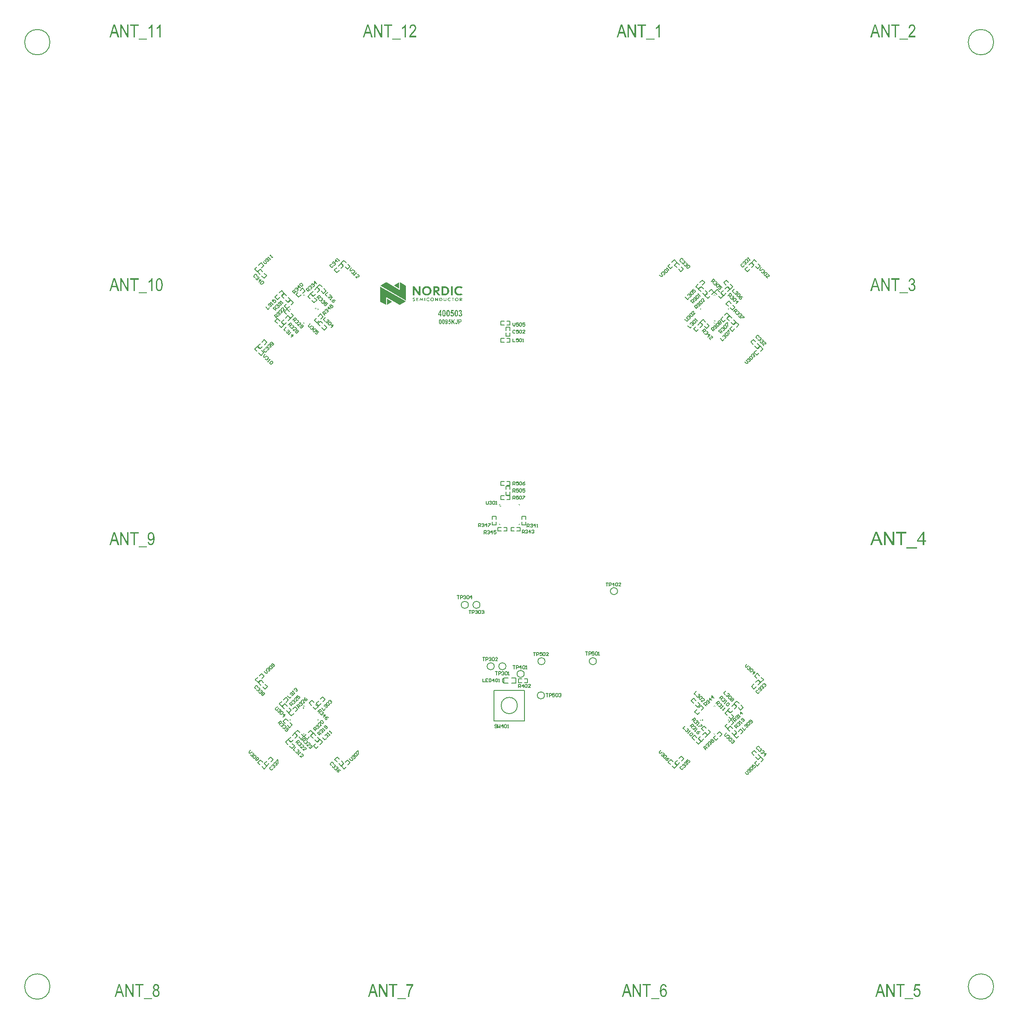
<source format=gto>
G04*
G04 #@! TF.GenerationSoftware,Altium Limited,Altium Designer,20.0.13 (296)*
G04*
G04 Layer_Color=65535*
%FSLAX24Y24*%
%MOIN*%
G70*
G01*
G75*
%ADD10C,0.0059*%
%ADD11C,0.0060*%
%ADD12C,0.0039*%
%ADD13C,0.0050*%
G36*
X30831Y56887D02*
X30418Y57127D01*
X30831Y57363D01*
Y56887D01*
D02*
G37*
G36*
X35506Y57067D02*
X35525Y57067D01*
X35541Y57066D01*
X35558Y57064D01*
X35573Y57062D01*
X35589Y57059D01*
X35609Y57055D01*
X35629Y57049D01*
X35652Y57042D01*
X35670Y57035D01*
X35687Y57027D01*
X35694Y57023D01*
X35706Y57017D01*
X35718Y57010D01*
X35729Y57004D01*
X35740Y56996D01*
X35749Y56990D01*
X35675Y56878D01*
X35673Y56880D01*
X35658Y56889D01*
X35647Y56896D01*
X35634Y56903D01*
X35619Y56910D01*
X35605Y56916D01*
X35593Y56920D01*
X35577Y56925D01*
X35565Y56928D01*
X35554Y56931D01*
X35543Y56933D01*
X35530Y56934D01*
X35517Y56936D01*
X35508Y56936D01*
X35501Y56936D01*
X35493Y56936D01*
X35482Y56936D01*
X35474Y56935D01*
X35466Y56934D01*
X35454Y56933D01*
X35447Y56932D01*
X35438Y56930D01*
X35426Y56927D01*
X35414Y56923D01*
X35405Y56921D01*
X35396Y56917D01*
X35383Y56911D01*
X35373Y56906D01*
X35362Y56900D01*
X35350Y56891D01*
X35342Y56885D01*
X35332Y56877D01*
X35324Y56869D01*
X35315Y56859D01*
X35304Y56846D01*
X35297Y56835D01*
X35288Y56821D01*
X35283Y56810D01*
X35278Y56800D01*
X35273Y56787D01*
X35271Y56779D01*
X35268Y56767D01*
X35265Y56757D01*
X35263Y56743D01*
X35261Y56730D01*
X35260Y56717D01*
X35260Y56698D01*
X35261Y56680D01*
X35262Y56664D01*
X35265Y56647D01*
X35268Y56633D01*
X35273Y56618D01*
X35278Y56605D01*
X35285Y56590D01*
X35291Y56577D01*
X35302Y56561D01*
X35315Y56544D01*
X35324Y56534D01*
X35334Y56525D01*
X35344Y56516D01*
X35352Y56510D01*
X35358Y56506D01*
X35364Y56502D01*
X35375Y56496D01*
X35385Y56491D01*
X35399Y56485D01*
X35412Y56480D01*
X35425Y56476D01*
X35437Y56473D01*
X35453Y56470D01*
X35473Y56468D01*
X35493Y56467D01*
X35505Y56467D01*
X35524Y56468D01*
X35540Y56470D01*
X35553Y56472D01*
X35567Y56475D01*
X35582Y56479D01*
X35590Y56482D01*
X35603Y56486D01*
X35613Y56490D01*
X35633Y56500D01*
X35652Y56510D01*
X35665Y56519D01*
X35675Y56525D01*
X35749Y56413D01*
X35728Y56399D01*
X35709Y56388D01*
X35692Y56379D01*
X35674Y56370D01*
X35655Y56363D01*
X35636Y56356D01*
X35620Y56351D01*
X35611Y56349D01*
X35596Y56346D01*
X35582Y56343D01*
X35568Y56340D01*
X35554Y56339D01*
X35545Y56338D01*
X35533Y56337D01*
X35521Y56336D01*
X35502Y56336D01*
X35487Y56336D01*
X35472Y56336D01*
X35460Y56337D01*
X35449Y56338D01*
X35437Y56339D01*
X35426Y56341D01*
X35412Y56343D01*
X35401Y56346D01*
X35387Y56349D01*
X35375Y56352D01*
X35364Y56355D01*
X35352Y56359D01*
X35340Y56364D01*
X35327Y56369D01*
X35321Y56372D01*
X35308Y56378D01*
X35301Y56381D01*
X35279Y56394D01*
X35271Y56399D01*
X35263Y56405D01*
X35242Y56421D01*
X35228Y56433D01*
X35212Y56450D01*
X35200Y56462D01*
X35189Y56477D01*
X35180Y56489D01*
X35172Y56503D01*
X35165Y56515D01*
X35160Y56525D01*
X35151Y56542D01*
X35145Y56558D01*
X35140Y56572D01*
X35136Y56585D01*
X35132Y56597D01*
X35128Y56614D01*
X35125Y56630D01*
X35123Y56646D01*
X35121Y56661D01*
X35121Y56671D01*
X35120Y56686D01*
X35120Y56702D01*
X35120Y56716D01*
X35120Y56728D01*
X35121Y56741D01*
X35123Y56756D01*
X35124Y56766D01*
X35127Y56782D01*
X35129Y56793D01*
X35134Y56810D01*
X35139Y56829D01*
X35141Y56835D01*
X35146Y56849D01*
X35149Y56856D01*
X35153Y56864D01*
X35157Y56873D01*
X35161Y56882D01*
X35167Y56892D01*
X35175Y56905D01*
X35186Y56922D01*
X35201Y56942D01*
X35216Y56958D01*
X35231Y56971D01*
X35238Y56979D01*
X35250Y56988D01*
X35260Y56996D01*
X35268Y57002D01*
X35277Y57007D01*
X35285Y57012D01*
X35299Y57020D01*
X35306Y57024D01*
X35320Y57031D01*
X35332Y57036D01*
X35345Y57041D01*
X35357Y57045D01*
X35369Y57049D01*
X35380Y57053D01*
X35398Y57057D01*
X35415Y57060D01*
X35432Y57063D01*
X35449Y57065D01*
X35466Y57066D01*
X35478Y57067D01*
X35494Y57068D01*
X35506Y57067D01*
D02*
G37*
G36*
X32485Y56351D02*
X32365D01*
X32023Y56832D01*
Y56351D01*
X31895D01*
Y57052D01*
X32014D01*
X32356Y56570D01*
Y57052D01*
X32485D01*
Y56351D01*
D02*
G37*
G36*
X34981Y56351D02*
X34852D01*
Y57052D01*
X34981D01*
Y56351D01*
D02*
G37*
G36*
X33756Y57052D02*
X33768Y57052D01*
X33779Y57051D01*
X33796Y57049D01*
X33806Y57047D01*
X33819Y57044D01*
X33827Y57041D01*
X33840Y57037D01*
X33855Y57031D01*
X33867Y57025D01*
X33877Y57020D01*
X33884Y57015D01*
X33892Y57010D01*
X33901Y57002D01*
X33907Y56997D01*
X33916Y56989D01*
X33924Y56980D01*
X33930Y56973D01*
X33940Y56959D01*
X33947Y56947D01*
X33952Y56937D01*
X33956Y56929D01*
X33959Y56921D01*
X33961Y56914D01*
X33963Y56907D01*
X33966Y56898D01*
X33968Y56888D01*
X33969Y56880D01*
X33970Y56874D01*
X33972Y56863D01*
X33972Y56854D01*
X33972Y56846D01*
X33972Y56837D01*
X33972Y56828D01*
X33971Y56815D01*
X33970Y56803D01*
X33968Y56791D01*
X33966Y56782D01*
X33964Y56775D01*
X33962Y56768D01*
X33959Y56761D01*
X33955Y56749D01*
X33950Y56741D01*
X33945Y56730D01*
X33941Y56724D01*
X33936Y56716D01*
X33928Y56706D01*
X33920Y56697D01*
X33915Y56691D01*
X33905Y56682D01*
X33895Y56674D01*
X33886Y56668D01*
X33875Y56661D01*
X33869Y56658D01*
X33859Y56653D01*
X33850Y56649D01*
X33839Y56645D01*
X33831Y56642D01*
X33823Y56640D01*
X33815Y56638D01*
X33808Y56636D01*
X34016Y56351D01*
X33854D01*
X33664Y56630D01*
X33616D01*
Y56351D01*
X33487D01*
Y57052D01*
X33746D01*
X33756Y57052D01*
D02*
G37*
G36*
X34361Y57052D02*
X34376Y57052D01*
X34391Y57051D01*
X34406Y57049D01*
X34420Y57047D01*
X34440Y57044D01*
X34455Y57041D01*
X34465Y57038D01*
X34470Y57037D01*
X34480Y57034D01*
X34490Y57031D01*
X34501Y57027D01*
X34511Y57023D01*
X34521Y57019D01*
X34538Y57011D01*
X34549Y57005D01*
X34555Y57001D01*
X34561Y56998D01*
X34575Y56989D01*
X34582Y56984D01*
X34589Y56979D01*
X34598Y56972D01*
X34608Y56963D01*
X34623Y56949D01*
X34634Y56937D01*
X34643Y56926D01*
X34653Y56913D01*
X34661Y56901D01*
X34668Y56890D01*
X34678Y56872D01*
X34684Y56858D01*
X34690Y56845D01*
X34694Y56833D01*
X34700Y56817D01*
X34702Y56807D01*
X34706Y56793D01*
X34709Y56779D01*
X34711Y56765D01*
X34713Y56752D01*
X34714Y56744D01*
X34715Y56731D01*
X34715Y56722D01*
X34716Y56710D01*
X34716Y56697D01*
X34715Y56685D01*
X34715Y56673D01*
X34714Y56664D01*
X34713Y56651D01*
X34711Y56639D01*
X34709Y56625D01*
X34706Y56611D01*
X34705Y56607D01*
X34703Y56597D01*
X34700Y56587D01*
X34695Y56571D01*
X34691Y56560D01*
X34686Y56548D01*
X34679Y56534D01*
X34675Y56526D01*
X34665Y56508D01*
X34657Y56495D01*
X34647Y56482D01*
X34637Y56470D01*
X34626Y56456D01*
X34611Y56442D01*
X34603Y56435D01*
X34585Y56421D01*
X34571Y56411D01*
X34557Y56403D01*
X34545Y56396D01*
X34534Y56390D01*
X34523Y56385D01*
X34512Y56381D01*
X34502Y56376D01*
X34491Y56373D01*
X34476Y56368D01*
X34461Y56364D01*
X34446Y56360D01*
X34435Y56358D01*
X34425Y56356D01*
X34391Y56352D01*
X34366Y56351D01*
X34351Y56351D01*
X34126D01*
Y57052D01*
X34361Y57052D01*
D02*
G37*
G36*
X33000Y57067D02*
X33019Y57066D01*
X33035Y57064D01*
X33043Y57063D01*
X33060Y57060D01*
X33077Y57056D01*
X33094Y57052D01*
X33123Y57042D01*
X33133Y57038D01*
X33143Y57034D01*
X33154Y57029D01*
X33165Y57023D01*
X33178Y57016D01*
X33191Y57008D01*
X33206Y56997D01*
X33225Y56982D01*
X33242Y56967D01*
X33256Y56952D01*
X33268Y56938D01*
X33284Y56917D01*
X33298Y56896D01*
X33306Y56881D01*
X33312Y56868D01*
X33317Y56857D01*
X33322Y56847D01*
X33325Y56838D01*
X33328Y56829D01*
X33333Y56812D01*
X33336Y56804D01*
X33339Y56789D01*
X33341Y56782D01*
X33343Y56768D01*
X33345Y56755D01*
X33346Y56742D01*
X33347Y56736D01*
X33348Y56724D01*
X33348Y56713D01*
X33348Y56702D01*
X33348Y56689D01*
X33348Y56678D01*
X33347Y56666D01*
X33346Y56653D01*
X33344Y56640D01*
X33342Y56627D01*
X33340Y56620D01*
X33337Y56606D01*
X33335Y56598D01*
X33333Y56590D01*
X33331Y56582D01*
X33328Y56574D01*
X33325Y56565D01*
X33322Y56556D01*
X33317Y56546D01*
X33312Y56535D01*
X33306Y56523D01*
X33298Y56508D01*
X33293Y56498D01*
X33287Y56490D01*
X33277Y56475D01*
X33267Y56463D01*
X33255Y56449D01*
X33242Y56436D01*
X33231Y56426D01*
X33218Y56415D01*
X33205Y56405D01*
X33189Y56395D01*
X33176Y56386D01*
X33164Y56380D01*
X33152Y56374D01*
X33142Y56369D01*
X33131Y56364D01*
X33111Y56357D01*
X33102Y56354D01*
X33093Y56351D01*
X33084Y56349D01*
X33075Y56346D01*
X33066Y56344D01*
X33049Y56341D01*
X33041Y56340D01*
X33025Y56338D01*
X33017Y56337D01*
X33001Y56336D01*
X32986Y56336D01*
X32980Y56336D01*
X32965Y56336D01*
X32957Y56336D01*
X32943Y56337D01*
X32927Y56339D01*
X32919Y56340D01*
X32912Y56341D01*
X32904Y56343D01*
X32895Y56344D01*
X32887Y56346D01*
X32879Y56348D01*
X32871Y56350D01*
X32852Y56356D01*
X32843Y56359D01*
X32833Y56363D01*
X32824Y56367D01*
X32813Y56372D01*
X32802Y56377D01*
X32790Y56383D01*
X32778Y56391D01*
X32763Y56400D01*
X32746Y56413D01*
X32734Y56422D01*
X32718Y56438D01*
X32706Y56449D01*
X32697Y56460D01*
X32689Y56470D01*
X32680Y56482D01*
X32674Y56491D01*
X32663Y56508D01*
X32650Y56534D01*
X32645Y56545D01*
X32641Y56555D01*
X32634Y56573D01*
X32629Y56589D01*
X32625Y56604D01*
X32622Y56618D01*
X32618Y56638D01*
X32616Y56658D01*
X32615Y56670D01*
X32614Y56687D01*
X32613Y56702D01*
X32614Y56714D01*
X32614Y56731D01*
X32615Y56744D01*
X32618Y56762D01*
X32620Y56776D01*
X32623Y56789D01*
X32624Y56796D01*
X32628Y56811D01*
X32633Y56827D01*
X32636Y56835D01*
X32643Y56854D01*
X32647Y56864D01*
X32652Y56875D01*
X32659Y56887D01*
X32667Y56902D01*
X32680Y56921D01*
X32693Y56938D01*
X32709Y56957D01*
X32724Y56971D01*
X32737Y56983D01*
X32757Y56998D01*
X32773Y57009D01*
X32786Y57017D01*
X32798Y57024D01*
X32810Y57030D01*
X32831Y57039D01*
X32850Y57046D01*
X32868Y57052D01*
X32886Y57057D01*
X32902Y57060D01*
X32919Y57063D01*
X32934Y57065D01*
X32950Y57066D01*
X32965Y57067D01*
X32980Y57068D01*
X33000Y57067D01*
D02*
G37*
G36*
X31978Y56171D02*
X31985Y56170D01*
X31993Y56170D01*
X32003Y56168D01*
X32010Y56167D01*
X32017Y56165D01*
X32024Y56163D01*
X32031Y56161D01*
X32040Y56157D01*
X32051Y56153D01*
X32030Y56109D01*
X32025Y56112D01*
X32022Y56113D01*
X32020Y56114D01*
X32017Y56115D01*
X32014Y56117D01*
X32010Y56118D01*
X32007Y56119D01*
X32002Y56121D01*
X31998Y56122D01*
X31995Y56123D01*
X31991Y56124D01*
X31988Y56124D01*
X31984Y56125D01*
X31982Y56125D01*
X31979Y56125D01*
X31974Y56125D01*
X31971Y56125D01*
X31966Y56125D01*
X31964Y56124D01*
X31959Y56123D01*
X31957Y56122D01*
X31955Y56120D01*
X31953Y56119D01*
X31951Y56117D01*
X31950Y56115D01*
X31949Y56113D01*
X31948Y56111D01*
X31948Y56109D01*
X31948Y56107D01*
X31948Y56104D01*
X31948Y56102D01*
X31950Y56098D01*
X31952Y56093D01*
X31955Y56090D01*
X31959Y56086D01*
X31964Y56082D01*
X31990Y56064D01*
X32017Y56045D01*
X32022Y56042D01*
X32026Y56038D01*
X32029Y56035D01*
X32032Y56032D01*
X32034Y56030D01*
X32037Y56028D01*
X32040Y56025D01*
X32043Y56021D01*
X32046Y56016D01*
X32050Y56009D01*
X32054Y56000D01*
X32054Y55997D01*
X32055Y55994D01*
X32056Y55992D01*
X32056Y55988D01*
X32057Y55985D01*
X32057Y55981D01*
X32057Y55978D01*
X32057Y55974D01*
X32057Y55971D01*
X32057Y55968D01*
X32057Y55963D01*
X32056Y55961D01*
X32056Y55956D01*
X32054Y55951D01*
X32053Y55947D01*
X32051Y55943D01*
X32049Y55938D01*
X32045Y55932D01*
X32039Y55924D01*
X32035Y55921D01*
X32033Y55919D01*
X32030Y55916D01*
X32027Y55914D01*
X32021Y55911D01*
X32017Y55909D01*
X32015Y55908D01*
X32010Y55906D01*
X32006Y55905D01*
X32000Y55903D01*
X31993Y55902D01*
X31989Y55901D01*
X31983Y55901D01*
X31976Y55900D01*
X31969Y55900D01*
X31956Y55900D01*
X31948Y55901D01*
X31940Y55902D01*
X31930Y55904D01*
X31923Y55906D01*
X31912Y55910D01*
X31906Y55912D01*
X31901Y55914D01*
X31898Y55915D01*
X31892Y55918D01*
X31887Y55920D01*
X31883Y55922D01*
X31879Y55925D01*
X31900Y55969D01*
X31907Y55965D01*
X31911Y55962D01*
X31917Y55959D01*
X31923Y55957D01*
X31928Y55955D01*
X31934Y55952D01*
X31944Y55950D01*
X31950Y55948D01*
X31955Y55947D01*
X31960Y55946D01*
X31964Y55946D01*
X31969Y55946D01*
X31974Y55946D01*
X31978Y55946D01*
X31981Y55947D01*
X31987Y55948D01*
X31991Y55949D01*
X31994Y55951D01*
X31997Y55952D01*
X31999Y55954D01*
X32001Y55956D01*
X32003Y55959D01*
X32005Y55962D01*
X32006Y55964D01*
X32007Y55968D01*
X32007Y55971D01*
X32007Y55974D01*
X32006Y55977D01*
X32006Y55980D01*
X32005Y55982D01*
X32004Y55984D01*
X32003Y55986D01*
X32001Y55989D01*
X31998Y55992D01*
X31996Y55994D01*
X31992Y55998D01*
X31986Y56002D01*
X31981Y56006D01*
X31939Y56036D01*
X31937Y56038D01*
X31933Y56041D01*
X31930Y56043D01*
X31926Y56046D01*
X31923Y56049D01*
X31918Y56054D01*
X31915Y56058D01*
X31910Y56064D01*
X31907Y56068D01*
X31905Y56071D01*
X31903Y56076D01*
X31900Y56086D01*
X31899Y56088D01*
X31899Y56091D01*
X31898Y56096D01*
X31898Y56101D01*
X31897Y56107D01*
X31898Y56110D01*
X31898Y56114D01*
X31898Y56118D01*
X31900Y56124D01*
X31901Y56128D01*
X31902Y56132D01*
X31904Y56136D01*
X31907Y56141D01*
X31915Y56150D01*
X31916Y56152D01*
X31918Y56154D01*
X31922Y56156D01*
X31926Y56159D01*
X31932Y56163D01*
X31936Y56164D01*
X31941Y56166D01*
X31948Y56168D01*
X31954Y56169D01*
X31961Y56170D01*
X31968Y56171D01*
X31973Y56171D01*
X31978Y56171D01*
D02*
G37*
G36*
X34749Y56171D02*
X34756Y56171D01*
X34766Y56170D01*
X34776Y56168D01*
X34789Y56165D01*
X34799Y56161D01*
X34810Y56156D01*
X34813Y56155D01*
X34820Y56151D01*
X34826Y56148D01*
X34833Y56143D01*
X34806Y56101D01*
X34804Y56103D01*
X34799Y56106D01*
X34795Y56108D01*
X34791Y56110D01*
X34787Y56112D01*
X34782Y56115D01*
X34774Y56118D01*
X34767Y56120D01*
X34756Y56122D01*
X34745Y56123D01*
X34742Y56123D01*
X34736Y56123D01*
X34728Y56122D01*
X34723Y56122D01*
X34717Y56120D01*
X34711Y56119D01*
X34704Y56117D01*
X34698Y56114D01*
X34690Y56110D01*
X34685Y56107D01*
X34679Y56101D01*
X34672Y56094D01*
X34665Y56085D01*
X34661Y56078D01*
X34659Y56074D01*
X34657Y56069D01*
X34655Y56062D01*
X34654Y56056D01*
X34653Y56050D01*
X34652Y56045D01*
X34652Y56040D01*
X34652Y56034D01*
X34652Y56028D01*
X34653Y56021D01*
X34654Y56015D01*
X34656Y56007D01*
X34659Y55999D01*
X34662Y55993D01*
X34667Y55984D01*
X34674Y55975D01*
X34683Y55967D01*
X34691Y55962D01*
X34693Y55961D01*
X34698Y55958D01*
X34704Y55956D01*
X34708Y55954D01*
X34716Y55952D01*
X34721Y55951D01*
X34728Y55950D01*
X34734Y55950D01*
X34743Y55949D01*
X34749Y55950D01*
X34756Y55951D01*
X34768Y55953D01*
X34772Y55954D01*
X34775Y55955D01*
X34781Y55957D01*
X34786Y55960D01*
X34791Y55962D01*
X34797Y55965D01*
X34801Y55968D01*
X34806Y55971D01*
X34833Y55929D01*
X34829Y55927D01*
X34824Y55923D01*
X34815Y55918D01*
X34806Y55914D01*
X34796Y55910D01*
X34785Y55906D01*
X34782Y55906D01*
X34776Y55904D01*
X34770Y55903D01*
X34762Y55902D01*
X34753Y55901D01*
X34746Y55901D01*
X34738Y55901D01*
X34732Y55901D01*
X34726Y55901D01*
X34717Y55902D01*
X34709Y55903D01*
X34703Y55905D01*
X34694Y55907D01*
X34690Y55908D01*
X34684Y55910D01*
X34677Y55913D01*
X34670Y55917D01*
X34662Y55921D01*
X34653Y55927D01*
X34645Y55932D01*
X34640Y55937D01*
X34631Y55946D01*
X34625Y55954D01*
X34619Y55963D01*
X34617Y55967D01*
X34615Y55971D01*
X34613Y55974D01*
X34611Y55980D01*
X34608Y55988D01*
X34605Y55997D01*
X34603Y56006D01*
X34602Y56014D01*
X34601Y56019D01*
X34600Y56027D01*
X34600Y56032D01*
X34600Y56038D01*
X34600Y56043D01*
X34600Y56047D01*
X34601Y56054D01*
X34602Y56060D01*
X34603Y56066D01*
X34604Y56072D01*
X34607Y56083D01*
X34609Y56088D01*
X34611Y56094D01*
X34614Y56100D01*
X34618Y56107D01*
X34620Y56111D01*
X34625Y56118D01*
X34636Y56131D01*
X34644Y56139D01*
X34648Y56142D01*
X34652Y56145D01*
X34658Y56149D01*
X34664Y56153D01*
X34669Y56156D01*
X34674Y56158D01*
X34679Y56160D01*
X34685Y56162D01*
X34690Y56164D01*
X34694Y56165D01*
X34700Y56167D01*
X34705Y56168D01*
X34711Y56169D01*
X34720Y56170D01*
X34728Y56171D01*
X34740Y56172D01*
X34749Y56171D01*
D02*
G37*
G36*
X33098Y56171D02*
X33106Y56170D01*
X33116Y56169D01*
X33126Y56167D01*
X33138Y56164D01*
X33149Y56161D01*
X33160Y56156D01*
X33163Y56154D01*
X33170Y56150D01*
X33175Y56147D01*
X33183Y56142D01*
X33156Y56101D01*
X33154Y56102D01*
X33149Y56105D01*
X33145Y56107D01*
X33141Y56110D01*
X33137Y56112D01*
X33132Y56114D01*
X33124Y56117D01*
X33117Y56119D01*
X33105Y56121D01*
X33095Y56122D01*
X33092Y56122D01*
X33085Y56122D01*
X33078Y56122D01*
X33072Y56121D01*
X33067Y56120D01*
X33061Y56118D01*
X33054Y56116D01*
X33048Y56113D01*
X33040Y56109D01*
X33035Y56106D01*
X33029Y56101D01*
X33021Y56093D01*
X33015Y56085D01*
X33011Y56077D01*
X33009Y56073D01*
X33007Y56068D01*
X33005Y56061D01*
X33004Y56056D01*
X33003Y56049D01*
X33002Y56045D01*
X33002Y56039D01*
X33002Y56033D01*
X33002Y56027D01*
X33003Y56020D01*
X33004Y56014D01*
X33006Y56006D01*
X33009Y55998D01*
X33012Y55992D01*
X33017Y55983D01*
X33024Y55975D01*
X33033Y55966D01*
X33041Y55961D01*
X33043Y55960D01*
X33048Y55957D01*
X33053Y55955D01*
X33058Y55953D01*
X33066Y55951D01*
X33070Y55950D01*
X33078Y55949D01*
X33084Y55949D01*
X33093Y55949D01*
X33099Y55949D01*
X33106Y55950D01*
X33118Y55952D01*
X33122Y55953D01*
X33125Y55954D01*
X33131Y55957D01*
X33136Y55959D01*
X33140Y55961D01*
X33147Y55964D01*
X33151Y55967D01*
X33156Y55970D01*
X33183Y55928D01*
X33179Y55926D01*
X33174Y55923D01*
X33165Y55917D01*
X33156Y55913D01*
X33146Y55909D01*
X33135Y55906D01*
X33131Y55905D01*
X33126Y55903D01*
X33119Y55902D01*
X33112Y55901D01*
X33103Y55900D01*
X33095Y55900D01*
X33088Y55900D01*
X33082Y55900D01*
X33076Y55900D01*
X33067Y55901D01*
X33059Y55903D01*
X33053Y55904D01*
X33044Y55906D01*
X33040Y55907D01*
X33033Y55910D01*
X33027Y55912D01*
X33020Y55916D01*
X33012Y55920D01*
X33003Y55926D01*
X32995Y55932D01*
X32990Y55936D01*
X32981Y55945D01*
X32975Y55953D01*
X32969Y55962D01*
X32967Y55966D01*
X32965Y55970D01*
X32963Y55973D01*
X32961Y55979D01*
X32958Y55987D01*
X32955Y55996D01*
X32953Y56005D01*
X32951Y56013D01*
X32951Y56019D01*
X32950Y56026D01*
X32950Y56031D01*
X32950Y56037D01*
X32950Y56042D01*
X32950Y56046D01*
X32951Y56054D01*
X32952Y56059D01*
X32953Y56065D01*
X32954Y56071D01*
X32957Y56082D01*
X32959Y56087D01*
X32961Y56093D01*
X32964Y56099D01*
X32968Y56106D01*
X32970Y56111D01*
X32975Y56117D01*
X32986Y56130D01*
X32994Y56138D01*
X32998Y56141D01*
X33002Y56144D01*
X33008Y56149D01*
X33014Y56152D01*
X33019Y56155D01*
X33024Y56157D01*
X33029Y56159D01*
X33034Y56161D01*
X33040Y56163D01*
X33044Y56165D01*
X33050Y56166D01*
X33055Y56167D01*
X33061Y56168D01*
X33070Y56170D01*
X33078Y56170D01*
X33090Y56171D01*
X33098Y56171D01*
D02*
G37*
G36*
X32700Y55906D02*
X32652D01*
X32627Y56073D01*
X32577Y55944D01*
X32542D01*
X32492Y56073D01*
X32467Y55906D01*
X32419D01*
X32465Y56165D01*
X32500D01*
X32559Y56018D01*
X32619Y56165D01*
X32654D01*
X32700Y55906D01*
D02*
G37*
G36*
X33853Y55905D02*
X33808D01*
X33682Y56084D01*
Y55905D01*
X33634D01*
Y56165D01*
X33679D01*
X33805Y55987D01*
Y56165D01*
X33853D01*
Y55905D01*
D02*
G37*
G36*
X34501Y56009D02*
X34501Y56003D01*
X34501Y55996D01*
X34500Y55989D01*
X34499Y55981D01*
X34497Y55972D01*
X34495Y55966D01*
X34492Y55960D01*
X34489Y55952D01*
X34485Y55944D01*
X34481Y55939D01*
X34475Y55932D01*
X34464Y55922D01*
X34460Y55919D01*
X34454Y55915D01*
X34448Y55912D01*
X34445Y55911D01*
X34437Y55908D01*
X34429Y55905D01*
X34423Y55904D01*
X34416Y55903D01*
X34409Y55902D01*
X34402Y55901D01*
X34395Y55901D01*
X34385Y55901D01*
X34379Y55902D01*
X34371Y55903D01*
X34365Y55904D01*
X34359Y55906D01*
X34352Y55908D01*
X34345Y55910D01*
X34337Y55914D01*
X34331Y55918D01*
X34320Y55925D01*
X34310Y55936D01*
X34304Y55945D01*
X34301Y55950D01*
X34298Y55955D01*
X34295Y55961D01*
X34293Y55969D01*
X34291Y55976D01*
X34289Y55987D01*
X34288Y55994D01*
X34287Y56001D01*
X34287Y56009D01*
Y56166D01*
X34337D01*
Y56012D01*
X34337Y56010D01*
X34338Y56001D01*
X34339Y55993D01*
X34341Y55986D01*
X34344Y55980D01*
X34347Y55974D01*
X34350Y55970D01*
X34355Y55965D01*
X34363Y55958D01*
X34368Y55955D01*
X34375Y55953D01*
X34383Y55951D01*
X34387Y55950D01*
X34393Y55950D01*
X34400Y55950D01*
X34405Y55951D01*
X34412Y55952D01*
X34418Y55954D01*
X34424Y55957D01*
X34428Y55960D01*
X34437Y55968D01*
X34441Y55973D01*
X34444Y55979D01*
X34447Y55986D01*
X34449Y55992D01*
X34450Y55999D01*
X34451Y56007D01*
X34451Y56012D01*
Y56166D01*
X34501D01*
Y56009D01*
D02*
G37*
G36*
X29837Y57368D02*
X29844Y57368D01*
X29850Y57367D01*
X29859Y57364D01*
X29864Y57362D01*
X29873Y57358D01*
X29882Y57354D01*
X30903Y56763D01*
Y57365D01*
X30911Y57362D01*
X30919Y57359D01*
X30924Y57356D01*
X31311Y57132D01*
X31318Y57128D01*
X31327Y57121D01*
X31335Y57114D01*
X31347Y57100D01*
X31355Y57089D01*
X31361Y57075D01*
X31365Y57063D01*
X31367Y57053D01*
X31368Y57044D01*
X31369Y57035D01*
Y55948D01*
X29368Y57103D01*
X29371Y57106D01*
X29376Y57112D01*
X29382Y57117D01*
X29387Y57122D01*
X29394Y57128D01*
X29403Y57133D01*
X29782Y57353D01*
X29789Y57357D01*
X29795Y57360D01*
X29800Y57362D01*
X29808Y57365D01*
X29814Y57366D01*
X29821Y57368D01*
X29825Y57368D01*
X29831Y57368D01*
X29837Y57368D01*
D02*
G37*
G36*
X35647Y56166D02*
X35652Y56165D01*
X35659Y56164D01*
X35670Y56161D01*
X35678Y56158D01*
X35685Y56155D01*
X35693Y56149D01*
X35698Y56146D01*
X35706Y56137D01*
X35710Y56132D01*
X35713Y56125D01*
X35715Y56120D01*
X35717Y56115D01*
X35720Y56104D01*
X35721Y56099D01*
X35722Y56091D01*
X35722Y56085D01*
X35721Y56080D01*
X35721Y56075D01*
X35720Y56069D01*
X35718Y56063D01*
X35716Y56055D01*
X35713Y56051D01*
X35710Y56044D01*
X35704Y56036D01*
X35697Y56029D01*
X35691Y56025D01*
X35684Y56020D01*
X35674Y56016D01*
X35666Y56013D01*
X35661Y56012D01*
X35738Y55906D01*
X35678D01*
X35607Y56010D01*
X35590D01*
Y55906D01*
X35542D01*
Y56166D01*
X35638D01*
X35647Y56166D01*
D02*
G37*
G36*
X34061Y56166D02*
X34068Y56165D01*
X34077Y56164D01*
X34082Y56164D01*
X34088Y56163D01*
X34095Y56161D01*
X34101Y56159D01*
X34107Y56157D01*
X34111Y56156D01*
X34121Y56152D01*
X34127Y56148D01*
X34131Y56146D01*
X34139Y56141D01*
X34145Y56136D01*
X34149Y56133D01*
X34154Y56128D01*
X34163Y56119D01*
X34168Y56110D01*
X34174Y56099D01*
X34177Y56094D01*
X34180Y56087D01*
X34182Y56081D01*
X34183Y56075D01*
X34185Y56068D01*
X34186Y56063D01*
X34187Y56053D01*
X34188Y56047D01*
X34188Y56038D01*
X34188Y56032D01*
X34188Y56024D01*
X34187Y56018D01*
X34186Y56010D01*
X34185Y56005D01*
X34183Y55994D01*
X34179Y55984D01*
X34176Y55977D01*
X34173Y55971D01*
X34170Y55965D01*
X34167Y55960D01*
X34157Y55947D01*
X34147Y55938D01*
X34135Y55929D01*
X34121Y55921D01*
X34111Y55917D01*
X34100Y55913D01*
X34090Y55910D01*
X34082Y55909D01*
X34077Y55908D01*
X34066Y55907D01*
X34053Y55906D01*
X33970D01*
Y56166D01*
X34053D01*
X34061Y56166D01*
D02*
G37*
G36*
X35100Y56122D02*
X35029D01*
Y55906D01*
X34981D01*
Y56122D01*
X34911D01*
Y56166D01*
X35100D01*
Y56122D01*
D02*
G37*
G36*
X32854Y55905D02*
X32805D01*
Y56165D01*
X32854D01*
Y55905D01*
D02*
G37*
G36*
X32315Y56121D02*
X32209D01*
Y56069D01*
X32306D01*
Y56025D01*
X32209D01*
Y55950D01*
X32317D01*
Y55905D01*
X32161D01*
Y56165D01*
X32315D01*
Y56121D01*
D02*
G37*
G36*
X35317Y56172D02*
X35326Y56171D01*
X35332Y56170D01*
X35338Y56169D01*
X35344Y56168D01*
X35351Y56166D01*
X35358Y56164D01*
X35369Y56159D01*
X35377Y56155D01*
X35382Y56153D01*
X35387Y56150D01*
X35392Y56146D01*
X35399Y56140D01*
X35403Y56137D01*
X35408Y56132D01*
X35415Y56124D01*
X35419Y56119D01*
X35423Y56114D01*
X35426Y56108D01*
X35429Y56103D01*
X35433Y56094D01*
X35436Y56087D01*
X35438Y56080D01*
X35440Y56075D01*
X35441Y56069D01*
X35442Y56064D01*
X35444Y56054D01*
X35445Y56045D01*
X35445Y56034D01*
X35444Y56019D01*
X35442Y56006D01*
X35441Y56001D01*
X35438Y55992D01*
X35436Y55986D01*
X35433Y55979D01*
X35429Y55970D01*
X35426Y55965D01*
X35422Y55958D01*
X35418Y55952D01*
X35413Y55946D01*
X35408Y55940D01*
X35401Y55934D01*
X35392Y55927D01*
X35386Y55923D01*
X35381Y55920D01*
X35372Y55915D01*
X35364Y55911D01*
X35357Y55909D01*
X35350Y55907D01*
X35343Y55905D01*
X35334Y55903D01*
X35328Y55902D01*
X35319Y55901D01*
X35313Y55901D01*
X35300Y55901D01*
X35295Y55901D01*
X35289Y55902D01*
X35280Y55903D01*
X35271Y55906D01*
X35264Y55907D01*
X35254Y55911D01*
X35247Y55914D01*
X35238Y55919D01*
X35233Y55921D01*
X35228Y55925D01*
X35222Y55930D01*
X35216Y55934D01*
X35210Y55940D01*
X35206Y55945D01*
X35200Y55952D01*
X35195Y55958D01*
X35191Y55964D01*
X35186Y55974D01*
X35183Y55982D01*
X35180Y55988D01*
X35179Y55994D01*
X35176Y56003D01*
X35175Y56010D01*
X35174Y56018D01*
X35173Y56035D01*
X35173Y56041D01*
X35173Y56050D01*
X35175Y56061D01*
X35177Y56071D01*
X35179Y56080D01*
X35181Y56086D01*
X35185Y56096D01*
X35190Y56105D01*
X35193Y56110D01*
X35197Y56117D01*
X35203Y56124D01*
X35211Y56134D01*
X35217Y56139D01*
X35221Y56143D01*
X35226Y56146D01*
X35232Y56150D01*
X35237Y56153D01*
X35241Y56156D01*
X35253Y56161D01*
X35260Y56164D01*
X35270Y56167D01*
X35277Y56168D01*
X35283Y56170D01*
X35292Y56171D01*
X35297Y56171D01*
X35306Y56172D01*
X35312D01*
X35317Y56172D01*
D02*
G37*
G36*
X33407Y56171D02*
X33416Y56170D01*
X33422Y56169D01*
X33428Y56168D01*
X33434Y56167D01*
X33441Y56165D01*
X33448Y56163D01*
X33459Y56158D01*
X33467Y56154D01*
X33472Y56152D01*
X33477Y56149D01*
X33482Y56145D01*
X33489Y56139D01*
X33493Y56136D01*
X33498Y56131D01*
X33506Y56123D01*
X33509Y56118D01*
X33513Y56113D01*
X33516Y56107D01*
X33519Y56102D01*
X33523Y56093D01*
X33526Y56086D01*
X33528Y56080D01*
X33530Y56074D01*
X33531Y56068D01*
X33532Y56063D01*
X33534Y56053D01*
X33535Y56044D01*
X33535Y56033D01*
X33534Y56018D01*
X33532Y56005D01*
X33531Y56000D01*
X33528Y55991D01*
X33526Y55985D01*
X33523Y55978D01*
X33519Y55969D01*
X33516Y55964D01*
X33512Y55957D01*
X33508Y55951D01*
X33503Y55945D01*
X33498Y55939D01*
X33491Y55933D01*
X33482Y55926D01*
X33476Y55922D01*
X33471Y55919D01*
X33462Y55914D01*
X33454Y55911D01*
X33447Y55908D01*
X33440Y55906D01*
X33434Y55904D01*
X33424Y55902D01*
X33418Y55901D01*
X33409Y55900D01*
X33403Y55900D01*
X33390Y55900D01*
X33385Y55900D01*
X33379Y55901D01*
X33370Y55902D01*
X33361Y55905D01*
X33354Y55906D01*
X33344Y55910D01*
X33337Y55913D01*
X33328Y55918D01*
X33323Y55921D01*
X33318Y55924D01*
X33312Y55929D01*
X33306Y55934D01*
X33300Y55939D01*
X33296Y55944D01*
X33290Y55951D01*
X33285Y55957D01*
X33281Y55963D01*
X33276Y55973D01*
X33273Y55981D01*
X33270Y55987D01*
X33269Y55993D01*
X33266Y56002D01*
X33265Y56010D01*
X33264Y56017D01*
X33263Y56034D01*
X33263Y56040D01*
X33263Y56049D01*
X33265Y56060D01*
X33267Y56070D01*
X33269Y56079D01*
X33271Y56085D01*
X33275Y56095D01*
X33280Y56104D01*
X33283Y56109D01*
X33287Y56116D01*
X33293Y56123D01*
X33301Y56133D01*
X33307Y56138D01*
X33311Y56142D01*
X33316Y56145D01*
X33322Y56149D01*
X33327Y56152D01*
X33331Y56155D01*
X33343Y56160D01*
X33350Y56163D01*
X33360Y56166D01*
X33367Y56168D01*
X33373Y56169D01*
X33382Y56170D01*
X33387Y56170D01*
X33396Y56171D01*
X33402D01*
X33407Y56171D01*
D02*
G37*
G36*
X30296Y55854D02*
X29882Y55616D01*
X29882Y56093D01*
X30296Y55854D01*
D02*
G37*
G36*
X31350Y55877D02*
X30906Y55615D01*
X30902Y55613D01*
X30899Y55611D01*
X30895Y55610D01*
X30892Y55608D01*
X30887Y55607D01*
X30884Y55606D01*
X30882Y55606D01*
X30880Y55606D01*
X30876Y55606D01*
X30873Y55607D01*
X30870Y55608D01*
X30866Y55610D01*
X30863Y55611D01*
X30860Y55612D01*
X29811Y56216D01*
X29811Y55613D01*
X29376Y55867D01*
X29367Y55873D01*
X29362Y55878D01*
X29357Y55884D01*
X29352Y55891D01*
X29349Y55899D01*
X29347Y55906D01*
X29345Y55915D01*
X29345Y55920D01*
X29345Y57034D01*
X31350Y55877D01*
D02*
G37*
G36*
X35594Y55217D02*
X35599Y55216D01*
X35604Y55215D01*
X35617Y55212D01*
X35631Y55208D01*
X35646Y55200D01*
X35654Y55196D01*
X35661Y55191D01*
X35668Y55185D01*
X35674Y55177D01*
X35675Y55177D01*
X35676Y55176D01*
X35677Y55174D01*
X35679Y55171D01*
X35682Y55167D01*
X35685Y55163D01*
X35691Y55151D01*
X35697Y55138D01*
X35702Y55123D01*
X35706Y55107D01*
X35708Y55098D01*
Y55089D01*
Y55088D01*
Y55084D01*
X35707Y55077D01*
X35705Y55070D01*
X35704Y55060D01*
X35701Y55051D01*
X35697Y55040D01*
X35692Y55030D01*
X35691Y55029D01*
X35689Y55026D01*
X35686Y55021D01*
X35681Y55015D01*
X35675Y55008D01*
X35667Y55000D01*
X35658Y54992D01*
X35648Y54984D01*
X35648D01*
X35649Y54984D01*
X35654Y54982D01*
X35659Y54980D01*
X35668Y54976D01*
X35676Y54970D01*
X35685Y54964D01*
X35694Y54955D01*
X35703Y54944D01*
X35704Y54942D01*
X35707Y54938D01*
X35711Y54931D01*
X35714Y54922D01*
X35719Y54911D01*
X35722Y54898D01*
X35725Y54882D01*
X35725Y54865D01*
Y54864D01*
Y54862D01*
Y54858D01*
X35725Y54854D01*
X35724Y54848D01*
X35723Y54841D01*
X35722Y54834D01*
X35720Y54825D01*
X35715Y54807D01*
X35708Y54789D01*
X35703Y54779D01*
X35698Y54770D01*
X35691Y54761D01*
X35684Y54752D01*
X35683Y54751D01*
X35682Y54750D01*
X35679Y54747D01*
X35676Y54745D01*
X35673Y54742D01*
X35668Y54738D01*
X35656Y54730D01*
X35642Y54722D01*
X35626Y54714D01*
X35617Y54712D01*
X35607Y54710D01*
X35597Y54708D01*
X35587Y54707D01*
X35582D01*
X35578Y54708D01*
X35574Y54709D01*
X35568Y54710D01*
X35555Y54712D01*
X35541Y54716D01*
X35526Y54724D01*
X35517Y54727D01*
X35510Y54733D01*
X35503Y54739D01*
X35495Y54745D01*
X35494Y54746D01*
X35494Y54747D01*
X35491Y54749D01*
X35489Y54752D01*
X35486Y54756D01*
X35483Y54761D01*
X35480Y54766D01*
X35476Y54773D01*
X35472Y54779D01*
X35469Y54787D01*
X35465Y54796D01*
X35461Y54805D01*
X35456Y54825D01*
X35452Y54849D01*
X35528Y54860D01*
Y54859D01*
Y54858D01*
X35529Y54854D01*
X35530Y54848D01*
X35532Y54840D01*
X35534Y54831D01*
X35538Y54822D01*
X35543Y54813D01*
X35548Y54806D01*
X35548Y54805D01*
X35551Y54803D01*
X35554Y54800D01*
X35559Y54797D01*
X35564Y54793D01*
X35571Y54790D01*
X35578Y54788D01*
X35586Y54787D01*
X35591D01*
X35595Y54789D01*
X35600Y54790D01*
X35607Y54793D01*
X35614Y54796D01*
X35621Y54801D01*
X35628Y54809D01*
X35628Y54810D01*
X35631Y54813D01*
X35633Y54818D01*
X35637Y54825D01*
X35639Y54833D01*
X35642Y54844D01*
X35644Y54856D01*
X35645Y54870D01*
Y54871D01*
Y54872D01*
Y54876D01*
X35644Y54883D01*
X35642Y54891D01*
X35641Y54900D01*
X35638Y54910D01*
X35634Y54919D01*
X35628Y54927D01*
X35628Y54928D01*
X35625Y54931D01*
X35622Y54934D01*
X35617Y54938D01*
X35611Y54942D01*
X35605Y54946D01*
X35597Y54948D01*
X35589Y54949D01*
X35583D01*
X35580Y54948D01*
X35574Y54947D01*
X35568Y54946D01*
X35561Y54944D01*
X35554Y54941D01*
X35562Y55020D01*
X35567D01*
X35573Y55020D01*
X35580Y55021D01*
X35588Y55023D01*
X35596Y55026D01*
X35603Y55030D01*
X35611Y55035D01*
X35611Y55036D01*
X35614Y55038D01*
X35617Y55043D01*
X35619Y55048D01*
X35622Y55055D01*
X35625Y55063D01*
X35628Y55072D01*
X35628Y55083D01*
Y55085D01*
Y55088D01*
X35628Y55092D01*
X35627Y55098D01*
X35625Y55104D01*
X35622Y55111D01*
X35619Y55117D01*
X35615Y55123D01*
X35614Y55124D01*
X35613Y55126D01*
X35610Y55128D01*
X35606Y55131D01*
X35602Y55134D01*
X35596Y55136D01*
X35589Y55137D01*
X35582Y55138D01*
X35579D01*
X35574Y55137D01*
X35570Y55136D01*
X35565Y55134D01*
X35559Y55131D01*
X35553Y55127D01*
X35547Y55121D01*
X35546Y55120D01*
X35545Y55118D01*
X35543Y55114D01*
X35540Y55109D01*
X35537Y55102D01*
X35534Y55093D01*
X35531Y55083D01*
X35530Y55072D01*
X35457Y55086D01*
Y55087D01*
X35458Y55089D01*
X35459Y55093D01*
X35460Y55097D01*
X35461Y55103D01*
X35463Y55109D01*
X35467Y55124D01*
X35473Y55140D01*
X35480Y55157D01*
X35490Y55172D01*
X35495Y55180D01*
X35501Y55186D01*
X35502Y55186D01*
X35503Y55187D01*
X35507Y55191D01*
X35514Y55196D01*
X35524Y55202D01*
X35536Y55207D01*
X35551Y55212D01*
X35567Y55216D01*
X35576Y55217D01*
X35590D01*
X35594Y55217D01*
D02*
G37*
G36*
X35076Y55120D02*
X34928D01*
X34914Y55034D01*
X34916Y55035D01*
X34919Y55037D01*
X34924Y55039D01*
X34931Y55043D01*
X34939Y55046D01*
X34948Y55048D01*
X34958Y55050D01*
X34968Y55051D01*
X34973D01*
X34976Y55050D01*
X34981Y55049D01*
X34985Y55049D01*
X34997Y55046D01*
X35010Y55041D01*
X35024Y55035D01*
X35031Y55030D01*
X35038Y55025D01*
X35045Y55019D01*
X35051Y55012D01*
X35052Y55012D01*
X35053Y55010D01*
X35055Y55007D01*
X35058Y55003D01*
X35061Y54998D01*
X35064Y54992D01*
X35069Y54986D01*
X35073Y54978D01*
X35076Y54969D01*
X35081Y54960D01*
X35084Y54949D01*
X35087Y54938D01*
X35090Y54925D01*
X35093Y54912D01*
X35093Y54898D01*
X35094Y54884D01*
Y54883D01*
Y54881D01*
Y54877D01*
X35093Y54872D01*
Y54867D01*
X35092Y54860D01*
X35091Y54853D01*
X35090Y54844D01*
X35085Y54825D01*
X35079Y54804D01*
X35074Y54794D01*
X35070Y54784D01*
X35064Y54773D01*
X35057Y54762D01*
X35056Y54762D01*
X35056Y54760D01*
X35053Y54757D01*
X35050Y54753D01*
X35047Y54750D01*
X35042Y54745D01*
X35036Y54740D01*
X35030Y54735D01*
X35024Y54730D01*
X35016Y54724D01*
X35008Y54720D01*
X34998Y54716D01*
X34988Y54713D01*
X34977Y54710D01*
X34966Y54708D01*
X34953Y54707D01*
X34948D01*
X34945Y54708D01*
X34940D01*
X34934Y54710D01*
X34922Y54712D01*
X34908Y54716D01*
X34892Y54722D01*
X34877Y54731D01*
X34870Y54737D01*
X34862Y54743D01*
X34862Y54744D01*
X34861Y54744D01*
X34859Y54747D01*
X34857Y54750D01*
X34854Y54753D01*
X34851Y54758D01*
X34847Y54763D01*
X34843Y54769D01*
X34840Y54776D01*
X34836Y54784D01*
X34832Y54792D01*
X34828Y54801D01*
X34825Y54810D01*
X34823Y54821D01*
X34819Y54844D01*
X34897Y54855D01*
Y54853D01*
X34898Y54850D01*
X34899Y54843D01*
X34901Y54836D01*
X34903Y54827D01*
X34907Y54819D01*
X34911Y54810D01*
X34917Y54803D01*
X34918Y54802D01*
X34920Y54800D01*
X34924Y54797D01*
X34928Y54794D01*
X34934Y54790D01*
X34940Y54787D01*
X34947Y54785D01*
X34954Y54784D01*
X34955D01*
X34959Y54785D01*
X34963Y54786D01*
X34968Y54787D01*
X34975Y54790D01*
X34982Y54795D01*
X34989Y54800D01*
X34996Y54808D01*
X34996Y54810D01*
X34999Y54813D01*
X35002Y54818D01*
X35005Y54826D01*
X35008Y54836D01*
X35010Y54849D01*
X35013Y54864D01*
X35013Y54881D01*
Y54882D01*
Y54884D01*
Y54886D01*
Y54890D01*
X35013Y54898D01*
X35011Y54908D01*
X35009Y54919D01*
X35006Y54931D01*
X35002Y54941D01*
X34996Y54951D01*
X34995Y54952D01*
X34993Y54955D01*
X34989Y54958D01*
X34984Y54963D01*
X34978Y54966D01*
X34970Y54970D01*
X34962Y54973D01*
X34952Y54974D01*
X34951D01*
X34946Y54973D01*
X34940Y54972D01*
X34932Y54969D01*
X34922Y54965D01*
X34912Y54958D01*
X34907Y54955D01*
X34902Y54949D01*
X34897Y54944D01*
X34891Y54938D01*
X34828Y54949D01*
X34868Y55209D01*
X35076D01*
Y55120D01*
D02*
G37*
G36*
X34091Y54901D02*
X34142D01*
Y54816D01*
X34091D01*
Y54716D01*
X34014D01*
Y54816D01*
X33846D01*
Y54900D01*
X34024Y55217D01*
X34091D01*
Y54901D01*
D02*
G37*
G36*
X35278Y55217D02*
X35284Y55216D01*
X35289Y55214D01*
X35304Y55210D01*
X35311Y55207D01*
X35319Y55203D01*
X35326Y55199D01*
X35335Y55194D01*
X35343Y55187D01*
X35351Y55179D01*
X35358Y55171D01*
X35366Y55160D01*
X35366Y55160D01*
X35367Y55157D01*
X35369Y55154D01*
X35372Y55149D01*
X35375Y55143D01*
X35378Y55135D01*
X35380Y55126D01*
X35384Y55114D01*
X35388Y55101D01*
X35391Y55087D01*
X35394Y55071D01*
X35397Y55052D01*
X35399Y55033D01*
X35401Y55011D01*
X35402Y54988D01*
X35403Y54962D01*
Y54961D01*
Y54961D01*
Y54958D01*
Y54956D01*
Y54949D01*
X35402Y54939D01*
Y54927D01*
X35400Y54915D01*
X35400Y54900D01*
X35398Y54884D01*
X35394Y54852D01*
X35387Y54818D01*
X35383Y54803D01*
X35378Y54789D01*
X35372Y54776D01*
X35366Y54764D01*
X35365Y54763D01*
X35364Y54762D01*
X35362Y54759D01*
X35359Y54755D01*
X35355Y54750D01*
X35351Y54746D01*
X35340Y54736D01*
X35326Y54725D01*
X35309Y54716D01*
X35301Y54713D01*
X35291Y54710D01*
X35281Y54708D01*
X35269Y54707D01*
X35267D01*
X35264Y54708D01*
X35260D01*
X35255Y54709D01*
X35249Y54710D01*
X35235Y54714D01*
X35227Y54717D01*
X35219Y54721D01*
X35212Y54725D01*
X35204Y54731D01*
X35195Y54737D01*
X35187Y54744D01*
X35180Y54753D01*
X35173Y54763D01*
X35172Y54764D01*
X35171Y54766D01*
X35170Y54769D01*
X35167Y54774D01*
X35164Y54781D01*
X35161Y54788D01*
X35158Y54798D01*
X35155Y54809D01*
X35151Y54822D01*
X35148Y54836D01*
X35144Y54853D01*
X35142Y54871D01*
X35140Y54891D01*
X35138Y54913D01*
X35137Y54937D01*
X35136Y54963D01*
Y54964D01*
Y54964D01*
Y54966D01*
Y54969D01*
Y54976D01*
X35137Y54986D01*
X35138Y54997D01*
X35138Y55010D01*
X35139Y55025D01*
X35141Y55040D01*
X35145Y55073D01*
X35152Y55106D01*
X35156Y55121D01*
X35161Y55135D01*
X35166Y55149D01*
X35173Y55160D01*
X35173Y55161D01*
X35174Y55163D01*
X35176Y55166D01*
X35179Y55169D01*
X35183Y55174D01*
X35187Y55178D01*
X35198Y55189D01*
X35213Y55200D01*
X35229Y55208D01*
X35238Y55212D01*
X35247Y55215D01*
X35258Y55217D01*
X35269Y55217D01*
X35275D01*
X35278Y55217D01*
D02*
G37*
G36*
X34640D02*
X34646Y55216D01*
X34652Y55214D01*
X34666Y55210D01*
X34673Y55207D01*
X34681Y55203D01*
X34689Y55199D01*
X34697Y55194D01*
X34705Y55187D01*
X34713Y55179D01*
X34720Y55171D01*
X34728Y55160D01*
X34729Y55160D01*
X34729Y55157D01*
X34732Y55154D01*
X34734Y55149D01*
X34737Y55143D01*
X34740Y55135D01*
X34743Y55126D01*
X34746Y55114D01*
X34750Y55101D01*
X34753Y55087D01*
X34756Y55071D01*
X34759Y55052D01*
X34761Y55033D01*
X34763Y55011D01*
X34764Y54988D01*
X34765Y54962D01*
Y54961D01*
Y54961D01*
Y54958D01*
Y54956D01*
Y54949D01*
X34764Y54939D01*
Y54927D01*
X34763Y54915D01*
X34762Y54900D01*
X34760Y54884D01*
X34756Y54852D01*
X34749Y54818D01*
X34745Y54803D01*
X34740Y54789D01*
X34734Y54776D01*
X34728Y54764D01*
X34727Y54763D01*
X34726Y54762D01*
X34724Y54759D01*
X34721Y54755D01*
X34717Y54750D01*
X34713Y54746D01*
X34702Y54736D01*
X34688Y54725D01*
X34672Y54716D01*
X34663Y54713D01*
X34653Y54710D01*
X34643Y54708D01*
X34632Y54707D01*
X34629D01*
X34626Y54708D01*
X34622D01*
X34617Y54709D01*
X34611Y54710D01*
X34597Y54714D01*
X34589Y54717D01*
X34581Y54721D01*
X34574Y54725D01*
X34566Y54731D01*
X34558Y54737D01*
X34549Y54744D01*
X34542Y54753D01*
X34535Y54763D01*
X34534Y54764D01*
X34533Y54766D01*
X34532Y54769D01*
X34529Y54774D01*
X34527Y54781D01*
X34524Y54788D01*
X34520Y54798D01*
X34517Y54809D01*
X34513Y54822D01*
X34510Y54836D01*
X34507Y54853D01*
X34504Y54871D01*
X34502Y54891D01*
X34500Y54913D01*
X34499Y54937D01*
X34498Y54963D01*
Y54964D01*
Y54964D01*
Y54966D01*
Y54969D01*
Y54976D01*
X34499Y54986D01*
X34500Y54997D01*
X34501Y55010D01*
X34501Y55025D01*
X34503Y55040D01*
X34507Y55073D01*
X34514Y55106D01*
X34518Y55121D01*
X34523Y55135D01*
X34528Y55149D01*
X34535Y55160D01*
X34535Y55161D01*
X34536Y55163D01*
X34538Y55166D01*
X34541Y55169D01*
X34545Y55174D01*
X34549Y55178D01*
X34561Y55189D01*
X34575Y55200D01*
X34591Y55208D01*
X34600Y55212D01*
X34609Y55215D01*
X34620Y55217D01*
X34631Y55217D01*
X34637D01*
X34640Y55217D01*
D02*
G37*
G36*
X34322D02*
X34327Y55216D01*
X34333Y55214D01*
X34347Y55210D01*
X34354Y55207D01*
X34362Y55203D01*
X34370Y55199D01*
X34378Y55194D01*
X34386Y55187D01*
X34394Y55179D01*
X34401Y55171D01*
X34409Y55160D01*
X34410Y55160D01*
X34410Y55157D01*
X34413Y55154D01*
X34415Y55149D01*
X34418Y55143D01*
X34421Y55135D01*
X34424Y55126D01*
X34427Y55114D01*
X34431Y55101D01*
X34434Y55087D01*
X34437Y55071D01*
X34440Y55052D01*
X34442Y55033D01*
X34444Y55011D01*
X34445Y54988D01*
X34446Y54962D01*
Y54961D01*
Y54961D01*
Y54958D01*
Y54956D01*
Y54949D01*
X34445Y54939D01*
Y54927D01*
X34444Y54915D01*
X34443Y54900D01*
X34441Y54884D01*
X34437Y54852D01*
X34430Y54818D01*
X34426Y54803D01*
X34421Y54789D01*
X34416Y54776D01*
X34409Y54764D01*
X34408Y54763D01*
X34407Y54762D01*
X34405Y54759D01*
X34402Y54755D01*
X34399Y54750D01*
X34394Y54746D01*
X34383Y54736D01*
X34369Y54725D01*
X34353Y54716D01*
X34344Y54713D01*
X34334Y54710D01*
X34324Y54708D01*
X34313Y54707D01*
X34310D01*
X34307Y54708D01*
X34303D01*
X34298Y54709D01*
X34292Y54710D01*
X34278Y54714D01*
X34270Y54717D01*
X34262Y54721D01*
X34255Y54725D01*
X34247Y54731D01*
X34239Y54737D01*
X34231Y54744D01*
X34223Y54753D01*
X34216Y54763D01*
X34215Y54764D01*
X34214Y54766D01*
X34213Y54769D01*
X34210Y54774D01*
X34208Y54781D01*
X34205Y54788D01*
X34201Y54798D01*
X34198Y54809D01*
X34194Y54822D01*
X34191Y54836D01*
X34188Y54853D01*
X34185Y54871D01*
X34183Y54891D01*
X34181Y54913D01*
X34180Y54937D01*
X34179Y54963D01*
Y54964D01*
Y54964D01*
Y54966D01*
Y54969D01*
Y54976D01*
X34180Y54986D01*
X34181Y54997D01*
X34182Y55010D01*
X34182Y55025D01*
X34184Y55040D01*
X34188Y55073D01*
X34195Y55106D01*
X34199Y55121D01*
X34204Y55135D01*
X34209Y55149D01*
X34216Y55160D01*
X34216Y55161D01*
X34217Y55163D01*
X34219Y55166D01*
X34222Y55169D01*
X34226Y55174D01*
X34231Y55178D01*
X34242Y55189D01*
X34256Y55200D01*
X34272Y55208D01*
X34281Y55212D01*
X34290Y55215D01*
X34301Y55217D01*
X34312Y55217D01*
X34318D01*
X34322Y55217D01*
D02*
G37*
G36*
X35053Y54355D02*
X35174Y54125D01*
X35093D01*
X35009Y54301D01*
X34959Y54238D01*
Y54125D01*
X34896D01*
Y54500D01*
X34959D01*
Y54333D01*
X35085Y54500D01*
X35168D01*
X35053Y54355D01*
D02*
G37*
G36*
X35378Y54263D02*
Y54262D01*
Y54260D01*
Y54257D01*
Y54253D01*
X35378Y54248D01*
Y54243D01*
X35377Y54237D01*
X35377Y54231D01*
X35375Y54216D01*
X35373Y54202D01*
X35370Y54188D01*
X35369Y54182D01*
X35367Y54177D01*
Y54176D01*
X35366Y54176D01*
X35364Y54172D01*
X35362Y54167D01*
X35358Y54161D01*
X35353Y54154D01*
X35347Y54147D01*
X35340Y54140D01*
X35332Y54134D01*
X35330Y54133D01*
X35328Y54132D01*
X35323Y54129D01*
X35316Y54127D01*
X35308Y54124D01*
X35298Y54121D01*
X35288Y54120D01*
X35276Y54119D01*
X35271D01*
X35268Y54120D01*
X35264Y54120D01*
X35260Y54121D01*
X35250Y54123D01*
X35239Y54126D01*
X35228Y54132D01*
X35222Y54136D01*
X35216Y54139D01*
X35211Y54144D01*
X35206Y54149D01*
Y54150D01*
X35205Y54151D01*
X35204Y54153D01*
X35202Y54155D01*
X35201Y54158D01*
X35198Y54162D01*
X35196Y54167D01*
X35194Y54172D01*
X35191Y54178D01*
X35189Y54186D01*
X35187Y54193D01*
X35185Y54201D01*
X35183Y54210D01*
X35182Y54220D01*
X35182Y54231D01*
X35181Y54242D01*
X35240Y54250D01*
Y54249D01*
Y54248D01*
Y54247D01*
Y54244D01*
X35241Y54239D01*
X35241Y54232D01*
X35242Y54224D01*
X35244Y54216D01*
X35246Y54209D01*
X35248Y54203D01*
X35249Y54202D01*
X35250Y54200D01*
X35253Y54197D01*
X35256Y54193D01*
X35260Y54190D01*
X35265Y54187D01*
X35271Y54184D01*
X35278Y54184D01*
X35281D01*
X35284Y54184D01*
X35289Y54186D01*
X35293Y54187D01*
X35298Y54189D01*
X35303Y54193D01*
X35307Y54197D01*
X35307Y54198D01*
X35308Y54200D01*
X35309Y54204D01*
X35312Y54210D01*
X35312Y54214D01*
X35313Y54218D01*
X35314Y54223D01*
X35314Y54229D01*
X35315Y54235D01*
X35315Y54242D01*
X35316Y54249D01*
Y54258D01*
Y54500D01*
X35378D01*
Y54263D01*
D02*
G37*
G36*
X34505Y54501D02*
X34509Y54500D01*
X34513Y54499D01*
X34524Y54496D01*
X34530Y54494D01*
X34536Y54491D01*
X34542Y54487D01*
X34549Y54483D01*
X34556Y54478D01*
X34562Y54472D01*
X34568Y54465D01*
X34574Y54458D01*
X34575Y54457D01*
X34575Y54455D01*
X34577Y54453D01*
X34579Y54449D01*
X34581Y54444D01*
X34583Y54438D01*
X34586Y54431D01*
X34590Y54423D01*
X34592Y54414D01*
X34595Y54403D01*
X34597Y54391D01*
X34600Y54378D01*
X34602Y54363D01*
X34603Y54348D01*
X34604Y54330D01*
X34605Y54312D01*
Y54312D01*
Y54311D01*
Y54308D01*
Y54302D01*
X34604Y54295D01*
X34603Y54287D01*
X34603Y54277D01*
X34602Y54267D01*
X34601Y54255D01*
X34597Y54231D01*
X34595Y54218D01*
X34591Y54206D01*
X34587Y54194D01*
X34583Y54183D01*
X34578Y54173D01*
X34573Y54164D01*
X34572Y54163D01*
X34571Y54162D01*
X34570Y54160D01*
X34567Y54157D01*
X34564Y54153D01*
X34560Y54149D01*
X34556Y54146D01*
X34551Y54142D01*
X34545Y54137D01*
X34539Y54133D01*
X34525Y54126D01*
X34517Y54123D01*
X34509Y54121D01*
X34501Y54120D01*
X34491Y54119D01*
X34488D01*
X34486Y54120D01*
X34479Y54120D01*
X34471Y54122D01*
X34462Y54125D01*
X34452Y54128D01*
X34442Y54134D01*
X34434Y54142D01*
X34432Y54143D01*
X34430Y54146D01*
X34426Y54152D01*
X34424Y54155D01*
X34421Y54159D01*
X34419Y54164D01*
X34416Y54169D01*
X34414Y54174D01*
X34412Y54181D01*
X34410Y54188D01*
X34407Y54196D01*
X34406Y54203D01*
X34405Y54212D01*
X34462Y54220D01*
Y54219D01*
Y54218D01*
X34462Y54216D01*
X34463Y54213D01*
X34465Y54207D01*
X34467Y54199D01*
X34472Y54192D01*
X34477Y54185D01*
X34481Y54182D01*
X34485Y54180D01*
X34490Y54179D01*
X34495Y54178D01*
X34496D01*
X34499Y54179D01*
X34502Y54179D01*
X34506Y54181D01*
X34511Y54183D01*
X34517Y54187D01*
X34522Y54192D01*
X34527Y54199D01*
X34527Y54200D01*
X34528Y54201D01*
X34529Y54203D01*
X34530Y54206D01*
X34531Y54209D01*
X34532Y54213D01*
X34533Y54217D01*
X34535Y54223D01*
X34536Y54229D01*
X34538Y54236D01*
X34539Y54243D01*
X34541Y54252D01*
X34542Y54262D01*
X34543Y54272D01*
X34543Y54283D01*
X34543Y54283D01*
X34542Y54280D01*
X34539Y54278D01*
X34536Y54274D01*
X34532Y54270D01*
X34528Y54267D01*
X34523Y54263D01*
X34518Y54260D01*
X34518Y54259D01*
X34516Y54259D01*
X34513Y54258D01*
X34510Y54256D01*
X34505Y54254D01*
X34500Y54253D01*
X34494Y54253D01*
X34487Y54252D01*
X34484D01*
X34481Y54253D01*
X34479Y54253D01*
X34475Y54254D01*
X34466Y54257D01*
X34457Y54260D01*
X34452Y54263D01*
X34446Y54266D01*
X34441Y54270D01*
X34436Y54274D01*
X34430Y54279D01*
X34425Y54285D01*
X34425Y54286D01*
X34424Y54287D01*
X34423Y54289D01*
X34421Y54292D01*
X34419Y54295D01*
X34417Y54299D01*
X34415Y54304D01*
X34412Y54309D01*
X34410Y54315D01*
X34407Y54322D01*
X34405Y54329D01*
X34403Y54337D01*
X34401Y54345D01*
X34400Y54354D01*
X34399Y54364D01*
X34399Y54374D01*
Y54375D01*
Y54377D01*
Y54380D01*
X34399Y54384D01*
X34400Y54389D01*
X34400Y54395D01*
X34401Y54401D01*
X34402Y54408D01*
X34405Y54423D01*
X34411Y54438D01*
X34414Y54446D01*
X34417Y54453D01*
X34422Y54460D01*
X34427Y54467D01*
X34427Y54468D01*
X34428Y54469D01*
X34430Y54470D01*
X34432Y54472D01*
X34435Y54475D01*
X34438Y54478D01*
X34446Y54484D01*
X34456Y54490D01*
X34469Y54496D01*
X34475Y54498D01*
X34482Y54500D01*
X34489Y54501D01*
X34497Y54501D01*
X34501D01*
X34505Y54501D01*
D02*
G37*
G36*
X34837Y54428D02*
X34726D01*
X34716Y54364D01*
X34717Y54364D01*
X34719Y54366D01*
X34723Y54368D01*
X34728Y54370D01*
X34734Y54373D01*
X34741Y54374D01*
X34748Y54376D01*
X34756Y54376D01*
X34759D01*
X34762Y54376D01*
X34765Y54375D01*
X34769Y54375D01*
X34778Y54373D01*
X34787Y54369D01*
X34798Y54364D01*
X34803Y54361D01*
X34808Y54357D01*
X34813Y54353D01*
X34818Y54348D01*
X34819Y54347D01*
X34820Y54346D01*
X34821Y54344D01*
X34823Y54341D01*
X34825Y54337D01*
X34828Y54333D01*
X34832Y54328D01*
X34834Y54322D01*
X34837Y54315D01*
X34840Y54308D01*
X34843Y54300D01*
X34845Y54292D01*
X34848Y54282D01*
X34849Y54273D01*
X34850Y54262D01*
X34850Y54251D01*
Y54250D01*
Y54249D01*
Y54246D01*
X34850Y54243D01*
Y54238D01*
X34849Y54233D01*
X34848Y54228D01*
X34847Y54221D01*
X34844Y54207D01*
X34839Y54192D01*
X34835Y54184D01*
X34832Y54176D01*
X34828Y54168D01*
X34823Y54160D01*
X34822Y54159D01*
X34822Y54158D01*
X34820Y54156D01*
X34818Y54153D01*
X34815Y54151D01*
X34812Y54147D01*
X34807Y54143D01*
X34803Y54139D01*
X34798Y54136D01*
X34792Y54132D01*
X34785Y54128D01*
X34778Y54126D01*
X34771Y54123D01*
X34763Y54121D01*
X34754Y54120D01*
X34745Y54119D01*
X34741D01*
X34738Y54120D01*
X34735D01*
X34731Y54121D01*
X34721Y54122D01*
X34711Y54126D01*
X34699Y54130D01*
X34688Y54137D01*
X34682Y54141D01*
X34677Y54146D01*
X34676Y54146D01*
X34676Y54147D01*
X34674Y54148D01*
X34672Y54151D01*
X34670Y54153D01*
X34668Y54157D01*
X34665Y54161D01*
X34662Y54165D01*
X34659Y54170D01*
X34657Y54176D01*
X34654Y54182D01*
X34651Y54189D01*
X34649Y54196D01*
X34647Y54204D01*
X34644Y54222D01*
X34703Y54229D01*
Y54228D01*
X34703Y54226D01*
X34704Y54221D01*
X34706Y54215D01*
X34707Y54209D01*
X34710Y54203D01*
X34713Y54196D01*
X34718Y54191D01*
X34718Y54190D01*
X34720Y54188D01*
X34723Y54186D01*
X34726Y54184D01*
X34730Y54181D01*
X34735Y54179D01*
X34740Y54177D01*
X34745Y54177D01*
X34746D01*
X34749Y54177D01*
X34752Y54178D01*
X34756Y54179D01*
X34761Y54181D01*
X34767Y54184D01*
X34772Y54188D01*
X34777Y54194D01*
X34777Y54196D01*
X34779Y54198D01*
X34781Y54202D01*
X34783Y54208D01*
X34785Y54216D01*
X34788Y54225D01*
X34789Y54237D01*
X34790Y54249D01*
Y54250D01*
Y54251D01*
Y54253D01*
Y54255D01*
X34789Y54262D01*
X34788Y54269D01*
X34787Y54278D01*
X34784Y54287D01*
X34781Y54294D01*
X34777Y54302D01*
X34776Y54302D01*
X34774Y54304D01*
X34772Y54307D01*
X34768Y54310D01*
X34763Y54313D01*
X34757Y54316D01*
X34751Y54318D01*
X34744Y54319D01*
X34743D01*
X34739Y54318D01*
X34735Y54317D01*
X34729Y54315D01*
X34722Y54312D01*
X34714Y54307D01*
X34710Y54304D01*
X34706Y54300D01*
X34702Y54297D01*
X34698Y54292D01*
X34651Y54300D01*
X34681Y54495D01*
X34837D01*
Y54428D01*
D02*
G37*
G36*
X35574Y54500D02*
X35586Y54499D01*
X35598Y54498D01*
X35604Y54497D01*
X35609Y54496D01*
X35613Y54496D01*
X35617Y54495D01*
X35617D01*
X35618Y54494D01*
X35621Y54493D01*
X35626Y54490D01*
X35633Y54487D01*
X35640Y54482D01*
X35647Y54475D01*
X35655Y54468D01*
X35662Y54458D01*
Y54457D01*
X35662Y54456D01*
X35663Y54455D01*
X35665Y54453D01*
X35666Y54450D01*
X35667Y54446D01*
X35669Y54443D01*
X35671Y54438D01*
X35675Y54427D01*
X35677Y54415D01*
X35680Y54400D01*
X35680Y54384D01*
Y54384D01*
Y54383D01*
Y54380D01*
Y54378D01*
X35680Y54374D01*
Y54370D01*
X35678Y54360D01*
X35676Y54350D01*
X35673Y54338D01*
X35670Y54327D01*
X35665Y54316D01*
Y54315D01*
X35664Y54315D01*
X35662Y54312D01*
X35658Y54307D01*
X35654Y54301D01*
X35648Y54295D01*
X35642Y54288D01*
X35634Y54283D01*
X35626Y54278D01*
X35625Y54277D01*
X35624Y54277D01*
X35621Y54276D01*
X35619Y54275D01*
X35616Y54274D01*
X35612Y54273D01*
X35607Y54272D01*
X35602Y54271D01*
X35596Y54270D01*
X35590Y54269D01*
X35583Y54268D01*
X35575Y54268D01*
X35566Y54267D01*
X35557Y54267D01*
X35506D01*
Y54125D01*
X35444D01*
Y54500D01*
X35562D01*
X35574Y54500D01*
D02*
G37*
G36*
X34271Y54501D02*
X34275Y54500D01*
X34279Y54499D01*
X34290Y54496D01*
X34295Y54494D01*
X34301Y54491D01*
X34307Y54487D01*
X34313Y54484D01*
X34319Y54479D01*
X34325Y54472D01*
X34331Y54466D01*
X34336Y54459D01*
X34337Y54458D01*
X34338Y54456D01*
X34339Y54454D01*
X34341Y54450D01*
X34343Y54445D01*
X34345Y54440D01*
X34348Y54433D01*
X34350Y54424D01*
X34353Y54414D01*
X34355Y54404D01*
X34358Y54391D01*
X34360Y54378D01*
X34361Y54363D01*
X34363Y54347D01*
X34364Y54329D01*
X34364Y54310D01*
Y54309D01*
Y54309D01*
Y54307D01*
Y54305D01*
Y54300D01*
X34364Y54293D01*
Y54284D01*
X34363Y54274D01*
X34362Y54263D01*
X34361Y54252D01*
X34358Y54227D01*
X34353Y54202D01*
X34349Y54191D01*
X34346Y54180D01*
X34341Y54170D01*
X34336Y54161D01*
X34336Y54161D01*
X34335Y54159D01*
X34334Y54157D01*
X34331Y54154D01*
X34329Y54151D01*
X34325Y54148D01*
X34317Y54140D01*
X34306Y54132D01*
X34294Y54126D01*
X34288Y54123D01*
X34280Y54121D01*
X34273Y54120D01*
X34264Y54119D01*
X34262D01*
X34260Y54120D01*
X34257D01*
X34253Y54120D01*
X34249Y54121D01*
X34238Y54124D01*
X34233Y54126D01*
X34227Y54129D01*
X34221Y54132D01*
X34215Y54137D01*
X34209Y54141D01*
X34203Y54147D01*
X34197Y54153D01*
X34192Y54161D01*
X34191Y54161D01*
X34190Y54163D01*
X34189Y54165D01*
X34187Y54169D01*
X34185Y54174D01*
X34183Y54179D01*
X34181Y54187D01*
X34178Y54195D01*
X34176Y54205D01*
X34173Y54216D01*
X34171Y54228D01*
X34169Y54242D01*
X34167Y54257D01*
X34166Y54273D01*
X34165Y54291D01*
X34164Y54310D01*
Y54311D01*
Y54312D01*
Y54313D01*
Y54315D01*
Y54320D01*
X34165Y54328D01*
X34166Y54336D01*
X34166Y54346D01*
X34167Y54357D01*
X34168Y54369D01*
X34171Y54393D01*
X34176Y54418D01*
X34179Y54429D01*
X34183Y54440D01*
X34187Y54450D01*
X34192Y54459D01*
X34192Y54459D01*
X34193Y54460D01*
X34194Y54463D01*
X34197Y54465D01*
X34199Y54469D01*
X34203Y54472D01*
X34211Y54480D01*
X34222Y54488D01*
X34234Y54495D01*
X34240Y54497D01*
X34248Y54500D01*
X34255Y54501D01*
X34264Y54501D01*
X34268D01*
X34271Y54501D01*
D02*
G37*
G36*
X34032D02*
X34036Y54500D01*
X34040Y54499D01*
X34051Y54496D01*
X34056Y54494D01*
X34062Y54491D01*
X34068Y54487D01*
X34074Y54484D01*
X34080Y54479D01*
X34086Y54472D01*
X34092Y54466D01*
X34097Y54459D01*
X34098Y54458D01*
X34098Y54456D01*
X34100Y54454D01*
X34102Y54450D01*
X34104Y54445D01*
X34106Y54440D01*
X34108Y54433D01*
X34111Y54424D01*
X34114Y54414D01*
X34116Y54404D01*
X34118Y54391D01*
X34121Y54378D01*
X34122Y54363D01*
X34124Y54347D01*
X34124Y54329D01*
X34125Y54310D01*
Y54309D01*
Y54309D01*
Y54307D01*
Y54305D01*
Y54300D01*
X34124Y54293D01*
Y54284D01*
X34123Y54274D01*
X34123Y54263D01*
X34122Y54252D01*
X34118Y54227D01*
X34113Y54202D01*
X34110Y54191D01*
X34107Y54180D01*
X34102Y54170D01*
X34097Y54161D01*
X34097Y54161D01*
X34096Y54159D01*
X34094Y54157D01*
X34092Y54154D01*
X34089Y54151D01*
X34086Y54148D01*
X34078Y54140D01*
X34067Y54132D01*
X34055Y54126D01*
X34048Y54123D01*
X34041Y54121D01*
X34033Y54120D01*
X34025Y54119D01*
X34023D01*
X34021Y54120D01*
X34018D01*
X34014Y54120D01*
X34010Y54121D01*
X33999Y54124D01*
X33993Y54126D01*
X33987Y54129D01*
X33982Y54132D01*
X33976Y54137D01*
X33970Y54141D01*
X33963Y54147D01*
X33958Y54153D01*
X33952Y54161D01*
X33952Y54161D01*
X33951Y54163D01*
X33950Y54165D01*
X33948Y54169D01*
X33946Y54174D01*
X33944Y54179D01*
X33941Y54187D01*
X33939Y54195D01*
X33936Y54205D01*
X33934Y54216D01*
X33931Y54228D01*
X33930Y54242D01*
X33928Y54257D01*
X33926Y54273D01*
X33926Y54291D01*
X33925Y54310D01*
Y54311D01*
Y54312D01*
Y54313D01*
Y54315D01*
Y54320D01*
X33926Y54328D01*
X33926Y54336D01*
X33927Y54346D01*
X33927Y54357D01*
X33929Y54369D01*
X33932Y54393D01*
X33937Y54418D01*
X33940Y54429D01*
X33944Y54440D01*
X33947Y54450D01*
X33952Y54459D01*
X33953Y54459D01*
X33953Y54460D01*
X33955Y54463D01*
X33957Y54465D01*
X33960Y54469D01*
X33963Y54472D01*
X33972Y54480D01*
X33982Y54488D01*
X33995Y54495D01*
X34001Y54497D01*
X34008Y54500D01*
X34016Y54501D01*
X34025Y54501D01*
X34029D01*
X34032Y54501D01*
D02*
G37*
G36*
X29522Y76366D02*
X29409D01*
X28982Y77149D01*
Y76366D01*
X28879D01*
Y77362D01*
X28988D01*
X29418Y76576D01*
Y77362D01*
X29522D01*
Y76366D01*
D02*
G37*
G36*
X31921Y77365D02*
X31932Y77363D01*
X31945Y77362D01*
X31972Y77356D01*
X32003Y77346D01*
X32018Y77338D01*
X32034Y77331D01*
X32050Y77321D01*
X32064Y77309D01*
X32077Y77296D01*
X32091Y77281D01*
X32092Y77280D01*
X32093Y77277D01*
X32096Y77273D01*
X32101Y77267D01*
X32105Y77258D01*
X32111Y77249D01*
X32124Y77226D01*
X32136Y77197D01*
X32146Y77165D01*
X32153Y77128D01*
X32156Y77109D01*
Y77089D01*
Y77088D01*
Y77085D01*
Y77080D01*
X32155Y77073D01*
Y77064D01*
X32153Y77054D01*
X32150Y77031D01*
X32143Y77003D01*
X32134Y76972D01*
X32123Y76940D01*
X32105Y76907D01*
Y76905D01*
X32102Y76902D01*
X32099Y76898D01*
X32095Y76891D01*
X32089Y76882D01*
X32082Y76872D01*
X32073Y76860D01*
X32063Y76846D01*
X32051Y76830D01*
X32037Y76812D01*
X32021Y76793D01*
X32003Y76773D01*
X31984Y76751D01*
X31964Y76727D01*
X31939Y76701D01*
X31914Y76675D01*
X31913Y76674D01*
X31910Y76671D01*
X31905Y76666D01*
X31900Y76660D01*
X31885Y76644D01*
X31866Y76625D01*
X31847Y76604D01*
X31828Y76583D01*
X31812Y76564D01*
X31805Y76557D01*
X31799Y76550D01*
X31797Y76548D01*
X31795Y76544D01*
X31790Y76538D01*
X31784Y76529D01*
X31777Y76519D01*
X31770Y76507D01*
X31757Y76484D01*
X32158D01*
Y76366D01*
X31617D01*
Y76367D01*
Y76369D01*
Y76373D01*
Y76379D01*
X31618Y76394D01*
X31621Y76413D01*
X31625Y76436D01*
X31633Y76464D01*
X31644Y76493D01*
X31659Y76525D01*
Y76526D01*
X31662Y76529D01*
X31663Y76534D01*
X31668Y76541D01*
X31674Y76550D01*
X31679Y76560D01*
X31688Y76571D01*
X31697Y76585D01*
X31707Y76599D01*
X31719Y76615D01*
X31733Y76633D01*
X31748Y76650D01*
X31765Y76669D01*
X31783Y76690D01*
X31803Y76711D01*
X31825Y76733D01*
X31827Y76735D01*
X31831Y76739D01*
X31838Y76746D01*
X31848Y76757D01*
X31859Y76768D01*
X31872Y76781D01*
X31886Y76797D01*
X31901Y76813D01*
X31933Y76848D01*
X31964Y76885D01*
X31977Y76902D01*
X31990Y76920D01*
X32002Y76936D01*
X32010Y76951D01*
Y76952D01*
X32012Y76953D01*
X32015Y76958D01*
X32018Y76964D01*
X32025Y76978D01*
X32034Y76997D01*
X32041Y77019D01*
X32048Y77042D01*
X32054Y77069D01*
X32056Y77093D01*
Y77095D01*
Y77096D01*
Y77101D01*
Y77107D01*
X32053Y77120D01*
X32050Y77137D01*
X32044Y77158D01*
X32037Y77178D01*
X32025Y77198D01*
X32010Y77217D01*
X32009Y77219D01*
X32002Y77225D01*
X31993Y77232D01*
X31980Y77242D01*
X31964Y77251D01*
X31945Y77258D01*
X31923Y77264D01*
X31900Y77265D01*
X31897D01*
X31888Y77264D01*
X31875Y77263D01*
X31859Y77260D01*
X31841Y77252D01*
X31821Y77244D01*
X31802Y77230D01*
X31784Y77213D01*
X31783Y77210D01*
X31777Y77203D01*
X31770Y77191D01*
X31762Y77175D01*
X31754Y77153D01*
X31746Y77128D01*
X31741Y77098D01*
X31739Y77064D01*
X31636Y77077D01*
Y77079D01*
Y77083D01*
X31637Y77091D01*
X31639Y77101D01*
X31640Y77112D01*
X31643Y77127D01*
X31646Y77142D01*
X31650Y77158D01*
X31660Y77193D01*
X31674Y77229D01*
X31692Y77263D01*
X31704Y77279D01*
X31716Y77293D01*
X31717Y77295D01*
X31719Y77296D01*
X31723Y77300D01*
X31729Y77305D01*
X31736Y77311D01*
X31745Y77316D01*
X31765Y77330D01*
X31793Y77343D01*
X31824Y77354D01*
X31860Y77363D01*
X31881Y77365D01*
X31901Y77366D01*
X31913D01*
X31921Y77365D01*
D02*
G37*
G36*
X31370Y76366D02*
X31271D01*
Y77146D01*
X31270Y77144D01*
X31265Y77139D01*
X31257Y77131D01*
X31246Y77120D01*
X31233Y77108D01*
X31217Y77093D01*
X31198Y77077D01*
X31178Y77061D01*
X31175Y77060D01*
X31168Y77054D01*
X31157Y77047D01*
X31143Y77038D01*
X31127Y77028D01*
X31108Y77018D01*
X31090Y77007D01*
X31071Y76999D01*
Y77117D01*
X31073D01*
X31076Y77118D01*
X31079Y77121D01*
X31085Y77126D01*
X31101Y77136D01*
X31119Y77149D01*
X31143Y77165D01*
X31166Y77185D01*
X31191Y77207D01*
X31216Y77232D01*
X31217Y77233D01*
X31219Y77235D01*
X31226Y77244D01*
X31238Y77257D01*
X31251Y77274D01*
X31265Y77295D01*
X31280Y77318D01*
X31294Y77341D01*
X31305Y77366D01*
X31370D01*
Y76366D01*
D02*
G37*
G36*
X30293Y77244D02*
X30023D01*
Y76366D01*
X29915D01*
Y77244D01*
X29647D01*
Y77362D01*
X30293D01*
Y77244D01*
D02*
G37*
G36*
X28795Y76366D02*
X28672D01*
X28578Y76666D01*
X28233D01*
X28144Y76366D01*
X28031D01*
X28346Y77362D01*
X28462D01*
X28795Y76366D01*
D02*
G37*
G36*
X30955Y76192D02*
X30306D01*
Y76262D01*
X30955D01*
Y76192D01*
D02*
G37*
G36*
X9842Y76366D02*
X9729D01*
X9302Y77149D01*
Y76366D01*
X9199D01*
Y77362D01*
X9308D01*
X9738Y76576D01*
Y77362D01*
X9842D01*
Y76366D01*
D02*
G37*
G36*
X12325D02*
X12225D01*
Y77146D01*
X12224Y77144D01*
X12220Y77139D01*
X12211Y77131D01*
X12201Y77120D01*
X12187Y77108D01*
X12171Y77093D01*
X12152Y77077D01*
X12132Y77061D01*
X12129Y77060D01*
X12122Y77054D01*
X12112Y77047D01*
X12097Y77038D01*
X12081Y77028D01*
X12062Y77018D01*
X12045Y77007D01*
X12026Y76999D01*
Y77117D01*
X12027D01*
X12030Y77118D01*
X12033Y77121D01*
X12039Y77126D01*
X12055Y77136D01*
X12074Y77149D01*
X12097Y77165D01*
X12120Y77185D01*
X12145Y77207D01*
X12170Y77232D01*
X12171Y77233D01*
X12173Y77235D01*
X12180Y77244D01*
X12192Y77257D01*
X12205Y77274D01*
X12220Y77295D01*
X12234Y77318D01*
X12249Y77341D01*
X12259Y77366D01*
X12325D01*
Y76366D01*
D02*
G37*
G36*
X11690D02*
X11591D01*
Y77146D01*
X11590Y77144D01*
X11585Y77139D01*
X11577Y77131D01*
X11566Y77120D01*
X11553Y77108D01*
X11537Y77093D01*
X11518Y77077D01*
X11498Y77061D01*
X11495Y77060D01*
X11488Y77054D01*
X11477Y77047D01*
X11463Y77038D01*
X11447Y77028D01*
X11428Y77018D01*
X11410Y77007D01*
X11391Y76999D01*
Y77117D01*
X11393D01*
X11396Y77118D01*
X11399Y77121D01*
X11405Y77126D01*
X11421Y77136D01*
X11439Y77149D01*
X11463Y77165D01*
X11486Y77185D01*
X11511Y77207D01*
X11536Y77232D01*
X11537Y77233D01*
X11539Y77235D01*
X11546Y77244D01*
X11558Y77257D01*
X11571Y77274D01*
X11585Y77295D01*
X11600Y77318D01*
X11614Y77341D01*
X11625Y77366D01*
X11690D01*
Y76366D01*
D02*
G37*
G36*
X10613Y77244D02*
X10343D01*
Y76366D01*
X10235D01*
Y77244D01*
X9967D01*
Y77362D01*
X10613D01*
Y77244D01*
D02*
G37*
G36*
X9115Y76366D02*
X8992D01*
X8898Y76666D01*
X8553D01*
X8464Y76366D01*
X8351D01*
X8666Y77362D01*
X8782D01*
X9115Y76366D01*
D02*
G37*
G36*
X11275Y76192D02*
X10626D01*
Y76262D01*
X11275D01*
Y76192D01*
D02*
G37*
G36*
X9842Y56686D02*
X9729D01*
X9302Y57469D01*
Y56686D01*
X9199D01*
Y57682D01*
X9308D01*
X9738Y56896D01*
Y57682D01*
X9842D01*
Y56686D01*
D02*
G37*
G36*
X11690D02*
X11591D01*
Y57466D01*
X11590Y57464D01*
X11585Y57459D01*
X11577Y57451D01*
X11566Y57440D01*
X11553Y57428D01*
X11537Y57413D01*
X11518Y57397D01*
X11498Y57381D01*
X11495Y57380D01*
X11488Y57374D01*
X11477Y57367D01*
X11463Y57358D01*
X11447Y57348D01*
X11428Y57338D01*
X11410Y57327D01*
X11391Y57319D01*
Y57437D01*
X11393D01*
X11396Y57438D01*
X11399Y57441D01*
X11405Y57446D01*
X11421Y57456D01*
X11439Y57469D01*
X11463Y57485D01*
X11486Y57505D01*
X11511Y57527D01*
X11536Y57552D01*
X11537Y57553D01*
X11539Y57555D01*
X11546Y57564D01*
X11558Y57577D01*
X11571Y57594D01*
X11585Y57615D01*
X11600Y57638D01*
X11614Y57661D01*
X11625Y57686D01*
X11690D01*
Y56686D01*
D02*
G37*
G36*
X10613Y57564D02*
X10343D01*
Y56686D01*
X10235D01*
Y57564D01*
X9967D01*
Y57682D01*
X10613D01*
Y57564D01*
D02*
G37*
G36*
X9115Y56686D02*
X8992D01*
X8898Y56986D01*
X8553D01*
X8464Y56686D01*
X8351D01*
X8666Y57682D01*
X8782D01*
X9115Y56686D01*
D02*
G37*
G36*
X12233Y57685D02*
X12243Y57683D01*
X12255Y57680D01*
X12281Y57673D01*
X12295Y57667D01*
X12311Y57660D01*
X12326Y57653D01*
X12342Y57642D01*
X12357Y57629D01*
X12371Y57616D01*
X12386Y57600D01*
X12399Y57581D01*
X12400Y57580D01*
X12402Y57575D01*
X12406Y57568D01*
X12412Y57556D01*
X12418Y57543D01*
X12425Y57526D01*
X12432Y57507D01*
X12440Y57483D01*
X12447Y57457D01*
X12454Y57427D01*
X12462Y57393D01*
X12467Y57357D01*
X12473Y57317D01*
X12478Y57273D01*
X12479Y57227D01*
X12481Y57177D01*
Y57174D01*
Y57167D01*
Y57154D01*
X12479Y57136D01*
Y57116D01*
X12478Y57091D01*
X12475Y57065D01*
X12472Y57036D01*
X12469Y57007D01*
X12464Y56975D01*
X12451Y56912D01*
X12444Y56881D01*
X12435Y56852D01*
X12424Y56824D01*
X12412Y56798D01*
X12411Y56797D01*
X12409Y56792D01*
X12405Y56786D01*
X12399Y56778D01*
X12393Y56769D01*
X12384Y56757D01*
X12374Y56746D01*
X12362Y56734D01*
X12349Y56722D01*
X12335Y56711D01*
X12317Y56699D01*
X12300Y56690D01*
X12281Y56681D01*
X12260Y56676D01*
X12237Y56671D01*
X12214Y56670D01*
X12208D01*
X12202Y56671D01*
X12195D01*
X12185Y56673D01*
X12173Y56676D01*
X12145Y56684D01*
X12131Y56690D01*
X12115Y56698D01*
X12099Y56706D01*
X12082Y56718D01*
X12066Y56731D01*
X12050Y56746D01*
X12036Y56763D01*
X12021Y56784D01*
X12020Y56785D01*
X12018Y56789D01*
X12014Y56795D01*
X12010Y56805D01*
X12004Y56819D01*
X11998Y56835D01*
X11992Y56854D01*
X11985Y56875D01*
X11977Y56900D01*
X11972Y56929D01*
X11966Y56961D01*
X11960Y56998D01*
X11956Y57037D01*
X11951Y57080D01*
X11950Y57126D01*
X11948Y57177D01*
Y57179D01*
Y57180D01*
Y57189D01*
Y57201D01*
X11950Y57218D01*
Y57240D01*
X11951Y57263D01*
X11954Y57289D01*
X11957Y57319D01*
X11960Y57349D01*
X11964Y57380D01*
X11976Y57443D01*
X11985Y57473D01*
X11994Y57504D01*
X12004Y57532D01*
X12015Y57556D01*
X12017Y57558D01*
X12018Y57562D01*
X12023Y57568D01*
X12029Y57577D01*
X12034Y57587D01*
X12043Y57597D01*
X12053Y57609D01*
X12065Y57622D01*
X12078Y57634D01*
X12093Y57645D01*
X12110Y57655D01*
X12128Y57666D01*
X12147Y57674D01*
X12167Y57680D01*
X12190Y57685D01*
X12214Y57686D01*
X12225D01*
X12233Y57685D01*
D02*
G37*
G36*
X11275Y56512D02*
X10626D01*
Y56582D01*
X11275D01*
Y56512D01*
D02*
G37*
G36*
X9842Y36996D02*
X9729D01*
X9302Y37779D01*
Y36996D01*
X9199D01*
Y37992D01*
X9308D01*
X9738Y37206D01*
Y37992D01*
X9842D01*
Y36996D01*
D02*
G37*
G36*
X11584Y37995D02*
X11598Y37993D01*
X11617Y37990D01*
X11639Y37983D01*
X11664Y37974D01*
X11689Y37963D01*
X11714Y37945D01*
X11715D01*
X11717Y37942D01*
X11724Y37936D01*
X11737Y37925D01*
X11752Y37909D01*
X11768Y37887D01*
X11785Y37862D01*
X11801Y37833D01*
X11816Y37798D01*
Y37796D01*
X11817Y37793D01*
X11819Y37788D01*
X11822Y37780D01*
X11824Y37770D01*
X11827Y37757D01*
X11830Y37742D01*
X11835Y37726D01*
X11838Y37707D01*
X11840Y37686D01*
X11843Y37662D01*
X11846Y37637D01*
X11849Y37610D01*
X11851Y37581D01*
X11852Y37548D01*
Y37515D01*
Y37512D01*
Y37506D01*
Y37496D01*
Y37481D01*
X11851Y37464D01*
Y37445D01*
X11849Y37423D01*
X11848Y37398D01*
X11842Y37347D01*
X11836Y37295D01*
X11826Y37244D01*
X11820Y37219D01*
X11813Y37197D01*
Y37196D01*
X11811Y37193D01*
X11808Y37187D01*
X11805Y37178D01*
X11801Y37169D01*
X11797Y37158D01*
X11785Y37134D01*
X11769Y37107D01*
X11752Y37079D01*
X11730Y37053D01*
X11706Y37031D01*
X11703Y37029D01*
X11695Y37024D01*
X11682Y37015D01*
X11664Y37006D01*
X11642Y36996D01*
X11616Y36989D01*
X11588Y36983D01*
X11559Y36980D01*
X11550D01*
X11543Y36981D01*
X11536D01*
X11527Y36983D01*
X11505Y36987D01*
X11480Y36996D01*
X11454Y37006D01*
X11428Y37022D01*
X11415Y37031D01*
X11403Y37043D01*
Y37044D01*
X11400Y37045D01*
X11397Y37050D01*
X11393Y37054D01*
X11388Y37061D01*
X11383Y37069D01*
X11371Y37089D01*
X11358Y37115D01*
X11345Y37148D01*
X11336Y37185D01*
X11329Y37228D01*
X11425Y37238D01*
Y37236D01*
X11426Y37231D01*
X11428Y37223D01*
X11431Y37213D01*
X11434Y37201D01*
X11438Y37188D01*
X11450Y37159D01*
X11458Y37145D01*
X11467Y37130D01*
X11479Y37117D01*
X11492Y37105D01*
X11505Y37095D01*
X11523Y37088D01*
X11540Y37082D01*
X11561Y37080D01*
X11569D01*
X11579Y37082D01*
X11591Y37085D01*
X11606Y37089D01*
X11620Y37095D01*
X11636Y37102D01*
X11652Y37114D01*
X11654Y37115D01*
X11660Y37121D01*
X11667Y37130D01*
X11677Y37143D01*
X11687Y37159D01*
X11700Y37181D01*
X11712Y37206D01*
X11722Y37236D01*
Y37238D01*
X11724Y37241D01*
X11725Y37245D01*
X11727Y37252D01*
X11730Y37260D01*
X11731Y37270D01*
X11734Y37282D01*
X11737Y37295D01*
X11743Y37325D01*
X11747Y37359D01*
X11750Y37398D01*
X11752Y37441D01*
Y37464D01*
X11750Y37461D01*
X11746Y37454D01*
X11738Y37443D01*
X11730Y37430D01*
X11717Y37414D01*
X11702Y37398D01*
X11686Y37384D01*
X11667Y37369D01*
X11664Y37368D01*
X11658Y37363D01*
X11648Y37357D01*
X11633Y37352D01*
X11617Y37346D01*
X11600Y37340D01*
X11579Y37336D01*
X11559Y37334D01*
X11549D01*
X11542Y37336D01*
X11534Y37337D01*
X11524Y37339D01*
X11499Y37344D01*
X11473Y37355D01*
X11458Y37362D01*
X11444Y37371D01*
X11429Y37381D01*
X11415Y37392D01*
X11400Y37406D01*
X11386Y37420D01*
X11384Y37422D01*
X11383Y37425D01*
X11380Y37429D01*
X11374Y37436D01*
X11370Y37445D01*
X11364Y37457D01*
X11356Y37468D01*
X11351Y37483D01*
X11343Y37499D01*
X11337Y37516D01*
X11330Y37537D01*
X11326Y37559D01*
X11321Y37581D01*
X11317Y37605D01*
X11316Y37632D01*
X11314Y37659D01*
Y37661D01*
Y37667D01*
Y37674D01*
X11316Y37686D01*
X11317Y37699D01*
X11318Y37713D01*
X11320Y37731D01*
X11323Y37748D01*
X11332Y37788D01*
X11346Y37828D01*
X11353Y37849D01*
X11364Y37869D01*
X11375Y37888D01*
X11388Y37906D01*
X11390Y37907D01*
X11391Y37910D01*
X11396Y37914D01*
X11402Y37920D01*
X11409Y37926D01*
X11418Y37935D01*
X11439Y37951D01*
X11466Y37967D01*
X11498Y37981D01*
X11514Y37987D01*
X11533Y37992D01*
X11552Y37995D01*
X11571Y37996D01*
X11578D01*
X11584Y37995D01*
D02*
G37*
G36*
X10613Y37874D02*
X10343D01*
Y36996D01*
X10235D01*
Y37874D01*
X9967D01*
Y37992D01*
X10613D01*
Y37874D01*
D02*
G37*
G36*
X9115Y36996D02*
X8992D01*
X8898Y37296D01*
X8553D01*
X8464Y36996D01*
X8351D01*
X8666Y37992D01*
X8782D01*
X9115Y36996D01*
D02*
G37*
G36*
X11275Y36822D02*
X10626D01*
Y36892D01*
X11275D01*
Y36822D01*
D02*
G37*
G36*
X10235Y1962D02*
X10123D01*
X9696Y2744D01*
Y1962D01*
X9592D01*
Y2957D01*
X9702D01*
X10132Y2172D01*
Y2957D01*
X10235D01*
Y1962D01*
D02*
G37*
G36*
X11007Y2839D02*
X10737D01*
Y1962D01*
X10629D01*
Y2839D01*
X10361D01*
Y2957D01*
X11007D01*
Y2839D01*
D02*
G37*
G36*
X9509Y1962D02*
X9385D01*
X9292Y2262D01*
X8946D01*
X8857Y1962D01*
X8745D01*
X9060Y2957D01*
X9175D01*
X9509Y1962D01*
D02*
G37*
G36*
X11992Y2960D02*
X12001D01*
X12011Y2957D01*
X12034Y2953D01*
X12061Y2944D01*
X12090Y2931D01*
X12103Y2922D01*
X12118Y2914D01*
X12131Y2902D01*
X12144Y2889D01*
X12145Y2887D01*
X12147Y2886D01*
X12150Y2882D01*
X12154Y2876D01*
X12160Y2868D01*
X12166Y2860D01*
X12179Y2838D01*
X12190Y2812D01*
X12202Y2779D01*
X12209Y2742D01*
X12212Y2721D01*
Y2701D01*
Y2699D01*
Y2698D01*
Y2689D01*
X12211Y2676D01*
X12208Y2658D01*
X12205Y2640D01*
X12199Y2619D01*
X12192Y2599D01*
X12182Y2578D01*
X12180Y2577D01*
X12176Y2570D01*
X12170Y2561D01*
X12160Y2551D01*
X12147Y2537D01*
X12132Y2524D01*
X12113Y2513D01*
X12093Y2501D01*
X12094D01*
X12096Y2500D01*
X12104Y2495D01*
X12119Y2488D01*
X12135Y2478D01*
X12153Y2465D01*
X12171Y2449D01*
X12190Y2430D01*
X12206Y2406D01*
X12208Y2403D01*
X12212Y2395D01*
X12220Y2381D01*
X12227Y2362D01*
X12233Y2339D01*
X12240Y2311D01*
X12244Y2281D01*
X12246Y2246D01*
Y2244D01*
Y2240D01*
Y2233D01*
X12244Y2224D01*
X12243Y2212D01*
X12241Y2199D01*
X12240Y2185D01*
X12236Y2169D01*
X12227Y2134D01*
X12214Y2097D01*
X12205Y2080D01*
X12195Y2062D01*
X12182Y2045D01*
X12169Y2029D01*
X12167Y2027D01*
X12166Y2026D01*
X12161Y2021D01*
X12155Y2015D01*
X12147Y2010D01*
X12138Y2002D01*
X12128Y1995D01*
X12116Y1988D01*
X12088Y1972D01*
X12055Y1959D01*
X12037Y1953D01*
X12017Y1948D01*
X11998Y1947D01*
X11976Y1946D01*
X11964D01*
X11957Y1947D01*
X11947Y1948D01*
X11935Y1950D01*
X11909Y1956D01*
X11878Y1966D01*
X11862Y1973D01*
X11846Y1981D01*
X11830Y1991D01*
X11814Y2001D01*
X11798Y2014D01*
X11784Y2029D01*
X11782Y2030D01*
X11781Y2033D01*
X11776Y2037D01*
X11772Y2043D01*
X11766Y2052D01*
X11760Y2062D01*
X11753Y2074D01*
X11746Y2087D01*
X11738Y2103D01*
X11731Y2119D01*
X11725Y2137D01*
X11719Y2157D01*
X11711Y2201D01*
X11709Y2224D01*
X11708Y2249D01*
Y2250D01*
Y2253D01*
Y2259D01*
Y2265D01*
X11709Y2274D01*
Y2284D01*
X11712Y2307D01*
X11718Y2332D01*
X11724Y2360D01*
X11734Y2387D01*
X11747Y2412D01*
Y2414D01*
X11749Y2415D01*
X11754Y2422D01*
X11765Y2434D01*
X11776Y2449D01*
X11792Y2463D01*
X11813Y2478D01*
X11835Y2491D01*
X11861Y2501D01*
X11858Y2502D01*
X11851Y2507D01*
X11840Y2513D01*
X11827Y2521D01*
X11813Y2532D01*
X11798Y2545D01*
X11784Y2561D01*
X11771Y2578D01*
X11769Y2581D01*
X11766Y2587D01*
X11762Y2599D01*
X11756Y2613D01*
X11750Y2632D01*
X11746Y2654D01*
X11743Y2677D01*
X11741Y2705D01*
Y2707D01*
Y2709D01*
Y2717D01*
X11743Y2724D01*
Y2734D01*
X11744Y2744D01*
X11750Y2771D01*
X11757Y2800D01*
X11769Y2832D01*
X11785Y2863D01*
X11795Y2877D01*
X11807Y2890D01*
X11808Y2892D01*
X11810Y2893D01*
X11814Y2898D01*
X11819Y2902D01*
X11833Y2914D01*
X11854Y2927D01*
X11877Y2940D01*
X11906Y2950D01*
X11938Y2959D01*
X11956Y2960D01*
X11975Y2962D01*
X11985D01*
X11992Y2960D01*
D02*
G37*
G36*
X11668Y1788D02*
X11020D01*
Y1858D01*
X11668D01*
Y1788D01*
D02*
G37*
G36*
X29915Y1962D02*
X29803D01*
X29376Y2744D01*
Y1962D01*
X29272D01*
Y2957D01*
X29382D01*
X29812Y2172D01*
Y2957D01*
X29915D01*
Y1962D01*
D02*
G37*
G36*
X31923Y2848D02*
X31921Y2847D01*
X31917Y2841D01*
X31911Y2832D01*
X31902Y2820D01*
X31892Y2806D01*
X31881Y2787D01*
X31867Y2765D01*
X31853Y2740D01*
X31837Y2714D01*
X31821Y2683D01*
X31803Y2650D01*
X31786Y2615D01*
X31767Y2577D01*
X31749Y2536D01*
X31732Y2494D01*
X31714Y2449D01*
X31713Y2446D01*
X31710Y2437D01*
X31706Y2424D01*
X31700Y2406D01*
X31694Y2384D01*
X31685Y2358D01*
X31676Y2327D01*
X31668Y2295D01*
X31659Y2259D01*
X31650Y2221D01*
X31642Y2182D01*
X31634Y2139D01*
X31621Y2052D01*
X31615Y2007D01*
X31612Y1962D01*
X31509D01*
Y1963D01*
Y1967D01*
Y1975D01*
X31510Y1983D01*
Y1995D01*
X31512Y2010D01*
X31513Y2026D01*
X31515Y2045D01*
X31516Y2065D01*
X31519Y2087D01*
X31522Y2110D01*
X31525Y2137D01*
X31529Y2163D01*
X31535Y2192D01*
X31547Y2252D01*
Y2253D01*
X31548Y2259D01*
X31551Y2268D01*
X31554Y2279D01*
X31557Y2295D01*
X31563Y2313D01*
X31567Y2332D01*
X31574Y2354D01*
X31580Y2377D01*
X31589Y2402D01*
X31607Y2456D01*
X31627Y2511D01*
X31650Y2568D01*
X31652Y2570D01*
X31653Y2575D01*
X31658Y2583D01*
X31662Y2593D01*
X31668Y2606D01*
X31675Y2622D01*
X31684Y2638D01*
X31694Y2657D01*
X31714Y2698D01*
X31739Y2742D01*
X31765Y2784D01*
X31793Y2826D01*
X31395D01*
Y2944D01*
X31923D01*
Y2848D01*
D02*
G37*
G36*
X30687Y2839D02*
X30417D01*
Y1962D01*
X30309D01*
Y2839D01*
X30041D01*
Y2957D01*
X30687D01*
Y2839D01*
D02*
G37*
G36*
X29189Y1962D02*
X29065D01*
X28972Y2262D01*
X28626D01*
X28537Y1962D01*
X28425D01*
X28740Y2957D01*
X28855D01*
X29189Y1962D01*
D02*
G37*
G36*
X31348Y1788D02*
X30700D01*
Y1858D01*
X31348D01*
Y1788D01*
D02*
G37*
G36*
X51381Y2960D02*
X51388D01*
X51399Y2959D01*
X51419Y2954D01*
X51444Y2946D01*
X51470Y2934D01*
X51496Y2919D01*
X51509Y2909D01*
X51521Y2898D01*
X51522D01*
X51524Y2895D01*
X51527Y2890D01*
X51531Y2886D01*
X51541Y2871D01*
X51555Y2851D01*
X51568Y2825D01*
X51581Y2793D01*
X51591Y2756D01*
X51598Y2714D01*
X51499Y2704D01*
Y2705D01*
Y2707D01*
X51496Y2717D01*
X51493Y2730D01*
X51489Y2746D01*
X51483Y2763D01*
X51476Y2782D01*
X51467Y2798D01*
X51457Y2813D01*
X51455Y2814D01*
X51450Y2820D01*
X51441Y2828D01*
X51429Y2838D01*
X51415Y2847D01*
X51399Y2854D01*
X51380Y2860D01*
X51359Y2861D01*
X51350D01*
X51345Y2860D01*
X51329Y2855D01*
X51310Y2848D01*
X51298Y2842D01*
X51286Y2835D01*
X51275Y2826D01*
X51263Y2814D01*
X51251Y2803D01*
X51240Y2788D01*
X51229Y2771D01*
X51219Y2752D01*
Y2750D01*
X51218Y2747D01*
X51215Y2742D01*
X51212Y2734D01*
X51209Y2724D01*
X51205Y2712D01*
X51200Y2698D01*
X51196Y2682D01*
X51192Y2664D01*
X51187Y2644D01*
X51183Y2621D01*
X51180Y2596D01*
X51177Y2568D01*
X51174Y2539D01*
X51173Y2508D01*
Y2476D01*
X51174Y2478D01*
X51178Y2485D01*
X51186Y2497D01*
X51196Y2511D01*
X51209Y2527D01*
X51224Y2543D01*
X51240Y2559D01*
X51259Y2572D01*
X51262Y2574D01*
X51267Y2578D01*
X51279Y2584D01*
X51292Y2590D01*
X51310Y2596D01*
X51329Y2602D01*
X51349Y2606D01*
X51371Y2607D01*
X51380D01*
X51387Y2606D01*
X51396Y2605D01*
X51406Y2603D01*
X51428Y2596D01*
X51454Y2586D01*
X51469Y2578D01*
X51483Y2570D01*
X51498Y2559D01*
X51512Y2548D01*
X51525Y2535D01*
X51540Y2519D01*
X51541Y2517D01*
X51543Y2514D01*
X51547Y2510D01*
X51552Y2502D01*
X51557Y2494D01*
X51563Y2484D01*
X51569Y2470D01*
X51576Y2456D01*
X51584Y2440D01*
X51590Y2422D01*
X51595Y2403D01*
X51601Y2383D01*
X51606Y2360D01*
X51610Y2336D01*
X51611Y2310D01*
X51613Y2284D01*
Y2282D01*
Y2279D01*
Y2274D01*
Y2268D01*
X51611Y2259D01*
Y2249D01*
X51609Y2224D01*
X51604Y2196D01*
X51597Y2166D01*
X51588Y2134D01*
X51576Y2103D01*
Y2102D01*
X51575Y2100D01*
X51572Y2096D01*
X51571Y2090D01*
X51562Y2075D01*
X51552Y2058D01*
X51537Y2039D01*
X51521Y2018D01*
X51502Y1999D01*
X51482Y1983D01*
X51479Y1982D01*
X51471Y1978D01*
X51460Y1972D01*
X51445Y1964D01*
X51426Y1957D01*
X51404Y1951D01*
X51381Y1947D01*
X51356Y1946D01*
X51350D01*
X51345Y1947D01*
X51336D01*
X51326Y1948D01*
X51313Y1951D01*
X51285Y1960D01*
X51269Y1966D01*
X51251Y1973D01*
X51235Y1982D01*
X51218Y1992D01*
X51200Y2005D01*
X51184Y2020D01*
X51168Y2037D01*
X51152Y2056D01*
X51151Y2058D01*
X51149Y2062D01*
X51145Y2068D01*
X51141Y2078D01*
X51135Y2090D01*
X51127Y2106D01*
X51120Y2123D01*
X51113Y2144D01*
X51106Y2169D01*
X51098Y2196D01*
X51092Y2227D01*
X51085Y2260D01*
X51081Y2297D01*
X51076Y2338D01*
X51075Y2381D01*
X51073Y2428D01*
Y2430D01*
Y2431D01*
Y2435D01*
Y2441D01*
Y2456D01*
X51075Y2475D01*
X51076Y2498D01*
X51078Y2526D01*
X51081Y2555D01*
X51084Y2587D01*
X51094Y2654D01*
X51108Y2723D01*
X51117Y2755D01*
X51129Y2785D01*
X51141Y2813D01*
X51155Y2838D01*
X51157Y2839D01*
X51159Y2844D01*
X51164Y2849D01*
X51170Y2857D01*
X51178Y2867D01*
X51187Y2877D01*
X51199Y2889D01*
X51212Y2900D01*
X51227Y2911D01*
X51243Y2922D01*
X51278Y2943D01*
X51298Y2950D01*
X51320Y2956D01*
X51342Y2960D01*
X51365Y2962D01*
X51374D01*
X51381Y2960D01*
D02*
G37*
G36*
X49605Y1962D02*
X49493D01*
X49066Y2744D01*
Y1962D01*
X48962D01*
Y2957D01*
X49072D01*
X49502Y2172D01*
Y2957D01*
X49605D01*
Y1962D01*
D02*
G37*
G36*
X50377Y2839D02*
X50107D01*
Y1962D01*
X49999D01*
Y2839D01*
X49731D01*
Y2957D01*
X50377D01*
Y2839D01*
D02*
G37*
G36*
X48879Y1962D02*
X48755D01*
X48662Y2262D01*
X48316D01*
X48227Y1962D01*
X48115D01*
X48430Y2957D01*
X48545D01*
X48879Y1962D01*
D02*
G37*
G36*
X51038Y1788D02*
X50390D01*
Y1858D01*
X51038D01*
Y1788D01*
D02*
G37*
G36*
X69285Y1962D02*
X69173D01*
X68746Y2744D01*
Y1962D01*
X68642D01*
Y2957D01*
X68752D01*
X69182Y2172D01*
Y2957D01*
X69285D01*
Y1962D01*
D02*
G37*
G36*
X71259Y2828D02*
X70934D01*
X70890Y2559D01*
X70892Y2561D01*
X70893Y2562D01*
X70898Y2565D01*
X70904Y2570D01*
X70918Y2580D01*
X70937Y2591D01*
X70960Y2602D01*
X70985Y2612D01*
X71014Y2619D01*
X71029Y2622D01*
X71054D01*
X71061Y2621D01*
X71070Y2619D01*
X71080Y2618D01*
X71105Y2612D01*
X71133Y2600D01*
X71147Y2594D01*
X71163Y2586D01*
X71178Y2575D01*
X71194Y2564D01*
X71208Y2551D01*
X71223Y2535D01*
X71224Y2533D01*
X71226Y2530D01*
X71230Y2526D01*
X71235Y2519D01*
X71240Y2510D01*
X71246Y2500D01*
X71254Y2486D01*
X71261Y2472D01*
X71268Y2456D01*
X71275Y2438D01*
X71281Y2419D01*
X71287Y2397D01*
X71291Y2376D01*
X71296Y2351D01*
X71297Y2326D01*
X71299Y2298D01*
Y2297D01*
Y2293D01*
Y2284D01*
X71297Y2274D01*
X71296Y2262D01*
X71294Y2247D01*
X71293Y2230D01*
X71290Y2212D01*
X71280Y2173D01*
X71267Y2132D01*
X71258Y2110D01*
X71248Y2090D01*
X71236Y2069D01*
X71223Y2049D01*
X71221Y2048D01*
X71220Y2045D01*
X71216Y2039D01*
X71210Y2033D01*
X71201Y2026D01*
X71192Y2017D01*
X71182Y2007D01*
X71169Y1998D01*
X71156Y1988D01*
X71140Y1978D01*
X71105Y1962D01*
X71086Y1956D01*
X71064Y1950D01*
X71042Y1947D01*
X71019Y1946D01*
X71009D01*
X71001Y1947D01*
X70993Y1948D01*
X70982Y1950D01*
X70958Y1954D01*
X70928Y1963D01*
X70899Y1976D01*
X70883Y1985D01*
X70869Y1995D01*
X70854Y2005D01*
X70839Y2018D01*
X70838Y2020D01*
X70837Y2021D01*
X70832Y2026D01*
X70828Y2032D01*
X70822Y2040D01*
X70816Y2049D01*
X70809Y2059D01*
X70802Y2072D01*
X70794Y2085D01*
X70787Y2102D01*
X70781Y2118D01*
X70774Y2137D01*
X70764Y2177D01*
X70761Y2201D01*
X70758Y2224D01*
X70863Y2234D01*
Y2233D01*
Y2230D01*
X70864Y2225D01*
X70866Y2218D01*
X70869Y2201D01*
X70874Y2180D01*
X70882Y2157D01*
X70890Y2134D01*
X70902Y2110D01*
X70917Y2091D01*
X70918Y2090D01*
X70924Y2084D01*
X70934Y2077D01*
X70946Y2069D01*
X70960Y2061D01*
X70978Y2053D01*
X70997Y2048D01*
X71017Y2046D01*
X71020D01*
X71029Y2048D01*
X71042Y2049D01*
X71060Y2055D01*
X71079Y2062D01*
X71099Y2074D01*
X71119Y2090D01*
X71130Y2099D01*
X71140Y2110D01*
Y2112D01*
X71143Y2113D01*
X71144Y2118D01*
X71149Y2122D01*
X71156Y2137D01*
X71166Y2157D01*
X71176Y2183D01*
X71184Y2214D01*
X71189Y2249D01*
X71192Y2290D01*
Y2291D01*
Y2294D01*
Y2300D01*
X71191Y2307D01*
Y2316D01*
X71189Y2326D01*
X71186Y2351D01*
X71179Y2377D01*
X71170Y2405D01*
X71159Y2431D01*
X71141Y2454D01*
X71138Y2457D01*
X71133Y2463D01*
X71122Y2473D01*
X71108Y2485D01*
X71089Y2495D01*
X71068Y2505D01*
X71044Y2511D01*
X71017Y2514D01*
X71010D01*
X71001Y2513D01*
X70990Y2511D01*
X70977Y2508D01*
X70962Y2502D01*
X70947Y2497D01*
X70931Y2488D01*
X70930Y2486D01*
X70925Y2484D01*
X70918Y2478D01*
X70909Y2470D01*
X70899Y2460D01*
X70889Y2447D01*
X70879Y2432D01*
X70870Y2416D01*
X70775Y2432D01*
X70855Y2944D01*
X71259D01*
Y2828D01*
D02*
G37*
G36*
X70057Y2839D02*
X69787D01*
Y1962D01*
X69679D01*
Y2839D01*
X69411D01*
Y2957D01*
X70057D01*
Y2839D01*
D02*
G37*
G36*
X68559Y1962D02*
X68435D01*
X68342Y2262D01*
X67996D01*
X67907Y1962D01*
X67795D01*
X68110Y2957D01*
X68225D01*
X68559Y1962D01*
D02*
G37*
G36*
X70718Y1788D02*
X70070D01*
Y1858D01*
X70718D01*
Y1788D01*
D02*
G37*
G36*
X69246Y36996D02*
X69107D01*
X68580Y37788D01*
Y36996D01*
X68451D01*
Y38005D01*
X68588D01*
X69118Y37212D01*
Y38005D01*
X69246D01*
Y36996D01*
D02*
G37*
G36*
X71586Y37352D02*
X71723D01*
Y37238D01*
X71586D01*
Y36996D01*
X71462D01*
Y37238D01*
X71023D01*
Y37352D01*
X71485Y38005D01*
X71586D01*
Y37352D01*
D02*
G37*
G36*
X70194Y37885D02*
X69861D01*
Y36996D01*
X69727D01*
Y37885D01*
X69395D01*
Y38005D01*
X70194D01*
Y37885D01*
D02*
G37*
G36*
X68345Y36996D02*
X68193D01*
X68075Y37302D01*
X67652D01*
X67543Y36996D01*
X67401D01*
X67786Y38005D01*
X67932D01*
X68345Y36996D01*
D02*
G37*
G36*
X71022Y36716D02*
X70201D01*
Y36805D01*
X71022D01*
Y36716D01*
D02*
G37*
G36*
X70637Y57685D02*
X70646Y57683D01*
X70656Y57682D01*
X70679Y57677D01*
X70705Y57669D01*
X70734Y57655D01*
X70749Y57647D01*
X70762Y57636D01*
X70777Y57625D01*
X70790Y57612D01*
X70791Y57610D01*
X70793Y57609D01*
X70796Y57604D01*
X70802Y57599D01*
X70806Y57591D01*
X70812Y57583D01*
X70825Y57562D01*
X70838Y57534D01*
X70850Y57504D01*
X70857Y57467D01*
X70858Y57448D01*
X70860Y57428D01*
Y57427D01*
Y57425D01*
Y57416D01*
X70858Y57403D01*
X70855Y57387D01*
X70853Y57368D01*
X70847Y57348D01*
X70839Y57327D01*
X70829Y57307D01*
X70828Y57304D01*
X70823Y57298D01*
X70818Y57289D01*
X70807Y57278D01*
X70796Y57265D01*
X70783Y57252D01*
X70765Y57237D01*
X70746Y57225D01*
X70749D01*
X70755Y57222D01*
X70764Y57220D01*
X70775Y57215D01*
X70788Y57209D01*
X70802Y57201D01*
X70815Y57192D01*
X70828Y57180D01*
X70829Y57179D01*
X70834Y57174D01*
X70839Y57167D01*
X70847Y57158D01*
X70854Y57147D01*
X70863Y57132D01*
X70872Y57116D01*
X70879Y57097D01*
X70880Y57094D01*
X70882Y57088D01*
X70885Y57077D01*
X70889Y57063D01*
X70893Y57046D01*
X70896Y57026D01*
X70898Y57004D01*
X70899Y56980D01*
Y56979D01*
Y56975D01*
Y56967D01*
X70898Y56957D01*
X70896Y56945D01*
X70895Y56932D01*
X70892Y56918D01*
X70889Y56902D01*
X70879Y56865D01*
X70864Y56827D01*
X70855Y56810D01*
X70845Y56791D01*
X70832Y56773D01*
X70818Y56756D01*
X70816Y56754D01*
X70815Y56751D01*
X70809Y56749D01*
X70803Y56743D01*
X70796Y56735D01*
X70787Y56728D01*
X70775Y56721D01*
X70764Y56714D01*
X70734Y56698D01*
X70702Y56683D01*
X70683Y56677D01*
X70664Y56674D01*
X70644Y56671D01*
X70624Y56670D01*
X70613D01*
X70606Y56671D01*
X70597Y56673D01*
X70587Y56674D01*
X70562Y56680D01*
X70535Y56689D01*
X70504Y56702D01*
X70490Y56711D01*
X70475Y56721D01*
X70460Y56733D01*
X70446Y56746D01*
X70444Y56747D01*
X70443Y56749D01*
X70438Y56753D01*
X70434Y56760D01*
X70428Y56768D01*
X70422Y56776D01*
X70417Y56788D01*
X70409Y56800D01*
X70402Y56814D01*
X70395Y56829D01*
X70382Y56864D01*
X70370Y56905D01*
X70364Y56950D01*
X70463Y56966D01*
Y56964D01*
X70465Y56957D01*
X70468Y56948D01*
X70471Y56935D01*
X70475Y56921D01*
X70479Y56905D01*
X70487Y56887D01*
X70495Y56868D01*
X70504Y56851D01*
X70516Y56832D01*
X70529Y56816D01*
X70543Y56801D01*
X70559Y56788D01*
X70578Y56779D01*
X70599Y56773D01*
X70622Y56770D01*
X70625D01*
X70634Y56772D01*
X70647Y56773D01*
X70663Y56778D01*
X70682Y56785D01*
X70701Y56794D01*
X70721Y56808D01*
X70742Y56827D01*
X70745Y56830D01*
X70750Y56838D01*
X70758Y56851D01*
X70768Y56868D01*
X70777Y56890D01*
X70785Y56915D01*
X70791Y56945D01*
X70793Y56977D01*
Y56979D01*
Y56982D01*
Y56986D01*
Y56992D01*
X70790Y57008D01*
X70787Y57029D01*
X70781Y57050D01*
X70774Y57074D01*
X70762Y57097D01*
X70746Y57117D01*
X70745Y57120D01*
X70737Y57126D01*
X70727Y57135D01*
X70714Y57145D01*
X70698Y57154D01*
X70679Y57163D01*
X70657Y57168D01*
X70632Y57171D01*
X70621D01*
X70613Y57170D01*
X70603Y57168D01*
X70590Y57166D01*
X70577Y57161D01*
X70562Y57157D01*
X70574Y57265D01*
X70589Y57263D01*
X70592D01*
X70602Y57265D01*
X70615Y57266D01*
X70632Y57269D01*
X70651Y57275D01*
X70672Y57282D01*
X70691Y57294D01*
X70710Y57308D01*
X70711Y57310D01*
X70717Y57317D01*
X70724Y57327D01*
X70733Y57341D01*
X70742Y57358D01*
X70749Y57378D01*
X70755Y57403D01*
X70756Y57429D01*
Y57431D01*
Y57432D01*
Y57441D01*
X70755Y57454D01*
X70752Y57470D01*
X70746Y57488D01*
X70740Y57507D01*
X70730Y57524D01*
X70717Y57542D01*
X70715Y57543D01*
X70710Y57549D01*
X70701Y57556D01*
X70691Y57564D01*
X70676Y57572D01*
X70660Y57578D01*
X70643Y57584D01*
X70622Y57585D01*
X70612D01*
X70602Y57583D01*
X70589Y57580D01*
X70573Y57574D01*
X70555Y57567D01*
X70539Y57555D01*
X70523Y57540D01*
X70522Y57539D01*
X70517Y57532D01*
X70510Y57521D01*
X70503Y57507D01*
X70494Y57488D01*
X70485Y57464D01*
X70479Y57437D01*
X70473Y57406D01*
X70374Y57428D01*
Y57429D01*
X70376Y57434D01*
X70377Y57440D01*
X70379Y57448D01*
X70380Y57460D01*
X70385Y57472D01*
X70392Y57499D01*
X70403Y57530D01*
X70418Y57562D01*
X70437Y57593D01*
X70459Y57620D01*
X70460Y57622D01*
X70462Y57623D01*
X70471Y57631D01*
X70485Y57641D01*
X70504Y57654D01*
X70527Y57666D01*
X70555Y57676D01*
X70587Y57683D01*
X70603Y57686D01*
X70631D01*
X70637Y57685D01*
D02*
G37*
G36*
X68892Y56686D02*
X68779D01*
X68352Y57469D01*
Y56686D01*
X68249D01*
Y57682D01*
X68358D01*
X68788Y56896D01*
Y57682D01*
X68892D01*
Y56686D01*
D02*
G37*
G36*
X69663Y57564D02*
X69393D01*
Y56686D01*
X69285D01*
Y57564D01*
X69017D01*
Y57682D01*
X69663D01*
Y57564D01*
D02*
G37*
G36*
X68165Y56686D02*
X68042D01*
X67948Y56986D01*
X67603D01*
X67514Y56686D01*
X67401D01*
X67716Y57682D01*
X67832D01*
X68165Y56686D01*
D02*
G37*
G36*
X70325Y56512D02*
X69676D01*
Y56582D01*
X70325D01*
Y56512D01*
D02*
G37*
G36*
X68892Y76366D02*
X68779D01*
X68352Y77149D01*
Y76366D01*
X68249D01*
Y77362D01*
X68358D01*
X68788Y76576D01*
Y77362D01*
X68892D01*
Y76366D01*
D02*
G37*
G36*
X70657Y77365D02*
X70667Y77363D01*
X70680Y77362D01*
X70708Y77356D01*
X70739Y77346D01*
X70753Y77338D01*
X70769Y77331D01*
X70785Y77321D01*
X70800Y77309D01*
X70813Y77296D01*
X70826Y77281D01*
X70828Y77280D01*
X70829Y77277D01*
X70832Y77273D01*
X70837Y77267D01*
X70841Y77258D01*
X70847Y77249D01*
X70860Y77226D01*
X70872Y77197D01*
X70882Y77165D01*
X70889Y77128D01*
X70892Y77109D01*
Y77089D01*
Y77088D01*
Y77085D01*
Y77080D01*
X70890Y77073D01*
Y77064D01*
X70889Y77054D01*
X70886Y77031D01*
X70879Y77003D01*
X70870Y76972D01*
X70858Y76940D01*
X70841Y76907D01*
Y76905D01*
X70838Y76902D01*
X70835Y76898D01*
X70831Y76891D01*
X70825Y76882D01*
X70818Y76872D01*
X70809Y76860D01*
X70799Y76846D01*
X70787Y76830D01*
X70772Y76812D01*
X70756Y76793D01*
X70739Y76773D01*
X70720Y76751D01*
X70699Y76727D01*
X70675Y76701D01*
X70650Y76675D01*
X70648Y76674D01*
X70646Y76671D01*
X70641Y76666D01*
X70635Y76660D01*
X70621Y76644D01*
X70602Y76625D01*
X70583Y76604D01*
X70564Y76583D01*
X70548Y76564D01*
X70541Y76557D01*
X70535Y76550D01*
X70533Y76548D01*
X70530Y76544D01*
X70526Y76538D01*
X70520Y76529D01*
X70513Y76519D01*
X70506Y76507D01*
X70492Y76484D01*
X70893D01*
Y76366D01*
X70352D01*
Y76367D01*
Y76369D01*
Y76373D01*
Y76379D01*
X70354Y76394D01*
X70357Y76413D01*
X70361Y76436D01*
X70368Y76464D01*
X70380Y76493D01*
X70395Y76525D01*
Y76526D01*
X70398Y76529D01*
X70399Y76534D01*
X70403Y76541D01*
X70409Y76550D01*
X70415Y76560D01*
X70424Y76571D01*
X70433Y76585D01*
X70443Y76599D01*
X70455Y76615D01*
X70469Y76633D01*
X70484Y76650D01*
X70501Y76669D01*
X70519Y76690D01*
X70539Y76711D01*
X70561Y76733D01*
X70562Y76735D01*
X70567Y76739D01*
X70574Y76746D01*
X70584Y76757D01*
X70594Y76768D01*
X70608Y76781D01*
X70622Y76797D01*
X70637Y76813D01*
X70669Y76848D01*
X70699Y76885D01*
X70713Y76902D01*
X70726Y76920D01*
X70737Y76936D01*
X70746Y76951D01*
Y76952D01*
X70748Y76953D01*
X70750Y76958D01*
X70753Y76964D01*
X70761Y76978D01*
X70769Y76997D01*
X70777Y77019D01*
X70784Y77042D01*
X70790Y77069D01*
X70791Y77093D01*
Y77095D01*
Y77096D01*
Y77101D01*
Y77107D01*
X70788Y77120D01*
X70785Y77137D01*
X70780Y77158D01*
X70772Y77178D01*
X70761Y77198D01*
X70746Y77217D01*
X70745Y77219D01*
X70737Y77225D01*
X70729Y77232D01*
X70715Y77242D01*
X70699Y77251D01*
X70680Y77258D01*
X70659Y77264D01*
X70635Y77265D01*
X70632D01*
X70624Y77264D01*
X70611Y77263D01*
X70594Y77260D01*
X70577Y77252D01*
X70557Y77244D01*
X70538Y77230D01*
X70520Y77213D01*
X70519Y77210D01*
X70513Y77203D01*
X70506Y77191D01*
X70498Y77175D01*
X70490Y77153D01*
X70482Y77128D01*
X70476Y77098D01*
X70475Y77064D01*
X70371Y77077D01*
Y77079D01*
Y77083D01*
X70373Y77091D01*
X70374Y77101D01*
X70376Y77112D01*
X70379Y77127D01*
X70382Y77142D01*
X70386Y77158D01*
X70396Y77193D01*
X70409Y77229D01*
X70428Y77263D01*
X70440Y77279D01*
X70452Y77293D01*
X70453Y77295D01*
X70455Y77296D01*
X70459Y77300D01*
X70465Y77305D01*
X70472Y77311D01*
X70481Y77316D01*
X70501Y77330D01*
X70529Y77343D01*
X70559Y77354D01*
X70596Y77363D01*
X70616Y77365D01*
X70637Y77366D01*
X70648D01*
X70657Y77365D01*
D02*
G37*
G36*
X69663Y77244D02*
X69393D01*
Y76366D01*
X69285D01*
Y77244D01*
X69017D01*
Y77362D01*
X69663D01*
Y77244D01*
D02*
G37*
G36*
X68165Y76366D02*
X68042D01*
X67948Y76666D01*
X67603D01*
X67514Y76366D01*
X67401D01*
X67716Y77362D01*
X67832D01*
X68165Y76366D01*
D02*
G37*
G36*
X70325Y76192D02*
X69676D01*
Y76262D01*
X70325D01*
Y76192D01*
D02*
G37*
G36*
X49212Y76366D02*
X49099D01*
X48672Y77149D01*
Y76366D01*
X48569D01*
Y77362D01*
X48678D01*
X49108Y76576D01*
Y77362D01*
X49212D01*
Y76366D01*
D02*
G37*
G36*
X51060D02*
X50961D01*
Y77146D01*
X50960Y77144D01*
X50955Y77139D01*
X50947Y77131D01*
X50936Y77120D01*
X50923Y77108D01*
X50907Y77093D01*
X50888Y77077D01*
X50868Y77061D01*
X50865Y77060D01*
X50858Y77054D01*
X50847Y77047D01*
X50833Y77038D01*
X50817Y77028D01*
X50798Y77018D01*
X50780Y77007D01*
X50761Y76999D01*
Y77117D01*
X50763D01*
X50766Y77118D01*
X50769Y77121D01*
X50775Y77126D01*
X50791Y77136D01*
X50809Y77149D01*
X50833Y77165D01*
X50856Y77185D01*
X50881Y77207D01*
X50906Y77232D01*
X50907Y77233D01*
X50909Y77235D01*
X50916Y77244D01*
X50928Y77257D01*
X50941Y77274D01*
X50955Y77295D01*
X50970Y77318D01*
X50984Y77341D01*
X50995Y77366D01*
X51060D01*
Y76366D01*
D02*
G37*
G36*
X49983Y77244D02*
X49713D01*
Y76366D01*
X49605D01*
Y77244D01*
X49337D01*
Y77362D01*
X49983D01*
Y77244D01*
D02*
G37*
G36*
X48485Y76366D02*
X48362D01*
X48268Y76666D01*
X47923D01*
X47834Y76366D01*
X47721D01*
X48036Y77362D01*
X48152D01*
X48485Y76366D01*
D02*
G37*
G36*
X50645Y76192D02*
X49996D01*
Y76262D01*
X50645D01*
Y76192D01*
D02*
G37*
%LPC*%
G36*
X33726Y56934D02*
X33616D01*
Y56744D01*
X33726D01*
X33736Y56744D01*
X33745Y56744D01*
X33754Y56746D01*
X33762Y56747D01*
X33771Y56749D01*
X33779Y56752D01*
X33791Y56757D01*
X33798Y56761D01*
X33804Y56765D01*
X33810Y56771D01*
X33820Y56782D01*
X33825Y56791D01*
X33830Y56803D01*
X33834Y56818D01*
X33835Y56834D01*
X33835Y56847D01*
X33834Y56858D01*
X33830Y56871D01*
X33826Y56884D01*
X33821Y56891D01*
X33818Y56897D01*
X33808Y56907D01*
X33801Y56914D01*
X33792Y56919D01*
X33785Y56923D01*
X33778Y56926D01*
X33771Y56928D01*
X33762Y56931D01*
X33754Y56932D01*
X33748Y56933D01*
X33735Y56934D01*
X33726Y56934D01*
D02*
G37*
G36*
X34254D02*
Y56469D01*
X34357D01*
X34368Y56469D01*
X34381Y56470D01*
X34398Y56472D01*
X34415Y56475D01*
X34427Y56478D01*
X34439Y56482D01*
X34446Y56484D01*
X34452Y56487D01*
X34459Y56490D01*
X34471Y56496D01*
X34480Y56502D01*
X34492Y56510D01*
X34502Y56517D01*
X34511Y56525D01*
X34526Y56541D01*
X34534Y56552D01*
X34542Y56564D01*
X34550Y56577D01*
X34554Y56586D01*
X34560Y56600D01*
X34565Y56615D01*
X34569Y56627D01*
X34571Y56639D01*
X34573Y56651D01*
X34576Y56668D01*
X34577Y56684D01*
X34577Y56700D01*
X34577Y56711D01*
X34576Y56726D01*
X34574Y56745D01*
X34573Y56757D01*
X34570Y56769D01*
X34568Y56778D01*
X34565Y56788D01*
X34560Y56802D01*
X34555Y56816D01*
X34550Y56825D01*
X34545Y56834D01*
X34539Y56845D01*
X34533Y56853D01*
X34523Y56865D01*
X34514Y56875D01*
X34502Y56886D01*
X34488Y56897D01*
X34477Y56904D01*
X34464Y56910D01*
X34450Y56917D01*
X34440Y56921D01*
X34427Y56925D01*
X34415Y56928D01*
X34404Y56930D01*
X34391Y56932D01*
X34375Y56934D01*
X34366Y56934D01*
X34360Y56934D01*
X34254Y56934D01*
D02*
G37*
G36*
X32976Y56936D02*
X32964Y56936D01*
X32953Y56935D01*
X32944Y56934D01*
X32936Y56932D01*
X32927Y56931D01*
X32918Y56928D01*
X32908Y56926D01*
X32898Y56922D01*
X32886Y56917D01*
X32879Y56915D01*
X32872Y56911D01*
X32864Y56907D01*
X32853Y56900D01*
X32841Y56892D01*
X32833Y56885D01*
X32822Y56876D01*
X32809Y56862D01*
X32802Y56853D01*
X32792Y56838D01*
X32785Y56826D01*
X32779Y56816D01*
X32774Y56806D01*
X32771Y56797D01*
X32766Y56784D01*
X32763Y56772D01*
X32760Y56760D01*
X32758Y56749D01*
X32756Y56741D01*
X32755Y56730D01*
X32754Y56719D01*
X32754Y56702D01*
X32754Y56691D01*
X32754Y56684D01*
X32755Y56677D01*
X32756Y56666D01*
X32757Y56659D01*
X32758Y56651D01*
X32761Y56640D01*
X32764Y56628D01*
X32769Y56611D01*
X32774Y56598D01*
X32779Y56588D01*
X32781Y56583D01*
X32787Y56572D01*
X32795Y56560D01*
X32800Y56552D01*
X32807Y56544D01*
X32820Y56530D01*
X32830Y56520D01*
X32843Y56510D01*
X32856Y56501D01*
X32874Y56491D01*
X32888Y56485D01*
X32899Y56480D01*
X32910Y56477D01*
X32924Y56473D01*
X32938Y56470D01*
X32950Y56469D01*
X32963Y56468D01*
X32980Y56467D01*
X32988Y56467D01*
X32998Y56468D01*
X33022Y56470D01*
X33030Y56472D01*
X33042Y56474D01*
X33056Y56478D01*
X33071Y56484D01*
X33077Y56486D01*
X33090Y56492D01*
X33097Y56496D01*
X33107Y56502D01*
X33121Y56512D01*
X33133Y56522D01*
X33144Y56533D01*
X33153Y56542D01*
X33160Y56551D01*
X33165Y56558D01*
X33173Y56570D01*
X33176Y56576D01*
X33181Y56586D01*
X33186Y56595D01*
X33191Y56608D01*
X33195Y56620D01*
X33197Y56628D01*
X33200Y56639D01*
X33202Y56647D01*
X33203Y56655D01*
X33205Y56665D01*
X33206Y56672D01*
X33206Y56683D01*
X33207Y56690D01*
X33207Y56700D01*
X33207Y56705D01*
X33207Y56715D01*
X33206Y56722D01*
X33206Y56729D01*
X33205Y56736D01*
X33203Y56747D01*
X33202Y56754D01*
X33199Y56769D01*
X33196Y56779D01*
X33193Y56789D01*
X33190Y56797D01*
X33187Y56805D01*
X33180Y56819D01*
X33175Y56829D01*
X33168Y56841D01*
X33163Y56847D01*
X33158Y56854D01*
X33150Y56864D01*
X33140Y56875D01*
X33130Y56884D01*
X33118Y56893D01*
X33099Y56906D01*
X33091Y56910D01*
X33078Y56916D01*
X33067Y56921D01*
X33056Y56925D01*
X33047Y56928D01*
X33038Y56930D01*
X33029Y56932D01*
X33017Y56934D01*
X33006Y56935D01*
X32994Y56936D01*
X32985Y56936D01*
X32976Y56936D01*
D02*
G37*
G36*
X35590Y56122D02*
Y56052D01*
X35633Y56052D01*
X35639Y56052D01*
X35646Y56054D01*
X35652Y56055D01*
X35656Y56058D01*
X35662Y56062D01*
X35665Y56066D01*
X35669Y56073D01*
X35670Y56079D01*
X35671Y56086D01*
X35671Y56092D01*
X35669Y56100D01*
X35666Y56105D01*
X35660Y56113D01*
X35654Y56117D01*
X35649Y56119D01*
X35641Y56121D01*
X35635Y56122D01*
X35590Y56122D01*
D02*
G37*
G36*
X34056Y56122D02*
X34018D01*
Y55950D01*
X34056D01*
X34067Y55951D01*
X34076Y55952D01*
X34085Y55955D01*
X34095Y55959D01*
X34099Y55961D01*
X34106Y55965D01*
X34109Y55968D01*
X34118Y55977D01*
X34123Y55984D01*
X34126Y55989D01*
X34130Y55997D01*
X34132Y56003D01*
X34135Y56012D01*
X34136Y56017D01*
X34137Y56026D01*
X34137Y56034D01*
X34137Y56041D01*
X34136Y56049D01*
X34135Y56057D01*
X34134Y56063D01*
X34132Y56069D01*
X34131Y56073D01*
X34130Y56077D01*
X34128Y56081D01*
X34125Y56085D01*
X34120Y56093D01*
X34117Y56097D01*
X34110Y56104D01*
X34104Y56108D01*
X34096Y56113D01*
X34089Y56116D01*
X34082Y56119D01*
X34073Y56121D01*
X34065Y56122D01*
X34056Y56122D01*
D02*
G37*
G36*
X35307Y56123D02*
X35301Y56123D01*
X35292Y56122D01*
X35282Y56119D01*
X35276Y56117D01*
X35268Y56114D01*
X35262Y56110D01*
X35254Y56104D01*
X35245Y56096D01*
X35240Y56089D01*
X35235Y56080D01*
X35231Y56072D01*
X35228Y56062D01*
X35226Y56054D01*
X35225Y56041D01*
X35225Y56035D01*
X35225Y56024D01*
X35227Y56015D01*
X35229Y56006D01*
X35231Y56001D01*
X35233Y55996D01*
X35237Y55988D01*
X35240Y55984D01*
X35249Y55973D01*
X35253Y55969D01*
X35263Y55962D01*
X35269Y55958D01*
X35274Y55956D01*
X35281Y55954D01*
X35286Y55952D01*
X35293Y55951D01*
X35301Y55950D01*
X35306Y55949D01*
X35315Y55950D01*
X35324Y55951D01*
X35331Y55952D01*
X35337Y55954D01*
X35342Y55956D01*
X35352Y55960D01*
X35361Y55966D01*
X35365Y55970D01*
X35373Y55978D01*
X35377Y55983D01*
X35380Y55988D01*
X35383Y55993D01*
X35385Y55998D01*
X35387Y56003D01*
X35390Y56015D01*
X35392Y56024D01*
X35392Y56032D01*
X35392Y56039D01*
X35392Y56045D01*
X35391Y56053D01*
X35390Y56060D01*
X35388Y56067D01*
X35386Y56073D01*
X35384Y56078D01*
X35378Y56088D01*
X35374Y56093D01*
X35365Y56103D01*
X35359Y56108D01*
X35353Y56112D01*
X35347Y56115D01*
X35341Y56118D01*
X35335Y56119D01*
X35328Y56121D01*
X35318Y56123D01*
X35312Y56123D01*
X35307Y56123D01*
D02*
G37*
G36*
X33397Y56122D02*
X33391Y56122D01*
X33382Y56121D01*
X33372Y56118D01*
X33366Y56116D01*
X33359Y56113D01*
X33352Y56109D01*
X33344Y56103D01*
X33335Y56095D01*
X33330Y56088D01*
X33325Y56079D01*
X33321Y56071D01*
X33318Y56061D01*
X33316Y56053D01*
X33315Y56041D01*
X33315Y56034D01*
X33315Y56023D01*
X33317Y56014D01*
X33319Y56005D01*
X33321Y56000D01*
X33323Y55995D01*
X33327Y55988D01*
X33330Y55983D01*
X33339Y55972D01*
X33343Y55968D01*
X33353Y55961D01*
X33359Y55957D01*
X33364Y55955D01*
X33371Y55953D01*
X33376Y55951D01*
X33383Y55950D01*
X33391Y55949D01*
X33396Y55949D01*
X33405Y55949D01*
X33414Y55950D01*
X33422Y55951D01*
X33427Y55953D01*
X33432Y55955D01*
X33442Y55959D01*
X33451Y55965D01*
X33455Y55969D01*
X33463Y55977D01*
X33467Y55982D01*
X33470Y55987D01*
X33473Y55992D01*
X33475Y55998D01*
X33477Y56002D01*
X33480Y56014D01*
X33482Y56023D01*
X33482Y56031D01*
X33482Y56038D01*
X33482Y56044D01*
X33481Y56052D01*
X33480Y56059D01*
X33478Y56066D01*
X33476Y56072D01*
X33474Y56077D01*
X33468Y56087D01*
X33464Y56092D01*
X33455Y56102D01*
X33449Y56107D01*
X33443Y56111D01*
X33437Y56114D01*
X33431Y56117D01*
X33425Y56118D01*
X33418Y56120D01*
X33408Y56122D01*
X33402Y56122D01*
X33397Y56122D01*
D02*
G37*
G36*
X34014Y55071D02*
X33920Y54901D01*
X34014D01*
Y55071D01*
D02*
G37*
G36*
X35269Y55137D02*
X35269D01*
X35266Y55137D01*
X35261Y55136D01*
X35256Y55134D01*
X35250Y55130D01*
X35244Y55124D01*
X35238Y55117D01*
X35232Y55106D01*
X35232Y55105D01*
X35231Y55103D01*
X35230Y55100D01*
X35230Y55096D01*
X35228Y55091D01*
X35227Y55084D01*
X35226Y55077D01*
X35224Y55068D01*
X35224Y55058D01*
X35222Y55046D01*
X35221Y55032D01*
X35221Y55018D01*
X35220Y55001D01*
X35219Y54983D01*
Y54962D01*
Y54961D01*
Y54957D01*
Y54952D01*
Y54944D01*
X35220Y54935D01*
Y54924D01*
X35221Y54913D01*
Y54901D01*
X35222Y54877D01*
X35224Y54864D01*
X35225Y54853D01*
X35227Y54842D01*
X35228Y54833D01*
X35230Y54824D01*
X35232Y54818D01*
X35233Y54816D01*
X35235Y54813D01*
X35238Y54808D01*
X35242Y54803D01*
X35247Y54797D01*
X35254Y54792D01*
X35261Y54789D01*
X35269Y54787D01*
X35270D01*
X35273Y54788D01*
X35278Y54789D01*
X35283Y54791D01*
X35289Y54795D01*
X35295Y54800D01*
X35301Y54807D01*
X35306Y54818D01*
Y54818D01*
X35306Y54819D01*
X35307Y54821D01*
X35308Y54824D01*
X35309Y54828D01*
X35310Y54833D01*
X35312Y54840D01*
X35313Y54847D01*
X35314Y54856D01*
X35315Y54867D01*
X35317Y54878D01*
X35318Y54892D01*
X35318Y54907D01*
X35319Y54923D01*
X35320Y54941D01*
Y54962D01*
Y54964D01*
Y54967D01*
Y54973D01*
Y54981D01*
X35319Y54989D01*
Y55000D01*
X35318Y55011D01*
Y55023D01*
X35316Y55047D01*
X35315Y55060D01*
X35314Y55071D01*
X35312Y55082D01*
X35310Y55092D01*
X35308Y55100D01*
X35306Y55106D01*
X35305Y55108D01*
X35304Y55112D01*
X35301Y55116D01*
X35296Y55122D01*
X35291Y55128D01*
X35285Y55132D01*
X35278Y55136D01*
X35269Y55137D01*
D02*
G37*
G36*
X34632D02*
X34631D01*
X34628Y55137D01*
X34623Y55136D01*
X34618Y55134D01*
X34612Y55130D01*
X34606Y55124D01*
X34600Y55117D01*
X34595Y55106D01*
X34594Y55105D01*
X34593Y55103D01*
X34592Y55100D01*
X34592Y55096D01*
X34590Y55091D01*
X34589Y55084D01*
X34588Y55077D01*
X34586Y55068D01*
X34586Y55058D01*
X34584Y55046D01*
X34583Y55032D01*
X34583Y55018D01*
X34582Y55001D01*
X34581Y54983D01*
Y54962D01*
Y54961D01*
Y54957D01*
Y54952D01*
Y54944D01*
X34582Y54935D01*
Y54924D01*
X34583Y54913D01*
Y54901D01*
X34584Y54877D01*
X34586Y54864D01*
X34587Y54853D01*
X34589Y54842D01*
X34590Y54833D01*
X34592Y54824D01*
X34595Y54818D01*
X34595Y54816D01*
X34597Y54813D01*
X34600Y54808D01*
X34604Y54803D01*
X34609Y54797D01*
X34616Y54792D01*
X34623Y54789D01*
X34632Y54787D01*
X34632D01*
X34635Y54788D01*
X34640Y54789D01*
X34645Y54791D01*
X34651Y54795D01*
X34657Y54800D01*
X34663Y54807D01*
X34668Y54818D01*
Y54818D01*
X34669Y54819D01*
X34669Y54821D01*
X34670Y54824D01*
X34671Y54828D01*
X34672Y54833D01*
X34674Y54840D01*
X34675Y54847D01*
X34676Y54856D01*
X34677Y54867D01*
X34679Y54878D01*
X34680Y54892D01*
X34680Y54907D01*
X34681Y54923D01*
X34682Y54941D01*
Y54962D01*
Y54964D01*
Y54967D01*
Y54973D01*
Y54981D01*
X34681Y54989D01*
Y55000D01*
X34680Y55011D01*
Y55023D01*
X34678Y55047D01*
X34677Y55060D01*
X34676Y55071D01*
X34675Y55082D01*
X34672Y55092D01*
X34670Y55100D01*
X34668Y55106D01*
X34667Y55108D01*
X34666Y55112D01*
X34663Y55116D01*
X34658Y55122D01*
X34653Y55128D01*
X34647Y55132D01*
X34640Y55136D01*
X34632Y55137D01*
D02*
G37*
G36*
X34313D02*
X34312D01*
X34309Y55137D01*
X34305Y55136D01*
X34299Y55134D01*
X34293Y55130D01*
X34287Y55124D01*
X34281Y55117D01*
X34276Y55106D01*
X34275Y55105D01*
X34274Y55103D01*
X34273Y55100D01*
X34273Y55096D01*
X34271Y55091D01*
X34270Y55084D01*
X34269Y55077D01*
X34268Y55068D01*
X34267Y55058D01*
X34265Y55046D01*
X34265Y55032D01*
X34264Y55018D01*
X34263Y55001D01*
X34262Y54983D01*
Y54962D01*
Y54961D01*
Y54957D01*
Y54952D01*
Y54944D01*
X34263Y54935D01*
Y54924D01*
X34264Y54913D01*
Y54901D01*
X34265Y54877D01*
X34267Y54864D01*
X34268Y54853D01*
X34270Y54842D01*
X34271Y54833D01*
X34273Y54824D01*
X34276Y54818D01*
X34276Y54816D01*
X34278Y54813D01*
X34281Y54808D01*
X34285Y54803D01*
X34290Y54797D01*
X34297Y54792D01*
X34305Y54789D01*
X34313Y54787D01*
X34313D01*
X34316Y54788D01*
X34321Y54789D01*
X34326Y54791D01*
X34332Y54795D01*
X34338Y54800D01*
X34344Y54807D01*
X34349Y54818D01*
Y54818D01*
X34350Y54819D01*
X34350Y54821D01*
X34351Y54824D01*
X34352Y54828D01*
X34353Y54833D01*
X34355Y54840D01*
X34356Y54847D01*
X34357Y54856D01*
X34359Y54867D01*
X34360Y54878D01*
X34361Y54892D01*
X34362Y54907D01*
X34362Y54923D01*
X34363Y54941D01*
Y54962D01*
Y54964D01*
Y54967D01*
Y54973D01*
Y54981D01*
X34362Y54989D01*
Y55000D01*
X34362Y55011D01*
Y55023D01*
X34359Y55047D01*
X34359Y55060D01*
X34357Y55071D01*
X34356Y55082D01*
X34353Y55092D01*
X34351Y55100D01*
X34349Y55106D01*
X34348Y55108D01*
X34347Y55112D01*
X34344Y55116D01*
X34339Y55122D01*
X34334Y55128D01*
X34328Y55132D01*
X34321Y55136D01*
X34313Y55137D01*
D02*
G37*
G36*
X34495Y54441D02*
X34492D01*
X34489Y54441D01*
X34485Y54440D01*
X34481Y54438D01*
X34476Y54435D01*
X34471Y54431D01*
X34467Y54426D01*
X34466Y54425D01*
X34465Y54423D01*
X34464Y54419D01*
X34462Y54414D01*
X34460Y54406D01*
X34458Y54398D01*
X34457Y54387D01*
X34456Y54374D01*
Y54374D01*
Y54373D01*
Y54371D01*
Y54368D01*
X34457Y54362D01*
X34458Y54354D01*
X34459Y54345D01*
X34461Y54337D01*
X34464Y54329D01*
X34468Y54322D01*
X34469Y54321D01*
X34470Y54319D01*
X34473Y54317D01*
X34476Y54313D01*
X34481Y54310D01*
X34486Y54308D01*
X34491Y54305D01*
X34497Y54305D01*
X34500D01*
X34504Y54306D01*
X34507Y54307D01*
X34512Y54309D01*
X34517Y54312D01*
X34521Y54315D01*
X34526Y54320D01*
X34527Y54321D01*
X34528Y54323D01*
X34530Y54327D01*
X34532Y54333D01*
X34535Y54339D01*
X34537Y54348D01*
X34538Y54358D01*
X34538Y54369D01*
Y54369D01*
Y54370D01*
Y54372D01*
Y54374D01*
X34538Y54381D01*
X34537Y54389D01*
X34535Y54397D01*
X34532Y54406D01*
X34529Y54415D01*
X34525Y54423D01*
X34524Y54423D01*
X34522Y54425D01*
X34520Y54429D01*
X34516Y54432D01*
X34511Y54435D01*
X34506Y54439D01*
X34501Y54441D01*
X34495Y54441D01*
D02*
G37*
G36*
X35550Y54437D02*
X35506D01*
Y54330D01*
X35552D01*
X35559Y54330D01*
X35567Y54331D01*
X35575Y54332D01*
X35581Y54333D01*
X35587Y54334D01*
X35587D01*
X35589Y54335D01*
X35591Y54337D01*
X35594Y54338D01*
X35597Y54341D01*
X35601Y54344D01*
X35604Y54348D01*
X35607Y54352D01*
X35608Y54353D01*
X35609Y54354D01*
X35610Y54357D01*
X35612Y54361D01*
X35613Y54365D01*
X35615Y54370D01*
X35615Y54376D01*
X35616Y54383D01*
Y54384D01*
Y54386D01*
X35615Y54390D01*
X35615Y54394D01*
X35614Y54399D01*
X35612Y54404D01*
X35610Y54410D01*
X35607Y54415D01*
X35607Y54415D01*
X35606Y54417D01*
X35604Y54419D01*
X35602Y54422D01*
X35599Y54425D01*
X35595Y54428D01*
X35591Y54430D01*
X35587Y54433D01*
X35586D01*
X35585Y54433D01*
X35581Y54434D01*
X35576Y54435D01*
X35570Y54436D01*
X35561Y54436D01*
X35555D01*
X35550Y54437D01*
D02*
G37*
G36*
X34264Y54441D02*
X34264D01*
X34262Y54441D01*
X34258Y54440D01*
X34254Y54439D01*
X34250Y54436D01*
X34245Y54431D01*
X34240Y54426D01*
X34237Y54418D01*
X34236Y54417D01*
X34235Y54415D01*
X34235Y54413D01*
X34234Y54410D01*
X34233Y54406D01*
X34233Y54401D01*
X34232Y54396D01*
X34230Y54389D01*
X34230Y54381D01*
X34229Y54373D01*
X34228Y54363D01*
X34228Y54352D01*
X34227Y54339D01*
X34227Y54325D01*
Y54310D01*
Y54309D01*
Y54306D01*
Y54302D01*
Y54296D01*
X34227Y54289D01*
Y54282D01*
X34228Y54273D01*
Y54264D01*
X34229Y54246D01*
X34230Y54237D01*
X34231Y54228D01*
X34232Y54220D01*
X34233Y54213D01*
X34235Y54207D01*
X34237Y54202D01*
X34237Y54201D01*
X34238Y54198D01*
X34240Y54194D01*
X34244Y54191D01*
X34248Y54186D01*
X34253Y54182D01*
X34258Y54180D01*
X34264Y54179D01*
X34265D01*
X34267Y54179D01*
X34270Y54180D01*
X34274Y54182D01*
X34279Y54184D01*
X34283Y54188D01*
X34288Y54194D01*
X34292Y54202D01*
Y54202D01*
X34292Y54203D01*
X34293Y54204D01*
X34293Y54207D01*
X34294Y54209D01*
X34295Y54213D01*
X34296Y54218D01*
X34297Y54224D01*
X34298Y54231D01*
X34299Y54238D01*
X34300Y54247D01*
X34300Y54257D01*
X34301Y54268D01*
X34301Y54280D01*
X34302Y54294D01*
Y54310D01*
Y54311D01*
Y54314D01*
Y54318D01*
Y54324D01*
X34301Y54330D01*
Y54338D01*
X34301Y54347D01*
Y54355D01*
X34299Y54374D01*
X34299Y54383D01*
X34298Y54391D01*
X34296Y54400D01*
X34295Y54407D01*
X34293Y54413D01*
X34292Y54418D01*
X34291Y54419D01*
X34290Y54422D01*
X34288Y54425D01*
X34284Y54430D01*
X34280Y54434D01*
X34276Y54438D01*
X34270Y54440D01*
X34264Y54441D01*
D02*
G37*
G36*
X34025D02*
X34025D01*
X34022Y54441D01*
X34019Y54440D01*
X34015Y54439D01*
X34011Y54436D01*
X34006Y54431D01*
X34001Y54426D01*
X33997Y54418D01*
X33997Y54417D01*
X33996Y54415D01*
X33996Y54413D01*
X33995Y54410D01*
X33994Y54406D01*
X33993Y54401D01*
X33992Y54396D01*
X33991Y54389D01*
X33991Y54381D01*
X33990Y54373D01*
X33989Y54363D01*
X33988Y54352D01*
X33988Y54339D01*
X33987Y54325D01*
Y54310D01*
Y54309D01*
Y54306D01*
Y54302D01*
Y54296D01*
X33988Y54289D01*
Y54282D01*
X33988Y54273D01*
Y54264D01*
X33990Y54246D01*
X33991Y54237D01*
X33992Y54228D01*
X33993Y54220D01*
X33994Y54213D01*
X33996Y54207D01*
X33997Y54202D01*
X33998Y54201D01*
X33999Y54198D01*
X34001Y54194D01*
X34005Y54191D01*
X34008Y54186D01*
X34013Y54182D01*
X34019Y54180D01*
X34025Y54179D01*
X34026D01*
X34028Y54179D01*
X34031Y54180D01*
X34035Y54182D01*
X34040Y54184D01*
X34044Y54188D01*
X34048Y54194D01*
X34052Y54202D01*
Y54202D01*
X34053Y54203D01*
X34053Y54204D01*
X34054Y54207D01*
X34055Y54209D01*
X34056Y54213D01*
X34057Y54218D01*
X34058Y54224D01*
X34058Y54231D01*
X34060Y54238D01*
X34061Y54247D01*
X34061Y54257D01*
X34062Y54268D01*
X34062Y54280D01*
X34063Y54294D01*
Y54310D01*
Y54311D01*
Y54314D01*
Y54318D01*
Y54324D01*
X34062Y54330D01*
Y54338D01*
X34062Y54347D01*
Y54355D01*
X34060Y54374D01*
X34060Y54383D01*
X34058Y54391D01*
X34057Y54400D01*
X34056Y54407D01*
X34054Y54413D01*
X34052Y54418D01*
X34052Y54419D01*
X34051Y54422D01*
X34048Y54425D01*
X34045Y54430D01*
X34041Y54434D01*
X34037Y54438D01*
X34031Y54440D01*
X34025Y54441D01*
D02*
G37*
G36*
X28400Y77257D02*
Y77255D01*
Y77252D01*
X28399Y77248D01*
X28397Y77241D01*
X28396Y77232D01*
X28393Y77222D01*
X28389Y77197D01*
X28383Y77168D01*
X28374Y77136D01*
X28365Y77101D01*
X28355Y77066D01*
X28263Y76774D01*
X28545D01*
X28459Y77050D01*
Y77051D01*
X28457Y77056D01*
X28454Y77061D01*
X28453Y77070D01*
X28448Y77082D01*
X28446Y77093D01*
X28437Y77123D01*
X28427Y77156D01*
X28418Y77191D01*
X28408Y77225D01*
X28400Y77257D01*
D02*
G37*
G36*
X8720D02*
Y77255D01*
Y77252D01*
X8719Y77248D01*
X8717Y77241D01*
X8716Y77232D01*
X8713Y77222D01*
X8709Y77197D01*
X8703Y77168D01*
X8694Y77136D01*
X8685Y77101D01*
X8675Y77066D01*
X8583Y76774D01*
X8865D01*
X8779Y77050D01*
Y77051D01*
X8777Y77056D01*
X8774Y77061D01*
X8773Y77070D01*
X8768Y77082D01*
X8766Y77093D01*
X8757Y77123D01*
X8747Y77156D01*
X8738Y77191D01*
X8728Y77225D01*
X8720Y77257D01*
D02*
G37*
G36*
Y57577D02*
Y57575D01*
Y57572D01*
X8719Y57568D01*
X8717Y57561D01*
X8716Y57552D01*
X8713Y57542D01*
X8709Y57517D01*
X8703Y57488D01*
X8694Y57456D01*
X8685Y57421D01*
X8675Y57386D01*
X8583Y57094D01*
X8865D01*
X8779Y57370D01*
Y57371D01*
X8777Y57376D01*
X8774Y57381D01*
X8773Y57390D01*
X8768Y57402D01*
X8766Y57413D01*
X8757Y57443D01*
X8747Y57476D01*
X8738Y57511D01*
X8728Y57545D01*
X8720Y57577D01*
D02*
G37*
G36*
X12209Y57585D02*
X12206D01*
X12198Y57584D01*
X12185Y57581D01*
X12170Y57575D01*
X12151Y57565D01*
X12142Y57558D01*
X12132Y57550D01*
X12122Y57540D01*
X12113Y57529D01*
X12103Y57515D01*
X12094Y57501D01*
Y57499D01*
X12093Y57497D01*
X12090Y57492D01*
X12087Y57485D01*
X12084Y57475D01*
X12080Y57462D01*
X12075Y57447D01*
X12072Y57429D01*
X12068Y57409D01*
X12064Y57386D01*
X12059Y57359D01*
X12056Y57329D01*
X12053Y57297D01*
X12050Y57260D01*
X12049Y57221D01*
Y57177D01*
Y57174D01*
Y57167D01*
Y57154D01*
X12050Y57138D01*
Y57119D01*
X12052Y57097D01*
X12053Y57072D01*
X12055Y57046D01*
X12061Y56992D01*
X12069Y56938D01*
X12074Y56913D01*
X12080Y56890D01*
X12087Y56870D01*
X12096Y56852D01*
Y56851D01*
X12099Y56849D01*
X12104Y56839D01*
X12115Y56826D01*
X12128Y56811D01*
X12145Y56797D01*
X12167Y56784D01*
X12190Y56773D01*
X12203Y56772D01*
X12217Y56770D01*
X12220D01*
X12228Y56772D01*
X12241Y56775D01*
X12257Y56781D01*
X12275Y56791D01*
X12285Y56798D01*
X12294Y56805D01*
X12304Y56816D01*
X12313Y56826D01*
X12323Y56839D01*
X12332Y56854D01*
Y56855D01*
X12333Y56858D01*
X12336Y56862D01*
X12339Y56871D01*
X12343Y56880D01*
X12346Y56893D01*
X12351Y56907D01*
X12357Y56925D01*
X12361Y56945D01*
X12365Y56969D01*
X12368Y56995D01*
X12373Y57026D01*
X12376Y57058D01*
X12378Y57094D01*
X12380Y57133D01*
Y57177D01*
Y57180D01*
Y57187D01*
Y57201D01*
Y57217D01*
X12378Y57236D01*
X12377Y57259D01*
X12376Y57284D01*
X12374Y57310D01*
X12368Y57364D01*
X12359Y57418D01*
X12354Y57443D01*
X12348Y57464D01*
X12341Y57485D01*
X12332Y57502D01*
Y57504D01*
X12330Y57505D01*
X12327Y57510D01*
X12323Y57515D01*
X12313Y57529D01*
X12300Y57545D01*
X12281Y57559D01*
X12260Y57572D01*
X12249Y57578D01*
X12237Y57583D01*
X12224Y57584D01*
X12209Y57585D01*
D02*
G37*
G36*
X11584Y37895D02*
X11581D01*
X11572Y37894D01*
X11561Y37893D01*
X11544Y37887D01*
X11527Y37879D01*
X11507Y37868D01*
X11488Y37852D01*
X11477Y37842D01*
X11467Y37830D01*
X11466Y37827D01*
X11463Y37823D01*
X11460Y37818D01*
X11451Y37804D01*
X11442Y37783D01*
X11434Y37758D01*
X11425Y37728D01*
X11419Y37694D01*
X11418Y37655D01*
Y37653D01*
Y37651D01*
Y37646D01*
X11419Y37639D01*
Y37630D01*
X11421Y37621D01*
X11423Y37599D01*
X11429Y37573D01*
X11438Y37548D01*
X11450Y37522D01*
X11466Y37499D01*
X11469Y37496D01*
X11474Y37490D01*
X11485Y37481D01*
X11498Y37471D01*
X11515Y37460D01*
X11534Y37451D01*
X11556Y37445D01*
X11581Y37442D01*
X11584D01*
X11593Y37443D01*
X11604Y37445D01*
X11620Y37449D01*
X11638Y37457D01*
X11657Y37467D01*
X11676Y37481D01*
X11695Y37500D01*
X11696Y37503D01*
X11702Y37511D01*
X11709Y37525D01*
X11718Y37543D01*
X11727Y37566D01*
X11734Y37595D01*
X11740Y37627D01*
X11741Y37665D01*
Y37667D01*
Y37669D01*
Y37675D01*
Y37683D01*
X11740Y37691D01*
X11738Y37703D01*
X11735Y37726D01*
X11730Y37754D01*
X11721Y37782D01*
X11709Y37809D01*
X11693Y37834D01*
X11692Y37837D01*
X11684Y37844D01*
X11674Y37853D01*
X11661Y37865D01*
X11645Y37877D01*
X11626Y37885D01*
X11606Y37893D01*
X11584Y37895D01*
D02*
G37*
G36*
X8720Y37887D02*
Y37885D01*
Y37882D01*
X8719Y37878D01*
X8717Y37871D01*
X8716Y37862D01*
X8713Y37852D01*
X8709Y37827D01*
X8703Y37798D01*
X8694Y37766D01*
X8685Y37731D01*
X8675Y37696D01*
X8583Y37404D01*
X8865D01*
X8779Y37680D01*
Y37681D01*
X8777Y37686D01*
X8774Y37691D01*
X8773Y37700D01*
X8768Y37712D01*
X8766Y37723D01*
X8757Y37753D01*
X8747Y37786D01*
X8738Y37821D01*
X8728Y37855D01*
X8720Y37887D01*
D02*
G37*
G36*
X9114Y2852D02*
Y2851D01*
Y2848D01*
X9113Y2844D01*
X9111Y2836D01*
X9110Y2828D01*
X9107Y2817D01*
X9102Y2793D01*
X9097Y2763D01*
X9088Y2731D01*
X9079Y2696D01*
X9069Y2661D01*
X8977Y2370D01*
X9258D01*
X9172Y2645D01*
Y2647D01*
X9171Y2651D01*
X9168Y2657D01*
X9167Y2666D01*
X9162Y2677D01*
X9159Y2689D01*
X9150Y2718D01*
X9140Y2752D01*
X9132Y2787D01*
X9121Y2820D01*
X9114Y2852D01*
D02*
G37*
G36*
X11976Y2861D02*
X11967D01*
X11957Y2858D01*
X11944Y2855D01*
X11928Y2851D01*
X11913Y2842D01*
X11897Y2832D01*
X11881Y2817D01*
X11880Y2816D01*
X11875Y2810D01*
X11868Y2800D01*
X11862Y2787D01*
X11855Y2772D01*
X11848Y2753D01*
X11843Y2731D01*
X11842Y2708D01*
Y2707D01*
Y2705D01*
Y2696D01*
X11843Y2683D01*
X11846Y2666D01*
X11851Y2648D01*
X11858Y2628D01*
X11867Y2609D01*
X11880Y2591D01*
X11881Y2590D01*
X11887Y2586D01*
X11896Y2578D01*
X11906Y2571D01*
X11921Y2562D01*
X11937Y2556D01*
X11956Y2551D01*
X11976Y2549D01*
X11986D01*
X11997Y2552D01*
X12010Y2555D01*
X12024Y2559D01*
X12040Y2567D01*
X12056Y2577D01*
X12072Y2591D01*
X12074Y2593D01*
X12078Y2599D01*
X12085Y2609D01*
X12093Y2621D01*
X12099Y2637D01*
X12106Y2656D01*
X12110Y2677D01*
X12112Y2702D01*
Y2704D01*
Y2705D01*
Y2714D01*
X12110Y2727D01*
X12107Y2743D01*
X12101Y2761D01*
X12094Y2779D01*
X12084Y2798D01*
X12071Y2816D01*
X12069Y2817D01*
X12064Y2823D01*
X12055Y2831D01*
X12043Y2839D01*
X12030Y2847D01*
X12014Y2854D01*
X11995Y2860D01*
X11976Y2861D01*
D02*
G37*
G36*
X11975Y2449D02*
X11972D01*
X11963Y2447D01*
X11950Y2446D01*
X11934Y2441D01*
X11915Y2435D01*
X11896Y2425D01*
X11875Y2411D01*
X11857Y2392D01*
X11855Y2389D01*
X11849Y2381D01*
X11842Y2370D01*
X11833Y2354D01*
X11823Y2332D01*
X11816Y2309D01*
X11810Y2279D01*
X11808Y2249D01*
Y2247D01*
Y2244D01*
Y2240D01*
X11810Y2234D01*
X11811Y2217D01*
X11814Y2196D01*
X11820Y2173D01*
X11829Y2148D01*
X11842Y2123D01*
X11858Y2102D01*
X11861Y2099D01*
X11867Y2093D01*
X11877Y2084D01*
X11892Y2074D01*
X11909Y2064D01*
X11929Y2055D01*
X11951Y2049D01*
X11976Y2046D01*
X11979D01*
X11988Y2048D01*
X12001Y2049D01*
X12018Y2053D01*
X12037Y2059D01*
X12056Y2069D01*
X12077Y2083D01*
X12096Y2100D01*
X12097Y2103D01*
X12103Y2110D01*
X12112Y2122D01*
X12120Y2138D01*
X12129Y2158D01*
X12138Y2183D01*
X12144Y2212D01*
X12145Y2244D01*
Y2246D01*
Y2249D01*
Y2253D01*
X12144Y2259D01*
X12142Y2276D01*
X12139Y2297D01*
X12132Y2320D01*
X12123Y2345D01*
X12112Y2370D01*
X12094Y2392D01*
X12091Y2395D01*
X12085Y2400D01*
X12075Y2409D01*
X12061Y2421D01*
X12043Y2431D01*
X12023Y2440D01*
X11999Y2446D01*
X11975Y2449D01*
D02*
G37*
G36*
X28794Y2852D02*
Y2851D01*
Y2848D01*
X28793Y2844D01*
X28791Y2836D01*
X28790Y2828D01*
X28787Y2817D01*
X28782Y2793D01*
X28777Y2763D01*
X28768Y2731D01*
X28759Y2696D01*
X28749Y2661D01*
X28657Y2370D01*
X28938D01*
X28852Y2645D01*
Y2647D01*
X28851Y2651D01*
X28848Y2657D01*
X28847Y2666D01*
X28842Y2677D01*
X28839Y2689D01*
X28830Y2718D01*
X28820Y2752D01*
X28812Y2787D01*
X28801Y2820D01*
X28794Y2852D01*
D02*
G37*
G36*
X51352Y2500D02*
X51349D01*
X51340Y2498D01*
X51329Y2497D01*
X51313Y2492D01*
X51295Y2485D01*
X51276Y2475D01*
X51256Y2460D01*
X51237Y2441D01*
X51235Y2438D01*
X51229Y2431D01*
X51222Y2418D01*
X51213Y2400D01*
X51203Y2377D01*
X51196Y2351D01*
X51190Y2319D01*
X51189Y2284D01*
Y2282D01*
Y2279D01*
Y2274D01*
X51190Y2266D01*
Y2256D01*
X51192Y2246D01*
X51194Y2221D01*
X51202Y2193D01*
X51210Y2166D01*
X51222Y2137D01*
X51240Y2110D01*
X51243Y2107D01*
X51248Y2100D01*
X51260Y2090D01*
X51273Y2078D01*
X51291Y2067D01*
X51311Y2056D01*
X51333Y2049D01*
X51346Y2048D01*
X51358Y2046D01*
X51361D01*
X51368Y2048D01*
X51380Y2049D01*
X51394Y2053D01*
X51410Y2061D01*
X51428Y2072D01*
X51447Y2087D01*
X51464Y2107D01*
X51466Y2110D01*
X51471Y2119D01*
X51479Y2132D01*
X51489Y2151D01*
X51498Y2176D01*
X51505Y2205D01*
X51511Y2239D01*
X51512Y2276D01*
Y2278D01*
Y2281D01*
Y2287D01*
Y2294D01*
X51511Y2303D01*
X51509Y2313D01*
X51506Y2338D01*
X51501Y2364D01*
X51493Y2392D01*
X51482Y2418D01*
X51466Y2441D01*
X51464Y2444D01*
X51457Y2450D01*
X51447Y2460D01*
X51434Y2470D01*
X51418Y2481D01*
X51399Y2491D01*
X51377Y2497D01*
X51352Y2500D01*
D02*
G37*
G36*
X48484Y2852D02*
Y2851D01*
Y2848D01*
X48483Y2844D01*
X48481Y2836D01*
X48480Y2828D01*
X48477Y2817D01*
X48472Y2793D01*
X48467Y2763D01*
X48458Y2731D01*
X48449Y2696D01*
X48439Y2661D01*
X48347Y2370D01*
X48628D01*
X48542Y2645D01*
Y2647D01*
X48541Y2651D01*
X48538Y2657D01*
X48537Y2666D01*
X48532Y2677D01*
X48529Y2689D01*
X48520Y2718D01*
X48510Y2752D01*
X48502Y2787D01*
X48491Y2820D01*
X48484Y2852D01*
D02*
G37*
G36*
X68164D02*
Y2851D01*
Y2848D01*
X68163Y2844D01*
X68161Y2836D01*
X68160Y2828D01*
X68157Y2817D01*
X68152Y2793D01*
X68147Y2763D01*
X68138Y2731D01*
X68129Y2696D01*
X68119Y2661D01*
X68027Y2370D01*
X68308D01*
X68222Y2645D01*
Y2647D01*
X68221Y2651D01*
X68218Y2657D01*
X68217Y2666D01*
X68212Y2677D01*
X68209Y2689D01*
X68200Y2718D01*
X68190Y2752D01*
X68182Y2787D01*
X68171Y2820D01*
X68164Y2852D01*
D02*
G37*
G36*
X71462Y37804D02*
X71144Y37352D01*
X71462D01*
Y37804D01*
D02*
G37*
G36*
X67856Y37900D02*
Y37898D01*
X67855Y37895D01*
Y37890D01*
X67852Y37884D01*
X67851Y37874D01*
X67848Y37863D01*
X67842Y37839D01*
X67834Y37809D01*
X67824Y37777D01*
X67814Y37742D01*
X67801Y37706D01*
X67692Y37411D01*
X68033D01*
X67928Y37688D01*
Y37690D01*
X67926Y37694D01*
X67923Y37702D01*
X67921Y37710D01*
X67916Y37720D01*
X67912Y37734D01*
X67907Y37748D01*
X67902Y37763D01*
X67890Y37796D01*
X67878Y37831D01*
X67867Y37866D01*
X67856Y37900D01*
D02*
G37*
G36*
X67770Y57577D02*
Y57575D01*
Y57572D01*
X67769Y57568D01*
X67767Y57561D01*
X67766Y57552D01*
X67763Y57542D01*
X67759Y57517D01*
X67753Y57488D01*
X67744Y57456D01*
X67735Y57421D01*
X67725Y57386D01*
X67633Y57094D01*
X67915D01*
X67829Y57370D01*
Y57371D01*
X67827Y57376D01*
X67824Y57381D01*
X67823Y57390D01*
X67818Y57402D01*
X67816Y57413D01*
X67807Y57443D01*
X67797Y57476D01*
X67788Y57511D01*
X67778Y57545D01*
X67770Y57577D01*
D02*
G37*
G36*
Y77257D02*
Y77255D01*
Y77252D01*
X67769Y77248D01*
X67767Y77241D01*
X67766Y77232D01*
X67763Y77222D01*
X67759Y77197D01*
X67753Y77168D01*
X67744Y77136D01*
X67735Y77101D01*
X67725Y77066D01*
X67633Y76774D01*
X67915D01*
X67829Y77050D01*
Y77051D01*
X67827Y77056D01*
X67824Y77061D01*
X67823Y77070D01*
X67818Y77082D01*
X67816Y77093D01*
X67807Y77123D01*
X67797Y77156D01*
X67788Y77191D01*
X67778Y77225D01*
X67770Y77257D01*
D02*
G37*
G36*
X48090D02*
Y77255D01*
Y77252D01*
X48089Y77248D01*
X48087Y77241D01*
X48086Y77232D01*
X48083Y77222D01*
X48079Y77197D01*
X48073Y77168D01*
X48064Y77136D01*
X48055Y77101D01*
X48045Y77066D01*
X47953Y76774D01*
X48235D01*
X48149Y77050D01*
Y77051D01*
X48147Y77056D01*
X48144Y77061D01*
X48143Y77070D01*
X48138Y77082D01*
X48136Y77093D01*
X48127Y77123D01*
X48117Y77156D01*
X48108Y77191D01*
X48098Y77225D01*
X48090Y77257D01*
D02*
G37*
%LPD*%
D10*
X36209Y32353D02*
G03*
X36209Y32353I-276J0D01*
G01*
X42114Y25332D02*
G03*
X42114Y25332I-276J0D01*
G01*
X39122Y27590D02*
G03*
X39122Y27590I-276J0D01*
G01*
X38217D02*
G03*
X38217Y27590I-276J0D01*
G01*
X37114Y32353D02*
G03*
X37114Y32353I-276J0D01*
G01*
X40539Y26999D02*
G03*
X40539Y26999I-276J0D01*
G01*
X47783Y33416D02*
G03*
X47783Y33416I-276J0D01*
G01*
X46146Y27983D02*
G03*
X46146Y27983I-276J0D01*
G01*
X42154Y27983D02*
G03*
X42154Y27983I-276J0D01*
G01*
X3740Y2756D02*
G03*
X3740Y2756I-984J0D01*
G01*
X76968D02*
G03*
X76968Y2756I-984J0D01*
G01*
Y75984D02*
G03*
X76968Y75984I-984J0D01*
G01*
X3740D02*
G03*
X3740Y75984I-984J0D01*
G01*
D11*
X40010Y24547D02*
G03*
X40010Y24547I-630J0D01*
G01*
X39181Y40513D02*
X39427D01*
X38738D02*
X38984D01*
X39181Y40808D02*
X39427D01*
X38738D02*
X38984D01*
X38738Y40513D02*
Y40808D01*
X39427Y40513D02*
Y40808D01*
X39181Y41615D02*
X39427D01*
X38738D02*
X38984D01*
X39181Y41911D02*
X39427D01*
X38738D02*
X38984D01*
X38738Y41615D02*
Y41911D01*
X39427Y41615D02*
Y41911D01*
X24246Y54419D02*
X24420Y54593D01*
X24560Y54732D02*
X24734Y54906D01*
X24455Y54210D02*
X24629Y54384D01*
X24768Y54523D02*
X24942Y54697D01*
X24734Y54906D02*
X24942Y54697D01*
X24246Y54419D02*
X24455Y54210D01*
X38364Y38987D02*
Y39233D01*
Y38544D02*
Y38790D01*
X38069Y38987D02*
Y39233D01*
Y38544D02*
Y38790D01*
Y38544D02*
X38364D01*
X38069Y39233D02*
X38364D01*
X24166Y24424D02*
X24340Y24250D01*
X23853Y24737D02*
X24027Y24563D01*
X24375Y24632D02*
X24549Y24458D01*
X24062Y24945D02*
X24236Y24772D01*
X23853Y24737D02*
X24062Y24945D01*
X24340Y24250D02*
X24549Y24458D01*
X38945Y38072D02*
X39191D01*
X38502D02*
X38748D01*
X38945Y38367D02*
X39191D01*
X38502D02*
X38748D01*
X38502Y38072D02*
Y38367D01*
X39191Y38072D02*
Y38367D01*
X54296Y24169D02*
X54470Y24343D01*
X53983Y23856D02*
X54157Y24030D01*
X54087Y24378D02*
X54261Y24552D01*
X53774Y24065D02*
X53948Y24239D01*
X53774Y24065D02*
X53983Y23856D01*
X54261Y24552D02*
X54470Y24343D01*
X39526Y38367D02*
X39772D01*
X39969D02*
X40215D01*
X39526Y38072D02*
X39772D01*
X39969D02*
X40215D01*
Y38367D01*
X39526Y38072D02*
Y38367D01*
X54416Y54473D02*
X54590Y54299D01*
X54729Y54160D02*
X54903Y53986D01*
X54207Y54264D02*
X54381Y54090D01*
X54520Y53951D02*
X54694Y53777D01*
X54903Y53986D01*
X54207Y54264D02*
X54416Y54473D01*
X40648Y38987D02*
Y39233D01*
Y38544D02*
Y38790D01*
X40352Y38987D02*
Y39233D01*
Y38544D02*
Y38790D01*
Y38544D02*
X40648D01*
X40352Y39233D02*
X40648D01*
X23355Y56522D02*
X23529Y56696D01*
X23042Y56209D02*
X23216Y56383D01*
X23146Y56731D02*
X23320Y56905D01*
X22833Y56417D02*
X23007Y56591D01*
X22833Y56417D02*
X23042Y56209D01*
X23320Y56905D02*
X23529Y56696D01*
X22044Y23529D02*
X22218Y23355D01*
X22358Y23216D02*
X22532Y23042D01*
X21836Y23320D02*
X22010Y23146D01*
X22149Y23007D02*
X22323Y22833D01*
X22532Y23042D01*
X21836Y23320D02*
X22044Y23529D01*
X55211Y22044D02*
X55385Y22218D01*
X55524Y22358D02*
X55698Y22532D01*
X55420Y21836D02*
X55594Y22010D01*
X55733Y22149D02*
X55907Y22323D01*
X55698Y22532D02*
X55907Y22323D01*
X55211Y22044D02*
X55420Y21836D01*
X56522Y55385D02*
X56696Y55211D01*
X56209Y55698D02*
X56383Y55524D01*
X56731Y55594D02*
X56905Y55420D01*
X56417Y55907D02*
X56591Y55733D01*
X56209Y55698D02*
X56417Y55907D01*
X56696Y55211D02*
X56905Y55420D01*
X23964Y56475D02*
X24138Y56301D01*
X24277Y56162D02*
X24451Y55988D01*
X23755Y56266D02*
X23929Y56092D01*
X24069Y55953D02*
X24243Y55779D01*
X24451Y55988D01*
X23755Y56266D02*
X23964Y56475D01*
X22456Y55617D02*
X22630Y55791D01*
X22142Y55304D02*
X22316Y55478D01*
X22247Y55826D02*
X22421Y56000D01*
X21934Y55513D02*
X22108Y55687D01*
X21934Y55513D02*
X22142Y55304D01*
X22421Y56000D02*
X22630Y55791D01*
X22244Y54748D02*
X22418Y54574D01*
X21931Y55061D02*
X22105Y54887D01*
X22453Y54957D02*
X22627Y54783D01*
X22140Y55270D02*
X22314Y55096D01*
X21931Y55061D02*
X22140Y55270D01*
X22418Y54574D02*
X22627Y54783D01*
X22265Y23964D02*
X22439Y24138D01*
X22578Y24277D02*
X22752Y24451D01*
X22474Y23755D02*
X22648Y23929D01*
X22787Y24069D02*
X22961Y24243D01*
X22752Y24451D02*
X22961Y24243D01*
X22265Y23964D02*
X22474Y23755D01*
X22949Y22630D02*
X23123Y22456D01*
X23262Y22316D02*
X23436Y22142D01*
X22740Y22421D02*
X22914Y22247D01*
X23053Y22108D02*
X23227Y21934D01*
X23436Y22142D01*
X22740Y22421D02*
X22949Y22630D01*
X23992Y22244D02*
X24166Y22418D01*
X23679Y21931D02*
X23853Y22105D01*
X23784Y22453D02*
X23958Y22627D01*
X23470Y22140D02*
X23644Y22314D01*
X23470Y22140D02*
X23679Y21931D01*
X23958Y22627D02*
X24166Y22418D01*
X54602Y22439D02*
X54776Y22265D01*
X54289Y22752D02*
X54463Y22578D01*
X54811Y22648D02*
X54985Y22474D01*
X54498Y22961D02*
X54672Y22787D01*
X54289Y22752D02*
X54498Y22961D01*
X54776Y22265D02*
X54985Y22474D01*
X56111Y22949D02*
X56285Y23123D01*
X56424Y23262D02*
X56598Y23436D01*
X56319Y22740D02*
X56493Y22914D01*
X56633Y23053D02*
X56807Y23227D01*
X56598Y23436D02*
X56807Y23227D01*
X56111Y22949D02*
X56319Y22740D01*
X56322Y24166D02*
X56496Y23992D01*
X56635Y23853D02*
X56809Y23679D01*
X56113Y23958D02*
X56287Y23784D01*
X56427Y23644D02*
X56601Y23470D01*
X56809Y23679D01*
X56113Y23958D02*
X56322Y24166D01*
X56301Y54602D02*
X56475Y54776D01*
X55988Y54289D02*
X56162Y54463D01*
X56092Y54811D02*
X56266Y54985D01*
X55779Y54498D02*
X55953Y54672D01*
X55779Y54498D02*
X55988Y54289D01*
X56266Y54985D02*
X56475Y54776D01*
X55617Y56285D02*
X55791Y56111D01*
X55304Y56598D02*
X55478Y56424D01*
X55826Y56493D02*
X56000Y56319D01*
X55513Y56807D02*
X55687Y56633D01*
X55304Y56598D02*
X55513Y56807D01*
X55791Y56111D02*
X56000Y56319D01*
X54574Y56322D02*
X54748Y56496D01*
X54887Y56635D02*
X55061Y56809D01*
X54783Y56113D02*
X54957Y56287D01*
X55096Y56427D02*
X55270Y56601D01*
X55061Y56809D02*
X55270Y56601D01*
X54574Y56322D02*
X54783Y56113D01*
X39437Y52727D02*
Y53003D01*
X38728Y52727D02*
Y53003D01*
X38984D01*
X39181D02*
X39437D01*
X38728Y52727D02*
X38984D01*
X39181D02*
X39437D01*
X38738Y54056D02*
Y54351D01*
X39427Y54056D02*
Y54351D01*
X39181Y54056D02*
X39427D01*
X38738D02*
X38984D01*
X39181Y54351D02*
X39427D01*
X38738D02*
X38984D01*
X26822Y58372D02*
X27031Y58581D01*
X26335Y58859D02*
X26543Y59068D01*
X26717Y58894D01*
X26857Y58755D02*
X27031Y58581D01*
X26335Y58859D02*
X26509Y58685D01*
X26648Y58546D02*
X26822Y58372D01*
X20117Y58874D02*
X20326Y58665D01*
X19630Y58387D02*
X19839Y58178D01*
X19630Y58387D02*
X19804Y58561D01*
X19943Y58700D02*
X20117Y58874D01*
X19839Y58178D02*
X20013Y58352D01*
X20152Y58491D02*
X20326Y58665D01*
X20114Y51699D02*
X20323Y51908D01*
X19627Y52187D02*
X19836Y52395D01*
X20010Y52221D01*
X20149Y52082D02*
X20323Y51908D01*
X19627Y52187D02*
X19801Y52013D01*
X19940Y51873D02*
X20114Y51699D01*
X20159Y27031D02*
X20368Y26822D01*
X19672Y26543D02*
X19881Y26335D01*
X19672Y26543D02*
X19846Y26717D01*
X19985Y26857D02*
X20159Y27031D01*
X19881Y26335D02*
X20055Y26509D01*
X20194Y26648D02*
X20368Y26822D01*
X19866Y20117D02*
X20075Y20326D01*
X20353Y19630D02*
X20562Y19839D01*
X20179Y19804D02*
X20353Y19630D01*
X19866Y20117D02*
X20040Y19943D01*
X20388Y20013D02*
X20562Y19839D01*
X20075Y20326D02*
X20249Y20152D01*
X26832Y20323D02*
X27041Y20114D01*
X26345Y19836D02*
X26554Y19627D01*
X26345Y19836D02*
X26519Y20010D01*
X26658Y20149D02*
X26832Y20323D01*
X26554Y19627D02*
X26728Y19801D01*
X26867Y19940D02*
X27041Y20114D01*
X51710Y20159D02*
X51918Y20368D01*
X52197Y19672D02*
X52406Y19881D01*
X52023Y19846D02*
X52197Y19672D01*
X51710Y20159D02*
X51884Y19985D01*
X52232Y20055D02*
X52406Y19881D01*
X51918Y20368D02*
X52092Y20194D01*
X58414Y20075D02*
X58623Y19866D01*
X58901Y20562D02*
X59110Y20353D01*
X58936Y20179D02*
X59110Y20353D01*
X58623Y19866D02*
X58797Y20040D01*
X58727Y20388D02*
X58901Y20562D01*
X58414Y20075D02*
X58588Y20249D01*
X58417Y26832D02*
X58626Y27041D01*
X58904Y26345D02*
X59113Y26554D01*
X58730Y26519D02*
X58904Y26345D01*
X58417Y26832D02*
X58591Y26658D01*
X58939Y26728D02*
X59113Y26554D01*
X58626Y27041D02*
X58800Y26867D01*
X58372Y51918D02*
X58581Y51710D01*
X58859Y52406D02*
X59068Y52197D01*
X58894Y52023D02*
X59068Y52197D01*
X58581Y51710D02*
X58755Y51884D01*
X58685Y52232D02*
X58859Y52406D01*
X58372Y51918D02*
X58546Y52092D01*
X58665Y58414D02*
X58874Y58623D01*
X58178Y58901D02*
X58387Y59110D01*
X58561Y58936D01*
X58700Y58797D02*
X58874Y58623D01*
X58178Y58901D02*
X58352Y58727D01*
X58491Y58588D02*
X58665Y58414D01*
X51692Y58619D02*
X51901Y58410D01*
X52180Y59106D02*
X52388Y58897D01*
X52214Y58723D02*
X52388Y58897D01*
X51901Y58410D02*
X52075Y58584D01*
X52006Y58932D02*
X52180Y59106D01*
X51692Y58619D02*
X51866Y58793D01*
X53850Y57032D02*
X54031Y57213D01*
X54170Y57352D02*
X54351Y57533D01*
X54045Y56837D02*
X54226Y57018D01*
X54365Y57157D02*
X54546Y57338D01*
X54351Y57533D02*
X54546Y57338D01*
X53850Y57032D02*
X54045Y56837D01*
X58177Y58885D02*
X58372Y58691D01*
X57676Y58384D02*
X57871Y58189D01*
X57676Y58384D02*
X57857Y58565D01*
X57996Y58704D02*
X58177Y58885D01*
X57871Y58189D02*
X58052Y58370D01*
X58191Y58510D02*
X58372Y58691D01*
X56348Y57015D02*
X56529Y56834D01*
X56028Y57336D02*
X56209Y57155D01*
X56543Y57210D02*
X56724Y57029D01*
X56223Y57530D02*
X56403Y57349D01*
X56028Y57336D02*
X56223Y57530D01*
X56529Y56834D02*
X56724Y57029D01*
X57015Y53888D02*
X57196Y54069D01*
X56695Y53568D02*
X56876Y53749D01*
X56820Y54083D02*
X57001Y54264D01*
X56500Y53763D02*
X56681Y53944D01*
X56500Y53763D02*
X56695Y53568D01*
X57001Y54264D02*
X57196Y54069D01*
X58621Y52234D02*
X58815Y52429D01*
X58119Y52735D02*
X58314Y52930D01*
X58495Y52749D01*
X58634Y52610D02*
X58815Y52429D01*
X58119Y52735D02*
X58300Y52554D01*
X58440Y52415D02*
X58621Y52234D01*
X58681Y26526D02*
X58876Y26332D01*
X58180Y26025D02*
X58375Y25830D01*
X58180Y26025D02*
X58361Y26206D01*
X58500Y26345D02*
X58681Y26526D01*
X58375Y25830D02*
X58555Y26011D01*
X58695Y26151D02*
X58876Y26332D01*
X57032Y24890D02*
X57213Y24709D01*
X57352Y24570D02*
X57533Y24389D01*
X56837Y24695D02*
X57018Y24514D01*
X57157Y24375D02*
X57338Y24194D01*
X57533Y24389D01*
X56837Y24695D02*
X57032Y24890D01*
X56834Y22211D02*
X57015Y22392D01*
X57155Y22532D02*
X57336Y22712D01*
X57029Y22017D02*
X57210Y22197D01*
X57349Y22337D02*
X57530Y22518D01*
X57336Y22712D02*
X57530Y22518D01*
X56834Y22211D02*
X57029Y22017D01*
X58691Y20368D02*
X58885Y20563D01*
X58189Y20869D02*
X58384Y21064D01*
X58565Y20883D01*
X58704Y20744D02*
X58885Y20563D01*
X58189Y20869D02*
X58370Y20688D01*
X58510Y20549D02*
X58691Y20368D01*
X53888Y21725D02*
X54069Y21544D01*
X53568Y22045D02*
X53749Y21864D01*
X54083Y21920D02*
X54264Y21739D01*
X53763Y22240D02*
X53944Y22059D01*
X53568Y22045D02*
X53763Y22240D01*
X54069Y21544D02*
X54264Y21739D01*
X52234Y20120D02*
X52429Y19925D01*
X52735Y20621D02*
X52930Y20426D01*
X52749Y20245D02*
X52930Y20426D01*
X52429Y19925D02*
X52610Y20106D01*
X52554Y20440D02*
X52735Y20621D01*
X52234Y20120D02*
X52415Y20301D01*
X24709Y21527D02*
X24890Y21708D01*
X24389Y21207D02*
X24570Y21388D01*
X24514Y21722D02*
X24695Y21903D01*
X24194Y21402D02*
X24375Y21583D01*
X24194Y21402D02*
X24389Y21207D01*
X24695Y21903D02*
X24890Y21708D01*
X26332Y19865D02*
X26526Y20059D01*
X25830Y20366D02*
X26025Y20561D01*
X26206Y20380D01*
X26345Y20240D02*
X26526Y20059D01*
X25830Y20366D02*
X26011Y20185D01*
X26151Y20046D02*
X26332Y19865D01*
X20368Y20050D02*
X20563Y19855D01*
X20869Y20551D02*
X21064Y20356D01*
X20883Y20175D02*
X21064Y20356D01*
X20563Y19855D02*
X20744Y20036D01*
X20688Y20370D02*
X20869Y20551D01*
X20368Y20050D02*
X20549Y20231D01*
X22211Y21906D02*
X22392Y21725D01*
X22532Y21586D02*
X22712Y21405D01*
X22017Y21711D02*
X22197Y21530D01*
X22337Y21391D02*
X22518Y21210D01*
X22712Y21405D01*
X22017Y21711D02*
X22211Y21906D01*
X21544Y24671D02*
X21725Y24852D01*
X21864Y24991D02*
X22045Y25172D01*
X21739Y24476D02*
X21920Y24657D01*
X22059Y24796D02*
X22240Y24977D01*
X22045Y25172D02*
X22240Y24977D01*
X21544Y24671D02*
X21739Y24476D01*
X19925Y26312D02*
X20120Y26506D01*
X20426Y25810D02*
X20621Y26005D01*
X20245Y25991D02*
X20426Y25810D01*
X19925Y26312D02*
X20106Y26131D01*
X20440Y26186D02*
X20621Y26005D01*
X20120Y26506D02*
X20301Y26325D01*
X19865Y52409D02*
X20059Y52214D01*
X20366Y52910D02*
X20561Y52715D01*
X20380Y52534D02*
X20561Y52715D01*
X20059Y52214D02*
X20240Y52395D01*
X20185Y52729D02*
X20366Y52910D01*
X19865Y52409D02*
X20046Y52590D01*
X21527Y54031D02*
X21708Y53850D01*
X21207Y54351D02*
X21388Y54170D01*
X21722Y54226D02*
X21903Y54045D01*
X21402Y54546D02*
X21583Y54365D01*
X21207Y54351D02*
X21402Y54546D01*
X21708Y53850D02*
X21903Y54045D01*
X19855Y58177D02*
X20050Y58372D01*
X20356Y57676D02*
X20551Y57871D01*
X20175Y57857D02*
X20356Y57676D01*
X19855Y58177D02*
X20036Y57996D01*
X20370Y58052D02*
X20551Y57871D01*
X20050Y58372D02*
X20231Y58191D01*
X21725Y56348D02*
X21906Y56529D01*
X21405Y56028D02*
X21586Y56209D01*
X21530Y56543D02*
X21711Y56724D01*
X21210Y56223D02*
X21391Y56403D01*
X21210Y56223D02*
X21405Y56028D01*
X21711Y56724D02*
X21906Y56529D01*
X24671Y57196D02*
X24852Y57015D01*
X24991Y56876D02*
X25172Y56695D01*
X24476Y57001D02*
X24657Y56820D01*
X24796Y56681D02*
X24977Y56500D01*
X25172Y56695D01*
X24476Y57001D02*
X24671Y57196D01*
X26312Y58815D02*
X26506Y58621D01*
X25810Y58314D02*
X26005Y58119D01*
X25810Y58314D02*
X25991Y58495D01*
X26131Y58634D02*
X26312Y58815D01*
X26005Y58119D02*
X26186Y58300D01*
X26325Y58440D02*
X26506Y58621D01*
X52207Y58690D02*
X52402Y58885D01*
X52708Y58189D02*
X52903Y58384D01*
X52527Y58370D02*
X52708Y58189D01*
X52207Y58690D02*
X52388Y58509D01*
X52722Y58565D02*
X52903Y58384D01*
X52402Y58885D02*
X52583Y58704D01*
X38198Y23366D02*
Y25728D01*
Y23366D02*
X40561D01*
Y25728D01*
X38198D02*
X40561D01*
X54282Y57032D02*
X54455Y56858D01*
X54595Y56719D02*
X54769Y56545D01*
X54073Y56823D02*
X54247Y56649D01*
X54386Y56510D02*
X54560Y56336D01*
X54769Y56545D01*
X54073Y56823D02*
X54282Y57032D01*
X56327Y56647D02*
X56501Y56821D01*
X56014Y56333D02*
X56188Y56507D01*
X56118Y56855D02*
X56292Y57029D01*
X55805Y56542D02*
X55979Y56716D01*
X55805Y56542D02*
X56014Y56333D01*
X56292Y57029D02*
X56501Y56821D01*
X56591Y54243D02*
X56765Y54069D01*
X56277Y54556D02*
X56451Y54382D01*
X56799Y54452D02*
X56973Y54278D01*
X56486Y54765D02*
X56660Y54591D01*
X56277Y54556D02*
X56486Y54765D01*
X56765Y54069D02*
X56973Y54278D01*
X54069Y21976D02*
X54243Y22150D01*
X54382Y22289D02*
X54556Y22463D01*
X54278Y21767D02*
X54452Y21941D01*
X54591Y22080D02*
X54765Y22254D01*
X54556Y22463D02*
X54765Y22254D01*
X54069Y21976D02*
X54278Y21767D01*
X56647Y22413D02*
X56821Y22239D01*
X56333Y22726D02*
X56507Y22552D01*
X56855Y22622D02*
X57029Y22448D01*
X56542Y22935D02*
X56716Y22761D01*
X56333Y22726D02*
X56542Y22935D01*
X56821Y22239D02*
X57029Y22448D01*
X56858Y24285D02*
X57032Y24459D01*
X56545Y23971D02*
X56719Y24145D01*
X56649Y24493D02*
X56823Y24667D01*
X56336Y24180D02*
X56510Y24354D01*
X56336Y24180D02*
X56545Y23971D01*
X56823Y24667D02*
X57032Y24459D01*
X21767Y24462D02*
X21976Y24671D01*
X22254Y23975D02*
X22463Y24184D01*
X22080Y24149D02*
X22254Y23975D01*
X21767Y24462D02*
X21941Y24288D01*
X22289Y24358D02*
X22463Y24184D01*
X21976Y24671D02*
X22150Y24497D01*
X22239Y21920D02*
X22448Y21711D01*
X22726Y22407D02*
X22935Y22198D01*
X22761Y22024D02*
X22935Y22198D01*
X22448Y21711D02*
X22622Y21885D01*
X22552Y22233D02*
X22726Y22407D01*
X22239Y21920D02*
X22413Y22094D01*
X24459Y21708D02*
X24667Y21917D01*
X23971Y22195D02*
X24180Y22404D01*
X24354Y22230D01*
X24493Y22091D02*
X24667Y21917D01*
X23971Y22195D02*
X24145Y22021D01*
X24285Y21882D02*
X24459Y21708D01*
X24497Y56591D02*
X24671Y56765D01*
X24184Y56277D02*
X24358Y56451D01*
X24288Y56799D02*
X24462Y56973D01*
X23975Y56486D02*
X24149Y56660D01*
X23975Y56486D02*
X24184Y56277D01*
X24462Y56973D02*
X24671Y56765D01*
X21920Y56501D02*
X22094Y56327D01*
X22233Y56188D02*
X22407Y56014D01*
X21711Y56292D02*
X21885Y56118D01*
X22024Y55979D02*
X22198Y55805D01*
X22407Y56014D01*
X21711Y56292D02*
X21920Y56501D01*
X21708Y54282D02*
X21882Y54455D01*
X22021Y54595D02*
X22195Y54769D01*
X21917Y54073D02*
X22091Y54247D01*
X22230Y54386D02*
X22404Y54560D01*
X22195Y54769D02*
X22404Y54560D01*
X21708Y54282D02*
X21917Y54073D01*
X40797Y26334D02*
Y26629D01*
X40109Y26334D02*
Y26629D01*
X40355D01*
X40551D02*
X40797D01*
X40109Y26334D02*
X40355D01*
X40551D02*
X40797D01*
X54210Y53861D02*
X54391Y54042D01*
X53890Y53541D02*
X54071Y53722D01*
X54015Y54056D02*
X54196Y54237D01*
X53695Y53736D02*
X53876Y53917D01*
X53695Y53736D02*
X53890Y53541D01*
X54196Y54237D02*
X54391Y54042D01*
X53819Y24588D02*
X54000Y24407D01*
X53498Y24908D02*
X53679Y24727D01*
X54013Y24783D02*
X54194Y24602D01*
X53693Y25103D02*
X53874Y24922D01*
X53498Y24908D02*
X53693Y25103D01*
X54000Y24407D02*
X54194Y24602D01*
X24404Y24720D02*
X24599Y24525D01*
X24905Y25221D02*
X25100Y25026D01*
X24919Y24845D02*
X25100Y25026D01*
X24599Y24525D02*
X24780Y24706D01*
X24724Y25040D02*
X24905Y25221D01*
X24404Y24720D02*
X24585Y24901D01*
X24522Y54160D02*
X24717Y54355D01*
X25023Y53659D02*
X25218Y53854D01*
X24842Y53840D02*
X25023Y53659D01*
X24522Y54160D02*
X24703Y53979D01*
X25037Y54035D02*
X25218Y53854D01*
X24717Y54355D02*
X24898Y54174D01*
X39417Y53633D02*
Y53889D01*
Y53180D02*
Y53436D01*
X39142Y53633D02*
Y53889D01*
Y53180D02*
Y53436D01*
Y53180D02*
X39417D01*
X39142Y53889D02*
X39417D01*
X39132Y40867D02*
X39427D01*
X39132Y41556D02*
X39427D01*
Y41310D02*
Y41556D01*
Y40867D02*
Y41113D01*
X39132Y41310D02*
Y41556D01*
Y40867D02*
Y41113D01*
D12*
X24411Y55325D02*
G03*
X24411Y55325I-49J0D01*
G01*
X38750Y40007D02*
G03*
X38750Y40007I-49J0D01*
G01*
X55374Y54378D02*
G03*
X55374Y54378I-49J0D01*
G01*
X54427Y23415D02*
G03*
X54427Y23415I-49J0D01*
G01*
X23465Y24362D02*
G03*
X23465Y24362I-49J0D01*
G01*
X23388Y56355D02*
X23443Y56410D01*
X23499Y56355D01*
X24501Y55353D02*
X24557Y55297D01*
X24501Y55241D02*
X24557Y55297D01*
X22330Y55297D02*
X22385Y55353D01*
X22330Y55297D02*
X22385Y55241D01*
X23388Y54239D02*
X23443Y54183D01*
X23499Y54239D01*
X38583Y38590D02*
X38661D01*
X38583D02*
Y38668D01*
X38583Y40086D02*
Y40164D01*
X38661D01*
X40079Y38590D02*
X40157D01*
Y38668D01*
Y40086D02*
Y40164D01*
X40079D02*
X40157D01*
X56355Y55353D02*
X56410Y55297D01*
X56355Y55241D02*
X56410Y55297D01*
X55297Y54183D02*
X55353Y54239D01*
X55241D02*
X55297Y54183D01*
X55297Y56410D02*
X55353Y56355D01*
X55241D02*
X55297Y56410D01*
X54183Y55297D02*
X54239Y55353D01*
X54183Y55297D02*
X54239Y55241D01*
X55297Y22330D02*
X55353Y22385D01*
X55241D02*
X55297Y22330D01*
X54183Y23443D02*
X54239Y23388D01*
X54183Y23443D02*
X54239Y23499D01*
X56355Y23388D02*
X56410Y23443D01*
X56355Y23499D02*
X56410Y23443D01*
X55297Y24557D02*
X55353Y24501D01*
X55241D02*
X55297Y24557D01*
X24501Y23499D02*
X24557Y23443D01*
X24501Y23388D02*
X24557Y23443D01*
X23443Y22330D02*
X23499Y22385D01*
X23388D02*
X23443Y22330D01*
X23443Y24557D02*
X23499Y24501D01*
X23388D02*
X23443Y24557D01*
X22330Y23443D02*
X22385Y23499D01*
X22330Y23443D02*
X22385Y23388D01*
D13*
X39555Y26291D02*
X39905D01*
X39555Y26690D02*
X39905D01*
Y26291D02*
Y26690D01*
X38855Y26391D02*
Y26590D01*
X38955Y26291D02*
Y26690D01*
Y26291D02*
X39305D01*
X38855Y26391D02*
X38955Y26291D01*
Y26690D02*
X39305D01*
X38855Y26590D02*
X38955Y26690D01*
X25283Y56585D02*
X25106Y56409D01*
X25224Y56291D01*
X25430Y56379D02*
X25489D01*
X25548Y56320D01*
Y56261D01*
X25519Y56232D01*
X25460D01*
X25430Y56261D01*
X25460Y56232D01*
X25460Y56173D01*
X25430Y56143D01*
X25371D01*
X25312Y56202D01*
Y56261D01*
X25460Y56055D02*
X25519Y55996D01*
X25489Y56026D01*
X25666Y56202D01*
X25607D01*
X25902Y55967D02*
X25813Y55996D01*
X25695D01*
X25636Y55937D01*
Y55878D01*
X25695Y55819D01*
X25754D01*
X25784Y55849D01*
Y55908D01*
X25695Y55996D01*
X20481Y55444D02*
X20657Y55267D01*
X20775Y55385D01*
X20687Y55591D02*
Y55650D01*
X20746Y55709D01*
X20805D01*
X20834Y55679D01*
Y55620D01*
X20805Y55591D01*
X20834Y55620D01*
X20893Y55620D01*
X20923Y55591D01*
Y55532D01*
X20864Y55473D01*
X20805D01*
X21011Y55620D02*
X21070Y55679D01*
X21040Y55650D01*
X20864Y55826D01*
Y55768D01*
X21099Y56062D02*
X20981Y55944D01*
X21070Y55856D01*
X21099Y55944D01*
X21129Y55974D01*
X21188D01*
X21247Y55915D01*
Y55856D01*
X21188Y55797D01*
X21129D01*
X22055Y53869D02*
X21878Y53692D01*
X21996Y53574D01*
X22202Y53663D02*
X22261D01*
X22320Y53604D01*
Y53545D01*
X22290Y53515D01*
X22231D01*
X22202Y53545D01*
X22231Y53515D01*
X22231Y53456D01*
X22202Y53427D01*
X22143D01*
X22084Y53486D01*
Y53545D01*
X22231Y53339D02*
X22290Y53280D01*
X22261Y53309D01*
X22438Y53486D01*
X22379D01*
X22467Y53103D02*
X22644Y53280D01*
X22467Y53280D01*
X22585Y53162D01*
X22174Y25286D02*
X22350Y25109D01*
X22468Y25227D01*
X22380Y25433D02*
Y25492D01*
X22439Y25551D01*
X22498D01*
X22527Y25522D01*
Y25463D01*
X22498Y25433D01*
X22527Y25463D01*
X22586Y25463D01*
X22615Y25433D01*
Y25374D01*
X22557Y25315D01*
X22498D01*
X22704Y25463D02*
X22763Y25522D01*
X22733Y25492D01*
X22557Y25669D01*
Y25610D01*
X22704Y25757D02*
Y25816D01*
X22763Y25875D01*
X22822D01*
X22851Y25846D01*
Y25787D01*
X22822Y25757D01*
X22851Y25787D01*
X22910D01*
X22939Y25757D01*
Y25698D01*
X22881Y25639D01*
X22822D01*
X22803Y21310D02*
X22626Y21133D01*
X22744Y21015D01*
X22950Y21103D02*
X23009D01*
X23068Y21045D01*
Y20986D01*
X23038Y20956D01*
X22979D01*
X22950Y20986D01*
X22979Y20956D01*
X22979Y20897D01*
X22950Y20868D01*
X22891D01*
X22832Y20927D01*
Y20986D01*
X22979Y20780D02*
X23038Y20721D01*
X23009Y20750D01*
X23186Y20927D01*
X23127D01*
X23245Y20514D02*
X23127Y20632D01*
X23362D01*
X23392Y20662D01*
Y20721D01*
X23333Y20780D01*
X23274D01*
X24890Y22058D02*
X25067Y21881D01*
X25185Y21999D01*
X25096Y22205D02*
Y22264D01*
X25155Y22323D01*
X25214D01*
X25244Y22293D01*
Y22234D01*
X25214Y22205D01*
X25244Y22234D01*
X25303Y22234D01*
X25332Y22205D01*
Y22146D01*
X25273Y22087D01*
X25214D01*
X25420Y22234D02*
X25479Y22293D01*
X25450Y22264D01*
X25273Y22441D01*
Y22382D01*
X25568D02*
X25627Y22441D01*
X25597Y22411D01*
X25420Y22588D01*
Y22529D01*
X53039Y22963D02*
X52862Y22786D01*
X52980Y22669D01*
X53186Y22757D02*
X53245D01*
X53304Y22698D01*
Y22639D01*
X53275Y22610D01*
X53216D01*
X53186Y22639D01*
X53216Y22610D01*
X53216Y22551D01*
X53186Y22521D01*
X53127D01*
X53068Y22580D01*
Y22639D01*
X53216Y22433D02*
X53275Y22374D01*
X53245Y22404D01*
X53422Y22580D01*
X53363D01*
X53510Y22433D02*
X53569D01*
X53628Y22374D01*
Y22315D01*
X53510Y22197D01*
X53451D01*
X53392Y22256D01*
Y22315D01*
X53510Y22433D01*
X57449Y22806D02*
X57626Y22629D01*
X57744Y22747D01*
X57655Y22953D02*
Y23012D01*
X57714Y23071D01*
X57773D01*
X57803Y23041D01*
Y22982D01*
X57773Y22953D01*
X57803Y22982D01*
X57862Y22982D01*
X57891Y22953D01*
Y22894D01*
X57832Y22835D01*
X57773D01*
X57832Y23130D02*
Y23189D01*
X57891Y23248D01*
X57950D01*
X58068Y23130D01*
Y23071D01*
X58009Y23012D01*
X57950D01*
X57832Y23130D01*
X58127Y23189D02*
X58186D01*
X58245Y23248D01*
Y23306D01*
X58127Y23424D01*
X58068D01*
X58009Y23365D01*
Y23306D01*
X58038Y23277D01*
X58097D01*
X58186Y23365D01*
X56189Y25680D02*
X56012Y25503D01*
X56130Y25385D01*
X56336Y25474D02*
X56395D01*
X56454Y25415D01*
Y25356D01*
X56424Y25326D01*
X56365D01*
X56336Y25356D01*
X56365Y25326D01*
X56365Y25267D01*
X56336Y25238D01*
X56277D01*
X56218Y25297D01*
Y25356D01*
X56513Y25297D02*
X56571D01*
X56630Y25238D01*
Y25179D01*
X56513Y25061D01*
X56454D01*
X56395Y25120D01*
Y25179D01*
X56513Y25297D01*
X56689Y25120D02*
X56748D01*
X56807Y25061D01*
Y25002D01*
X56778Y24973D01*
X56719D01*
Y24914D01*
X56689Y24885D01*
X56630D01*
X56571Y24943D01*
Y25002D01*
X56601Y25032D01*
X56660Y25032D01*
Y25091D01*
X56689Y25120D01*
X56660Y25032D02*
X56719Y24973D01*
X55756Y53003D02*
X55933Y52826D01*
X56051Y52944D01*
X55963Y53150D02*
Y53209D01*
X56021Y53268D01*
X56080D01*
X56110Y53238D01*
Y53179D01*
X56080Y53150D01*
X56110Y53179D01*
X56169Y53179D01*
X56198Y53150D01*
Y53091D01*
X56139Y53032D01*
X56080D01*
X56139Y53327D02*
Y53385D01*
X56198Y53444D01*
X56257D01*
X56375Y53327D01*
Y53268D01*
X56316Y53209D01*
X56257D01*
X56139Y53327D01*
X56287Y53533D02*
X56404Y53651D01*
X56434Y53621D01*
Y53385D01*
X56463Y53356D01*
X56858Y56861D02*
X56681Y56684D01*
X56799Y56566D01*
X57005Y56655D02*
X57064D01*
X57123Y56596D01*
Y56537D01*
X57093Y56507D01*
X57035D01*
X57005Y56537D01*
X57035Y56507D01*
X57035Y56448D01*
X57005Y56419D01*
X56946D01*
X56887Y56478D01*
Y56537D01*
X57182Y56478D02*
X57241D01*
X57300Y56419D01*
Y56360D01*
X57182Y56242D01*
X57123D01*
X57064Y56301D01*
Y56360D01*
X57182Y56478D01*
X57506Y56213D02*
X57417Y56242D01*
X57300D01*
X57241Y56183D01*
Y56125D01*
X57300Y56066D01*
X57359D01*
X57388Y56095D01*
Y56154D01*
X57300Y56242D01*
X53038Y56203D02*
X53215Y56026D01*
X53332Y56144D01*
X53244Y56350D02*
Y56409D01*
X53303Y56468D01*
X53362D01*
X53391Y56439D01*
Y56380D01*
X53362Y56350D01*
X53391Y56380D01*
X53450Y56380D01*
X53480Y56350D01*
Y56291D01*
X53421Y56232D01*
X53362D01*
X53421Y56527D02*
Y56586D01*
X53480Y56645D01*
X53539D01*
X53656Y56527D01*
Y56468D01*
X53597Y56409D01*
X53539D01*
X53421Y56527D01*
X53686Y56851D02*
X53568Y56733D01*
X53656Y56645D01*
X53686Y56733D01*
X53715Y56763D01*
X53774D01*
X53833Y56704D01*
Y56645D01*
X53774Y56586D01*
X53715D01*
X25589Y58760D02*
X25530D01*
X25471Y58701D01*
Y58642D01*
X25589Y58525D01*
X25648D01*
X25706Y58584D01*
Y58642D01*
X25648Y58819D02*
Y58878D01*
X25706Y58937D01*
X25765D01*
X25795Y58907D01*
Y58849D01*
X25765Y58819D01*
X25795Y58849D01*
X25854Y58849D01*
X25883Y58819D01*
Y58760D01*
X25824Y58701D01*
X25765D01*
X26060Y58937D02*
X25883Y59114D01*
Y58937D01*
X26001Y59055D01*
X26148Y59025D02*
X26207Y59084D01*
X26178Y59055D01*
X26001Y59231D01*
Y59173D01*
X19781Y57855D02*
Y57914D01*
X19722Y57973D01*
X19663D01*
X19545Y57855D01*
Y57796D01*
X19604Y57737D01*
X19663D01*
X19840Y57796D02*
X19899D01*
X19958Y57737D01*
Y57679D01*
X19928Y57649D01*
X19869D01*
X19840Y57679D01*
X19869Y57649D01*
X19869Y57590D01*
X19840Y57561D01*
X19781D01*
X19722Y57620D01*
Y57679D01*
X19958Y57384D02*
X20134Y57561D01*
X19958D01*
X20075Y57443D01*
X20193D02*
X20252D01*
X20311Y57384D01*
Y57325D01*
X20193Y57207D01*
X20134D01*
X20075Y57266D01*
Y57325D01*
X20193Y57443D01*
X20431Y52185D02*
X20372D01*
X20313Y52127D01*
Y52068D01*
X20431Y51950D01*
X20490D01*
X20549Y52009D01*
Y52068D01*
X20490Y52244D02*
Y52303D01*
X20549Y52362D01*
X20608D01*
X20637Y52333D01*
Y52274D01*
X20608Y52244D01*
X20637Y52274D01*
X20696Y52274D01*
X20726Y52244D01*
Y52185D01*
X20667Y52127D01*
X20608D01*
X20667Y52421D02*
Y52480D01*
X20726Y52539D01*
X20785D01*
X20814Y52509D01*
Y52451D01*
X20785Y52421D01*
X20814Y52451D01*
X20873Y52451D01*
X20902Y52421D01*
Y52362D01*
X20844Y52303D01*
X20785D01*
X20961Y52480D02*
X21020D01*
X21079Y52539D01*
Y52598D01*
X20961Y52716D01*
X20902D01*
X20844Y52657D01*
Y52598D01*
X20873Y52568D01*
X20932D01*
X21020Y52657D01*
X19860Y25966D02*
Y26024D01*
X19801Y26083D01*
X19742D01*
X19624Y25966D01*
Y25907D01*
X19683Y25848D01*
X19742D01*
X19918Y25907D02*
X19977D01*
X20036Y25848D01*
Y25789D01*
X20007Y25759D01*
X19948D01*
X19918Y25789D01*
X19948Y25759D01*
X19948Y25700D01*
X19918Y25671D01*
X19860D01*
X19801Y25730D01*
Y25789D01*
X20095Y25730D02*
X20154D01*
X20213Y25671D01*
Y25612D01*
X20184Y25583D01*
X20125D01*
X20095Y25612D01*
X20125Y25583D01*
X20125Y25524D01*
X20095Y25494D01*
X20036D01*
X19977Y25553D01*
Y25612D01*
X20272Y25553D02*
X20331D01*
X20390Y25494D01*
Y25435D01*
X20360Y25406D01*
X20301D01*
Y25347D01*
X20272Y25318D01*
X20213D01*
X20154Y25376D01*
Y25435D01*
X20184Y25465D01*
X20242Y25465D01*
Y25524D01*
X20272Y25553D01*
X20242Y25465D02*
X20301Y25406D01*
X20904Y19784D02*
X20845D01*
X20786Y19725D01*
Y19666D01*
X20904Y19548D01*
X20963D01*
X21021Y19607D01*
Y19666D01*
X20963Y19843D02*
Y19902D01*
X21021Y19961D01*
X21080D01*
X21110Y19931D01*
Y19872D01*
X21080Y19843D01*
X21110Y19872D01*
X21169Y19872D01*
X21198Y19843D01*
Y19784D01*
X21139Y19725D01*
X21080D01*
X21139Y20019D02*
Y20078D01*
X21198Y20137D01*
X21257D01*
X21287Y20108D01*
Y20049D01*
X21257Y20019D01*
X21287Y20049D01*
X21345Y20049D01*
X21375Y20019D01*
Y19961D01*
X21316Y19902D01*
X21257D01*
X21287Y20226D02*
X21404Y20343D01*
X21434Y20314D01*
Y20078D01*
X21463Y20049D01*
X25726Y20021D02*
Y20080D01*
X25667Y20138D01*
X25608D01*
X25490Y20021D01*
Y19962D01*
X25549Y19903D01*
X25608D01*
X25785Y19962D02*
X25844D01*
X25902Y19903D01*
Y19844D01*
X25873Y19814D01*
X25814D01*
X25785Y19844D01*
X25814Y19814D01*
X25814Y19756D01*
X25785Y19726D01*
X25726D01*
X25667Y19785D01*
Y19844D01*
X25961Y19785D02*
X26020D01*
X26079Y19726D01*
Y19667D01*
X26050Y19638D01*
X25991D01*
X25961Y19667D01*
X25991Y19638D01*
X25991Y19579D01*
X25961Y19549D01*
X25902D01*
X25844Y19608D01*
Y19667D01*
X26285Y19520D02*
X26197Y19549D01*
X26079D01*
X26020Y19491D01*
Y19432D01*
X26079Y19373D01*
X26138D01*
X26168Y19402D01*
Y19461D01*
X26079Y19549D01*
X52754Y19823D02*
X52695D01*
X52636Y19764D01*
Y19705D01*
X52754Y19588D01*
X52813D01*
X52872Y19647D01*
Y19705D01*
X52813Y19882D02*
Y19941D01*
X52872Y20000D01*
X52931D01*
X52960Y19970D01*
Y19912D01*
X52931Y19882D01*
X52960Y19912D01*
X53019Y19912D01*
X53049Y19882D01*
Y19823D01*
X52990Y19764D01*
X52931D01*
X52990Y20059D02*
Y20118D01*
X53049Y20177D01*
X53107D01*
X53137Y20147D01*
Y20088D01*
X53107Y20059D01*
X53137Y20088D01*
X53196Y20088D01*
X53225Y20059D01*
Y20000D01*
X53166Y19941D01*
X53107D01*
X53255Y20383D02*
X53137Y20265D01*
X53225Y20177D01*
X53255Y20265D01*
X53284Y20294D01*
X53343D01*
X53402Y20236D01*
Y20177D01*
X53343Y20118D01*
X53284D01*
X58797Y21281D02*
Y21339D01*
X58738Y21398D01*
X58679D01*
X58561Y21281D01*
Y21222D01*
X58620Y21163D01*
X58679D01*
X58855Y21222D02*
X58914D01*
X58973Y21163D01*
Y21104D01*
X58944Y21074D01*
X58885D01*
X58855Y21104D01*
X58885Y21074D01*
X58885Y21015D01*
X58855Y20986D01*
X58797D01*
X58738Y21045D01*
Y21104D01*
X59032Y21045D02*
X59091D01*
X59150Y20986D01*
Y20927D01*
X59121Y20898D01*
X59062D01*
X59032Y20927D01*
X59062Y20898D01*
X59062Y20839D01*
X59032Y20809D01*
X58973D01*
X58914Y20868D01*
Y20927D01*
X59150Y20633D02*
X59327Y20809D01*
X59150Y20809D01*
X59268Y20691D01*
X58660Y25729D02*
X58601D01*
X58542Y25670D01*
Y25611D01*
X58660Y25493D01*
X58718D01*
X58777Y25552D01*
Y25611D01*
X58718Y25788D02*
Y25847D01*
X58777Y25905D01*
X58836D01*
X58866Y25876D01*
Y25817D01*
X58836Y25788D01*
X58866Y25817D01*
X58925Y25817D01*
X58954Y25788D01*
Y25729D01*
X58895Y25670D01*
X58836D01*
X58895Y25964D02*
Y26023D01*
X58954Y26082D01*
X59013D01*
X59042Y26053D01*
Y25994D01*
X59013Y25964D01*
X59042Y25994D01*
X59101Y25994D01*
X59131Y25964D01*
Y25905D01*
X59072Y25847D01*
X59013D01*
X59072Y26141D02*
Y26200D01*
X59131Y26259D01*
X59190D01*
X59219Y26229D01*
Y26171D01*
X59190Y26141D01*
X59219Y26171D01*
X59278D01*
X59307Y26141D01*
Y26082D01*
X59249Y26023D01*
X59190D01*
X58757Y53131D02*
Y53190D01*
X58698Y53249D01*
X58639D01*
X58522Y53131D01*
Y53072D01*
X58580Y53013D01*
X58639D01*
X58816Y53072D02*
X58875D01*
X58934Y53013D01*
Y52954D01*
X58904Y52925D01*
X58846D01*
X58816Y52954D01*
X58846Y52925D01*
X58846Y52866D01*
X58816Y52836D01*
X58757D01*
X58698Y52895D01*
Y52954D01*
X58993Y52895D02*
X59052D01*
X59111Y52836D01*
Y52777D01*
X59081Y52748D01*
X59022D01*
X58993Y52777D01*
X59022Y52748D01*
X59022Y52689D01*
X58993Y52660D01*
X58934D01*
X58875Y52719D01*
Y52777D01*
X59140Y52453D02*
X59022Y52571D01*
X59258D01*
X59287Y52601D01*
Y52660D01*
X59228Y52719D01*
X59170D01*
X57472Y58800D02*
X57413D01*
X57354Y58741D01*
Y58682D01*
X57472Y58564D01*
X57531D01*
X57590Y58623D01*
Y58682D01*
X57531Y58859D02*
Y58917D01*
X57590Y58976D01*
X57649D01*
X57678Y58947D01*
Y58888D01*
X57649Y58859D01*
X57678Y58888D01*
X57737Y58888D01*
X57767Y58859D01*
Y58800D01*
X57708Y58741D01*
X57649D01*
X57708Y59035D02*
Y59094D01*
X57767Y59153D01*
X57826D01*
X57855Y59124D01*
Y59065D01*
X57826Y59035D01*
X57855Y59065D01*
X57914Y59065D01*
X57943Y59035D01*
Y58976D01*
X57884Y58917D01*
X57826D01*
X58032Y59065D02*
X58091Y59124D01*
X58061Y59094D01*
X57884Y59271D01*
Y59212D01*
X52853Y59085D02*
Y59143D01*
X52794Y59202D01*
X52736D01*
X52618Y59085D01*
Y59026D01*
X52677Y58967D01*
X52736D01*
X52912Y59026D02*
X52971D01*
X53030Y58967D01*
Y58908D01*
X53001Y58878D01*
X52942D01*
X52912Y58908D01*
X52942Y58878D01*
X52942Y58820D01*
X52912Y58790D01*
X52853D01*
X52794Y58849D01*
Y58908D01*
X53089Y58849D02*
X53148D01*
X53207Y58790D01*
Y58731D01*
X53177Y58702D01*
X53118D01*
X53089Y58731D01*
X53118Y58702D01*
X53118Y58643D01*
X53089Y58613D01*
X53030D01*
X52971Y58672D01*
Y58731D01*
X53266Y58672D02*
X53325D01*
X53384Y58613D01*
Y58554D01*
X53266Y58437D01*
X53207D01*
X53148Y58496D01*
Y58554D01*
X53266Y58672D01*
X39673Y40542D02*
Y40792D01*
X39798D01*
X39840Y40751D01*
Y40667D01*
X39798Y40626D01*
X39673D01*
X39757D02*
X39840Y40542D01*
X40090Y40792D02*
X39923D01*
Y40667D01*
X40006Y40709D01*
X40048D01*
X40090Y40667D01*
Y40584D01*
X40048Y40542D01*
X39965D01*
X39923Y40584D01*
X40173Y40751D02*
X40215Y40792D01*
X40298D01*
X40340Y40751D01*
Y40584D01*
X40298Y40542D01*
X40215D01*
X40173Y40584D01*
Y40751D01*
X40423Y40792D02*
X40590D01*
Y40751D01*
X40423Y40584D01*
Y40542D01*
X39673Y41645D02*
Y41895D01*
X39798D01*
X39840Y41853D01*
Y41770D01*
X39798Y41728D01*
X39673D01*
X39757D02*
X39840Y41645D01*
X40090Y41895D02*
X39923D01*
Y41770D01*
X40006Y41811D01*
X40048D01*
X40090Y41770D01*
Y41686D01*
X40048Y41645D01*
X39965D01*
X39923Y41686D01*
X40173Y41853D02*
X40215Y41895D01*
X40298D01*
X40340Y41853D01*
Y41686D01*
X40298Y41645D01*
X40215D01*
X40173Y41686D01*
Y41853D01*
X40590Y41895D02*
X40506Y41853D01*
X40423Y41770D01*
Y41686D01*
X40465Y41645D01*
X40548D01*
X40590Y41686D01*
Y41728D01*
X40548Y41770D01*
X40423D01*
X39673Y41094D02*
Y41343D01*
X39798D01*
X39840Y41302D01*
Y41219D01*
X39798Y41177D01*
X39673D01*
X39757D02*
X39840Y41094D01*
X40090Y41343D02*
X39923D01*
Y41219D01*
X40006Y41260D01*
X40048D01*
X40090Y41219D01*
Y41135D01*
X40048Y41094D01*
X39965D01*
X39923Y41135D01*
X40173Y41302D02*
X40215Y41343D01*
X40298D01*
X40340Y41302D01*
Y41135D01*
X40298Y41094D01*
X40215D01*
X40173Y41135D01*
Y41302D01*
X40590Y41343D02*
X40423D01*
Y41219D01*
X40506Y41260D01*
X40548D01*
X40590Y41219D01*
Y41135D01*
X40548Y41094D01*
X40465D01*
X40423Y41135D01*
X39673Y52997D02*
Y52747D01*
X39840D01*
X40090Y52997D02*
X39923D01*
Y52872D01*
X40006Y52914D01*
X40048D01*
X40090Y52872D01*
Y52789D01*
X40048Y52747D01*
X39965D01*
X39923Y52789D01*
X40173Y52955D02*
X40215Y52997D01*
X40298D01*
X40340Y52955D01*
Y52789D01*
X40298Y52747D01*
X40215D01*
X40173Y52789D01*
Y52955D01*
X40423Y52747D02*
X40506D01*
X40465D01*
Y52997D01*
X40423Y52955D01*
X39840Y53625D02*
X39798Y53666D01*
X39715D01*
X39673Y53625D01*
Y53458D01*
X39715Y53416D01*
X39798D01*
X39840Y53458D01*
X40090Y53666D02*
X39923D01*
Y53541D01*
X40006Y53583D01*
X40048D01*
X40090Y53541D01*
Y53458D01*
X40048Y53416D01*
X39965D01*
X39923Y53458D01*
X40173Y53625D02*
X40215Y53666D01*
X40298D01*
X40340Y53625D01*
Y53458D01*
X40298Y53416D01*
X40215D01*
X40173Y53458D01*
Y53625D01*
X40590Y53416D02*
X40423D01*
X40590Y53583D01*
Y53625D01*
X40548Y53666D01*
X40465D01*
X40423Y53625D01*
X25067Y54834D02*
X24890Y55010D01*
X24979Y55099D01*
X25037D01*
X25096Y55040D01*
X25096Y54981D01*
X25008Y54893D01*
X25067Y54952D02*
X25185Y54952D01*
X25096Y55158D02*
Y55217D01*
X25155Y55276D01*
X25214D01*
X25244Y55246D01*
Y55187D01*
X25214Y55158D01*
X25244Y55187D01*
X25303Y55187D01*
X25332Y55158D01*
Y55099D01*
X25273Y55040D01*
X25214D01*
X25509Y55276D02*
X25332Y55452D01*
Y55276D01*
X25450Y55393D01*
Y55511D02*
Y55570D01*
X25509Y55629D01*
X25568D01*
X25597Y55600D01*
Y55541D01*
X25656D01*
X25685Y55511D01*
Y55452D01*
X25627Y55393D01*
X25568D01*
X25538Y55423D01*
X25538Y55482D01*
X25479D01*
X25450Y55511D01*
X25538Y55482D02*
X25597Y55541D01*
X36996Y38416D02*
Y38666D01*
X37121D01*
X37163Y38625D01*
Y38541D01*
X37121Y38500D01*
X36996D01*
X37079D02*
X37163Y38416D01*
X37246Y38625D02*
X37288Y38666D01*
X37371D01*
X37413Y38625D01*
Y38583D01*
X37371Y38541D01*
X37329D01*
X37371D01*
X37413Y38500D01*
Y38458D01*
X37371Y38416D01*
X37288D01*
X37246Y38458D01*
X37621Y38416D02*
Y38666D01*
X37496Y38541D01*
X37663D01*
X37746Y38666D02*
X37912D01*
Y38625D01*
X37746Y38458D01*
Y38416D01*
X24523Y24086D02*
X24700Y24262D01*
X24789Y24174D01*
Y24115D01*
X24730Y24056D01*
X24671Y24056D01*
X24582Y24145D01*
X24641Y24086D02*
X24641Y23968D01*
X24847Y24056D02*
X24906D01*
X24965Y23997D01*
Y23938D01*
X24936Y23909D01*
X24877D01*
X24847Y23938D01*
X24877Y23909D01*
X24877Y23850D01*
X24847Y23821D01*
X24789D01*
X24730Y23880D01*
Y23938D01*
X24965Y23644D02*
X25142Y23821D01*
X24965D01*
X25083Y23703D01*
X25348Y23614D02*
X25260Y23644D01*
X25142D01*
X25083Y23585D01*
Y23526D01*
X25142Y23467D01*
X25201D01*
X25230Y23497D01*
Y23556D01*
X25142Y23644D01*
X37429Y37865D02*
Y38115D01*
X37554D01*
X37596Y38073D01*
Y37990D01*
X37554Y37949D01*
X37429D01*
X37512D02*
X37596Y37865D01*
X37679Y38073D02*
X37721Y38115D01*
X37804D01*
X37846Y38073D01*
Y38032D01*
X37804Y37990D01*
X37762D01*
X37804D01*
X37846Y37949D01*
Y37907D01*
X37804Y37865D01*
X37721D01*
X37679Y37907D01*
X38054Y37865D02*
Y38115D01*
X37929Y37990D01*
X38096D01*
X38345Y38115D02*
X38179D01*
Y37990D01*
X38262Y38032D01*
X38304D01*
X38345Y37990D01*
Y37907D01*
X38304Y37865D01*
X38221D01*
X38179Y37907D01*
X54651Y24508D02*
X54474Y24684D01*
X54563Y24773D01*
X54621D01*
X54680Y24714D01*
X54680Y24655D01*
X54592Y24566D01*
X54651Y24625D02*
X54769Y24625D01*
X54680Y24832D02*
Y24890D01*
X54739Y24949D01*
X54798D01*
X54828Y24920D01*
Y24861D01*
X54798Y24832D01*
X54828Y24861D01*
X54887Y24861D01*
X54916Y24832D01*
Y24773D01*
X54857Y24714D01*
X54798D01*
X55093Y24949D02*
X54916Y25126D01*
Y24949D01*
X55034Y25067D01*
X55269Y25126D02*
X55093Y25303D01*
X55093Y25126D01*
X55211Y25244D01*
X40382Y37905D02*
Y38155D01*
X40507D01*
X40549Y38113D01*
Y38030D01*
X40507Y37988D01*
X40382D01*
X40465D02*
X40549Y37905D01*
X40632Y38113D02*
X40673Y38155D01*
X40757D01*
X40798Y38113D01*
Y38071D01*
X40757Y38030D01*
X40715D01*
X40757D01*
X40798Y37988D01*
Y37946D01*
X40757Y37905D01*
X40673D01*
X40632Y37946D01*
X41007Y37905D02*
Y38155D01*
X40882Y38030D01*
X41048D01*
X41132Y38113D02*
X41173Y38155D01*
X41257D01*
X41298Y38113D01*
Y38071D01*
X41257Y38030D01*
X41215D01*
X41257D01*
X41298Y37988D01*
Y37946D01*
X41257Y37905D01*
X41173D01*
X41132Y37946D01*
X54358Y53574D02*
X54535Y53751D01*
X54623Y53662D01*
Y53603D01*
X54564Y53544D01*
X54506Y53544D01*
X54417Y53633D01*
X54476Y53574D02*
X54476Y53456D01*
X54682Y53544D02*
X54741D01*
X54800Y53486D01*
Y53427D01*
X54771Y53397D01*
X54712D01*
X54682Y53427D01*
X54712Y53397D01*
X54712Y53338D01*
X54682Y53309D01*
X54623D01*
X54564Y53368D01*
Y53427D01*
X54800Y53132D02*
X54977Y53309D01*
X54800D01*
X54918Y53191D01*
X55006Y52926D02*
X54888Y53044D01*
X55124D01*
X55154Y53073D01*
Y53132D01*
X55095Y53191D01*
X55036D01*
X40776Y38377D02*
Y38627D01*
X40901D01*
X40942Y38585D01*
Y38502D01*
X40901Y38460D01*
X40776D01*
X40859D02*
X40942Y38377D01*
X41026Y38585D02*
X41067Y38627D01*
X41150D01*
X41192Y38585D01*
Y38544D01*
X41150Y38502D01*
X41109D01*
X41150D01*
X41192Y38460D01*
Y38419D01*
X41150Y38377D01*
X41067D01*
X41026Y38419D01*
X41400Y38377D02*
Y38627D01*
X41275Y38502D01*
X41442D01*
X41525Y38377D02*
X41609D01*
X41567D01*
Y38627D01*
X41525Y38585D01*
X25123Y54661D02*
X24947Y54484D01*
X25064Y54367D01*
X25271Y54455D02*
X25329D01*
X25388Y54396D01*
Y54337D01*
X25359Y54308D01*
X25300D01*
X25271Y54337D01*
X25300Y54308D01*
X25300Y54249D01*
X25271Y54219D01*
X25212D01*
X25153Y54278D01*
Y54337D01*
X25447Y54278D02*
X25506D01*
X25565Y54219D01*
Y54160D01*
X25447Y54043D01*
X25388D01*
X25329Y54102D01*
Y54160D01*
X25447Y54278D01*
X25565Y53866D02*
X25742Y54043D01*
X25565Y54043D01*
X25683Y53925D01*
X24811Y24341D02*
X24988Y24164D01*
X25106Y24282D01*
X25018Y24488D02*
Y24547D01*
X25077Y24606D01*
X25135D01*
X25165Y24577D01*
Y24518D01*
X25135Y24488D01*
X25165Y24518D01*
X25224Y24518D01*
X25253Y24488D01*
Y24430D01*
X25194Y24371D01*
X25135D01*
X25194Y24665D02*
Y24724D01*
X25253Y24783D01*
X25312D01*
X25430Y24665D01*
Y24606D01*
X25371Y24547D01*
X25312D01*
X25194Y24665D01*
X25371Y24842D02*
Y24901D01*
X25430Y24960D01*
X25489D01*
X25518Y24930D01*
Y24871D01*
X25489Y24842D01*
X25518Y24871D01*
X25577D01*
X25607Y24842D01*
Y24783D01*
X25548Y24724D01*
X25489D01*
X53905Y25640D02*
X53728Y25464D01*
X53846Y25346D01*
X54052Y25434D02*
X54111D01*
X54170Y25375D01*
Y25316D01*
X54141Y25287D01*
X54082D01*
X54052Y25316D01*
X54082Y25287D01*
X54082Y25228D01*
X54052Y25199D01*
X53993D01*
X53935Y25257D01*
Y25316D01*
X54229Y25257D02*
X54288D01*
X54347Y25199D01*
Y25140D01*
X54229Y25022D01*
X54170D01*
X54111Y25081D01*
Y25140D01*
X54229Y25257D01*
X54376Y24816D02*
X54258Y24934D01*
X54494D01*
X54524Y24963D01*
Y25022D01*
X54465Y25081D01*
X54406D01*
X53237Y53987D02*
X53413Y53810D01*
X53531Y53928D01*
X53443Y54134D02*
Y54193D01*
X53502Y54252D01*
X53561D01*
X53590Y54222D01*
Y54164D01*
X53561Y54134D01*
X53590Y54164D01*
X53649Y54164D01*
X53678Y54134D01*
Y54075D01*
X53620Y54016D01*
X53561D01*
X53620Y54311D02*
Y54370D01*
X53678Y54429D01*
X53737D01*
X53855Y54311D01*
Y54252D01*
X53796Y54193D01*
X53737D01*
X53620Y54311D01*
X53944Y54340D02*
X54002Y54399D01*
X53973Y54370D01*
X53796Y54546D01*
Y54488D01*
X39673Y54218D02*
Y54051D01*
X39757Y53968D01*
X39840Y54051D01*
Y54218D01*
X40090D02*
X39923D01*
Y54093D01*
X40006Y54134D01*
X40048D01*
X40090Y54093D01*
Y54009D01*
X40048Y53968D01*
X39965D01*
X39923Y54009D01*
X40173Y54176D02*
X40215Y54218D01*
X40298D01*
X40340Y54176D01*
Y54009D01*
X40298Y53968D01*
X40215D01*
X40173Y54009D01*
Y54176D01*
X40590Y54218D02*
X40423D01*
Y54093D01*
X40506Y54134D01*
X40548D01*
X40590Y54093D01*
Y54009D01*
X40548Y53968D01*
X40465D01*
X40423Y54009D01*
X42232Y25477D02*
X42399D01*
X42316D01*
Y25227D01*
X42482D02*
Y25477D01*
X42607D01*
X42649Y25436D01*
Y25352D01*
X42607Y25311D01*
X42482D01*
X42899Y25477D02*
X42732D01*
Y25352D01*
X42815Y25394D01*
X42857D01*
X42899Y25352D01*
Y25269D01*
X42857Y25227D01*
X42774D01*
X42732Y25269D01*
X42982Y25436D02*
X43024Y25477D01*
X43107D01*
X43149Y25436D01*
Y25269D01*
X43107Y25227D01*
X43024D01*
X42982Y25269D01*
Y25436D01*
X43232D02*
X43274Y25477D01*
X43357D01*
X43399Y25436D01*
Y25394D01*
X43357Y25352D01*
X43315D01*
X43357D01*
X43399Y25311D01*
Y25269D01*
X43357Y25227D01*
X43274D01*
X43232Y25269D01*
X41248Y28666D02*
X41415D01*
X41331D01*
Y28416D01*
X41498D02*
Y28666D01*
X41623D01*
X41665Y28625D01*
Y28541D01*
X41623Y28500D01*
X41498D01*
X41914Y28666D02*
X41748D01*
Y28541D01*
X41831Y28583D01*
X41873D01*
X41914Y28541D01*
Y28458D01*
X41873Y28416D01*
X41790D01*
X41748Y28458D01*
X41998Y28625D02*
X42039Y28666D01*
X42123D01*
X42164Y28625D01*
Y28458D01*
X42123Y28416D01*
X42039D01*
X41998Y28458D01*
Y28625D01*
X42414Y28416D02*
X42248D01*
X42414Y28583D01*
Y28625D01*
X42373Y28666D01*
X42289D01*
X42248Y28625D01*
X45303Y28706D02*
X45470D01*
X45386D01*
Y28456D01*
X45553D02*
Y28706D01*
X45678D01*
X45720Y28664D01*
Y28581D01*
X45678Y28539D01*
X45553D01*
X45970Y28706D02*
X45803D01*
Y28581D01*
X45886Y28622D01*
X45928D01*
X45970Y28581D01*
Y28497D01*
X45928Y28456D01*
X45845D01*
X45803Y28497D01*
X46053Y28664D02*
X46095Y28706D01*
X46178D01*
X46220Y28664D01*
Y28497D01*
X46178Y28456D01*
X46095D01*
X46053Y28497D01*
Y28664D01*
X46303Y28456D02*
X46386D01*
X46344D01*
Y28706D01*
X46303Y28664D01*
X46878Y34060D02*
X47045D01*
X46961D01*
Y33810D01*
X47128D02*
Y34060D01*
X47253D01*
X47294Y34018D01*
Y33935D01*
X47253Y33893D01*
X47128D01*
X47503Y33810D02*
Y34060D01*
X47378Y33935D01*
X47544D01*
X47628Y34018D02*
X47669Y34060D01*
X47753D01*
X47794Y34018D01*
Y33852D01*
X47753Y33810D01*
X47669D01*
X47628Y33852D01*
Y34018D01*
X48044Y33810D02*
X47878D01*
X48044Y33977D01*
Y34018D01*
X48003Y34060D01*
X47919D01*
X47878Y34018D01*
X39673Y27643D02*
X39840D01*
X39757D01*
Y27393D01*
X39923D02*
Y27643D01*
X40048D01*
X40090Y27601D01*
Y27518D01*
X40048Y27476D01*
X39923D01*
X40298Y27393D02*
Y27643D01*
X40173Y27518D01*
X40340D01*
X40423Y27601D02*
X40465Y27643D01*
X40548D01*
X40590Y27601D01*
Y27434D01*
X40548Y27393D01*
X40465D01*
X40423Y27434D01*
Y27601D01*
X40673Y27393D02*
X40756D01*
X40715D01*
Y27643D01*
X40673Y27601D01*
X35343Y33076D02*
X35509D01*
X35426D01*
Y32826D01*
X35592D02*
Y33076D01*
X35717D01*
X35759Y33034D01*
Y32951D01*
X35717Y32909D01*
X35592D01*
X35842Y33034D02*
X35884Y33076D01*
X35967D01*
X36009Y33034D01*
Y32992D01*
X35967Y32951D01*
X35926D01*
X35967D01*
X36009Y32909D01*
Y32868D01*
X35967Y32826D01*
X35884D01*
X35842Y32868D01*
X36092Y33034D02*
X36134Y33076D01*
X36217D01*
X36259Y33034D01*
Y32868D01*
X36217Y32826D01*
X36134D01*
X36092Y32868D01*
Y33034D01*
X36467Y32826D02*
Y33076D01*
X36342Y32951D01*
X36509D01*
X36248Y31934D02*
X36415D01*
X36331D01*
Y31684D01*
X36498D02*
Y31934D01*
X36623D01*
X36665Y31892D01*
Y31809D01*
X36623Y31767D01*
X36498D01*
X36748Y31892D02*
X36790Y31934D01*
X36873D01*
X36914Y31892D01*
Y31851D01*
X36873Y31809D01*
X36831D01*
X36873D01*
X36914Y31767D01*
Y31726D01*
X36873Y31684D01*
X36790D01*
X36748Y31726D01*
X36998Y31892D02*
X37039Y31934D01*
X37123D01*
X37164Y31892D01*
Y31726D01*
X37123Y31684D01*
X37039D01*
X36998Y31726D01*
Y31892D01*
X37248D02*
X37289Y31934D01*
X37373D01*
X37414Y31892D01*
Y31851D01*
X37373Y31809D01*
X37331D01*
X37373D01*
X37414Y31767D01*
Y31726D01*
X37373Y31684D01*
X37289D01*
X37248Y31726D01*
X37311Y28273D02*
X37478D01*
X37394D01*
Y28023D01*
X37561D02*
Y28273D01*
X37686D01*
X37728Y28231D01*
Y28148D01*
X37686Y28106D01*
X37561D01*
X37811Y28231D02*
X37853Y28273D01*
X37936D01*
X37977Y28231D01*
Y28189D01*
X37936Y28148D01*
X37894D01*
X37936D01*
X37977Y28106D01*
Y28064D01*
X37936Y28023D01*
X37853D01*
X37811Y28064D01*
X38061Y28231D02*
X38102Y28273D01*
X38186D01*
X38227Y28231D01*
Y28064D01*
X38186Y28023D01*
X38102D01*
X38061Y28064D01*
Y28231D01*
X38477Y28023D02*
X38311D01*
X38477Y28189D01*
Y28231D01*
X38436Y28273D01*
X38352D01*
X38311Y28231D01*
X38295Y27170D02*
X38462D01*
X38379D01*
Y26920D01*
X38545D02*
Y27170D01*
X38670D01*
X38712Y27129D01*
Y27045D01*
X38670Y27004D01*
X38545D01*
X38795Y27129D02*
X38837Y27170D01*
X38920D01*
X38962Y27129D01*
Y27087D01*
X38920Y27045D01*
X38878D01*
X38920D01*
X38962Y27004D01*
Y26962D01*
X38920Y26920D01*
X38837D01*
X38795Y26962D01*
X39045Y27129D02*
X39087Y27170D01*
X39170D01*
X39212Y27129D01*
Y26962D01*
X39170Y26920D01*
X39087D01*
X39045Y26962D01*
Y27129D01*
X39295Y26920D02*
X39378D01*
X39337D01*
Y27170D01*
X39295Y27129D01*
X40106Y25936D02*
Y26186D01*
X40231D01*
X40273Y26144D01*
Y26061D01*
X40231Y26019D01*
X40106D01*
X40190D02*
X40273Y25936D01*
X40481D02*
Y26186D01*
X40356Y26061D01*
X40523D01*
X40606Y26144D02*
X40648Y26186D01*
X40731D01*
X40773Y26144D01*
Y25978D01*
X40731Y25936D01*
X40648D01*
X40606Y25978D01*
Y26144D01*
X41023Y25936D02*
X40856D01*
X41023Y26103D01*
Y26144D01*
X40981Y26186D01*
X40898D01*
X40856Y26144D01*
X37311Y26619D02*
Y26369D01*
X37478D01*
X37728Y26619D02*
X37561D01*
Y26369D01*
X37728D01*
X37561Y26494D02*
X37644D01*
X37811Y26619D02*
Y26369D01*
X37936D01*
X37977Y26411D01*
Y26577D01*
X37936Y26619D01*
X37811D01*
X38186Y26369D02*
Y26619D01*
X38061Y26494D01*
X38227D01*
X38311Y26577D02*
X38352Y26619D01*
X38436D01*
X38477Y26577D01*
Y26411D01*
X38436Y26369D01*
X38352D01*
X38311Y26411D01*
Y26577D01*
X38561Y26369D02*
X38644D01*
X38602D01*
Y26619D01*
X38561Y26577D01*
X22232Y54046D02*
X22409Y54223D01*
X22497Y54135D01*
Y54076D01*
X22438Y54017D01*
X22380Y54017D01*
X22291Y54105D01*
X22350Y54046D02*
X22350Y53929D01*
X22556Y54017D02*
X22615D01*
X22674Y53958D01*
Y53899D01*
X22645Y53870D01*
X22586D01*
X22556Y53899D01*
X22586Y53870D01*
X22586Y53811D01*
X22556Y53781D01*
X22497D01*
X22438Y53840D01*
Y53899D01*
X22704Y53575D02*
X22586Y53693D01*
X22821D01*
X22851Y53722D01*
Y53781D01*
X22792Y53840D01*
X22733D01*
X22910Y53663D02*
X22969D01*
X23028Y53605D01*
Y53546D01*
X22998Y53516D01*
X22939D01*
Y53457D01*
X22910Y53428D01*
X22851D01*
X22792Y53487D01*
Y53546D01*
X22821Y53575D01*
X22880Y53575D01*
Y53634D01*
X22910Y53663D01*
X22880Y53575D02*
X22939Y53516D01*
X22587Y54440D02*
X22763Y54617D01*
X22852Y54528D01*
Y54469D01*
X22793Y54411D01*
X22734Y54411D01*
X22646Y54499D01*
X22704Y54440D02*
X22704Y54322D01*
X22911Y54411D02*
X22970D01*
X23028Y54352D01*
Y54293D01*
X22999Y54263D01*
X22940D01*
X22911Y54293D01*
X22940Y54263D01*
X22940Y54204D01*
X22911Y54175D01*
X22852D01*
X22793Y54234D01*
Y54293D01*
X23058Y53969D02*
X22940Y54087D01*
X23176D01*
X23205Y54116D01*
Y54175D01*
X23146Y54234D01*
X23087D01*
X23146Y53939D02*
Y53880D01*
X23205Y53822D01*
X23264D01*
X23382Y53939D01*
Y53998D01*
X23323Y54057D01*
X23264D01*
X23235Y54028D01*
Y53969D01*
X23323Y53880D01*
X21248Y55188D02*
X21071Y55365D01*
X21160Y55453D01*
X21219D01*
X21277Y55394D01*
X21277Y55335D01*
X21189Y55247D01*
X21248Y55306D02*
X21366Y55306D01*
X21277Y55512D02*
Y55571D01*
X21336Y55630D01*
X21395D01*
X21425Y55600D01*
Y55542D01*
X21395Y55512D01*
X21425Y55542D01*
X21484Y55542D01*
X21513Y55512D01*
Y55453D01*
X21454Y55394D01*
X21395D01*
X21454Y55689D02*
Y55748D01*
X21513Y55807D01*
X21572D01*
X21601Y55777D01*
Y55718D01*
X21572Y55689D01*
X21601Y55718D01*
X21660Y55718D01*
X21690Y55689D01*
Y55630D01*
X21631Y55571D01*
X21572D01*
X21778Y55718D02*
X21837Y55777D01*
X21808Y55748D01*
X21631Y55924D01*
Y55865D01*
X21327Y54598D02*
X21150Y54774D01*
X21238Y54863D01*
X21297D01*
X21356Y54804D01*
X21356Y54745D01*
X21268Y54656D01*
X21327Y54715D02*
X21445Y54715D01*
X21356Y54921D02*
Y54980D01*
X21415Y55039D01*
X21474D01*
X21503Y55010D01*
Y54951D01*
X21474Y54921D01*
X21503Y54951D01*
X21562Y54951D01*
X21592Y54921D01*
Y54863D01*
X21533Y54804D01*
X21474D01*
X21533Y55098D02*
Y55157D01*
X21592Y55216D01*
X21651D01*
X21680Y55187D01*
Y55128D01*
X21651Y55098D01*
X21680Y55128D01*
X21739Y55128D01*
X21769Y55098D01*
Y55039D01*
X21710Y54980D01*
X21651D01*
X21975Y55245D02*
X21857Y55128D01*
Y55363D01*
X21827Y55393D01*
X21769D01*
X21710Y55334D01*
Y55275D01*
X23807Y56645D02*
X23630Y56821D01*
X23719Y56910D01*
X23778D01*
X23837Y56851D01*
X23837Y56792D01*
X23748Y56704D01*
X23807Y56763D02*
X23925Y56763D01*
X23837Y56969D02*
Y57028D01*
X23895Y57087D01*
X23954D01*
X23984Y57057D01*
Y56998D01*
X23954Y56969D01*
X23984Y56998D01*
X24043Y56998D01*
X24072Y56969D01*
Y56910D01*
X24013Y56851D01*
X23954D01*
X24013Y57145D02*
Y57204D01*
X24072Y57263D01*
X24131D01*
X24161Y57234D01*
Y57175D01*
X24131Y57145D01*
X24161Y57175D01*
X24219Y57175D01*
X24249Y57145D01*
Y57087D01*
X24190Y57028D01*
X24131D01*
X24426Y57263D02*
X24249Y57440D01*
X24249Y57263D01*
X24367Y57381D01*
X24458Y56170D02*
X24634Y56346D01*
X24723Y56258D01*
Y56199D01*
X24664Y56140D01*
X24605Y56140D01*
X24517Y56229D01*
X24575Y56170D02*
X24575Y56052D01*
X24782Y56140D02*
X24841D01*
X24899Y56081D01*
Y56022D01*
X24870Y55993D01*
X24811D01*
X24782Y56022D01*
X24811Y55993D01*
X24811Y55934D01*
X24782Y55905D01*
X24723D01*
X24664Y55964D01*
Y56022D01*
X24958Y55964D02*
X25017D01*
X25076Y55905D01*
Y55846D01*
X25047Y55816D01*
X24988D01*
X24958Y55846D01*
X24988Y55816D01*
X24988Y55757D01*
X24958Y55728D01*
X24899D01*
X24841Y55787D01*
Y55846D01*
X25282Y55698D02*
X25164Y55816D01*
X25076Y55728D01*
X25164Y55698D01*
X25194Y55669D01*
Y55610D01*
X25135Y55551D01*
X25076D01*
X25017Y55610D01*
Y55669D01*
X22744Y56487D02*
X22567Y56664D01*
X22656Y56752D01*
X22715D01*
X22774Y56693D01*
X22774Y56635D01*
X22685Y56546D01*
X22744Y56605D02*
X22862Y56605D01*
X22774Y56811D02*
Y56870D01*
X22832Y56929D01*
X22891D01*
X22921Y56900D01*
Y56841D01*
X22891Y56811D01*
X22921Y56841D01*
X22980Y56841D01*
X23009Y56811D01*
Y56752D01*
X22950Y56693D01*
X22891D01*
X23186Y56929D02*
X23009Y57106D01*
Y56929D01*
X23127Y57047D01*
Y57165D02*
Y57224D01*
X23186Y57283D01*
X23245D01*
X23363Y57165D01*
Y57106D01*
X23304Y57047D01*
X23245D01*
X23127Y57165D01*
X23944Y54144D02*
X23797Y53997D01*
Y53938D01*
X23856Y53879D01*
X23915D01*
X24062Y54026D01*
X24092Y53938D02*
X24151D01*
X24210Y53879D01*
Y53820D01*
X24180Y53791D01*
X24121D01*
X24092Y53820D01*
X24121Y53791D01*
X24121Y53732D01*
X24092Y53703D01*
X24033D01*
X23974Y53761D01*
Y53820D01*
X24268Y53761D02*
X24327D01*
X24386Y53703D01*
Y53644D01*
X24268Y53526D01*
X24210D01*
X24151Y53585D01*
Y53644D01*
X24268Y53761D01*
X24592Y53496D02*
X24475Y53614D01*
X24386Y53526D01*
X24475Y53496D01*
X24504Y53467D01*
Y53408D01*
X24445Y53349D01*
X24386D01*
X24327Y53408D01*
Y53467D01*
X20440Y51782D02*
X20323Y51664D01*
Y51546D01*
X20440Y51546D01*
X20558Y51664D01*
X20588Y51576D02*
X20647D01*
X20706Y51517D01*
Y51458D01*
X20676Y51429D01*
X20617D01*
X20588Y51458D01*
X20617Y51429D01*
X20617Y51370D01*
X20588Y51340D01*
X20529D01*
X20470Y51399D01*
Y51458D01*
X20617Y51252D02*
X20676Y51193D01*
X20647Y51222D01*
X20823Y51399D01*
X20764D01*
X20912Y51252D02*
X20971D01*
X21030Y51193D01*
Y51134D01*
X20912Y51016D01*
X20853D01*
X20794Y51075D01*
Y51134D01*
X20912Y51252D01*
X20284Y58947D02*
X20402Y58830D01*
X20520D01*
X20520Y58947D01*
X20402Y59065D01*
X20490Y59095D02*
Y59154D01*
X20549Y59213D01*
X20608D01*
X20637Y59183D01*
Y59124D01*
X20608Y59095D01*
X20637Y59124D01*
X20696Y59124D01*
X20726Y59095D01*
Y59036D01*
X20667Y58977D01*
X20608D01*
X20814Y59124D02*
X20873Y59183D01*
X20844Y59154D01*
X20667Y59330D01*
Y59271D01*
X20961D02*
X21020Y59330D01*
X20991Y59301D01*
X20814Y59478D01*
Y59419D01*
X27133Y58475D02*
X27016Y58357D01*
Y58239D01*
X27133Y58239D01*
X27251Y58357D01*
X27281Y58269D02*
X27340D01*
X27398Y58210D01*
Y58151D01*
X27369Y58122D01*
X27310D01*
X27281Y58151D01*
X27310Y58122D01*
X27310Y58063D01*
X27281Y58033D01*
X27222D01*
X27163Y58092D01*
Y58151D01*
X27310Y57945D02*
X27369Y57886D01*
X27340Y57915D01*
X27516Y58092D01*
X27457D01*
X27575Y57680D02*
X27457Y57798D01*
X27693D01*
X27722Y57827D01*
Y57886D01*
X27664Y57945D01*
X27605D01*
X21385Y24459D02*
X21238Y24312D01*
Y24253D01*
X21297Y24194D01*
X21356D01*
X21503Y24341D01*
X21533Y24253D02*
X21592D01*
X21650Y24194D01*
Y24135D01*
X21621Y24106D01*
X21562D01*
X21533Y24135D01*
X21562Y24106D01*
X21562Y24047D01*
X21533Y24017D01*
X21474D01*
X21415Y24076D01*
Y24135D01*
X21709Y24076D02*
X21768D01*
X21827Y24017D01*
Y23959D01*
X21709Y23841D01*
X21650D01*
X21592Y23900D01*
Y23959D01*
X21709Y24076D01*
X21827Y23664D02*
X22004Y23841D01*
X21827Y23841D01*
X21945Y23723D01*
X26977Y20404D02*
X27095Y20286D01*
X27212D01*
X27212Y20404D01*
X27095Y20522D01*
X27183Y20551D02*
Y20610D01*
X27242Y20669D01*
X27301D01*
X27330Y20640D01*
Y20581D01*
X27301Y20551D01*
X27330Y20581D01*
X27389Y20581D01*
X27419Y20551D01*
Y20493D01*
X27360Y20434D01*
X27301D01*
X27360Y20728D02*
Y20787D01*
X27419Y20846D01*
X27478D01*
X27595Y20728D01*
Y20669D01*
X27536Y20610D01*
X27478D01*
X27360Y20728D01*
X27507Y20934D02*
X27625Y21052D01*
X27654Y21023D01*
Y20787D01*
X27684Y20758D01*
X19299Y21073D02*
X19181Y20956D01*
Y20838D01*
X19299Y20838D01*
X19417Y20956D01*
X19446Y20867D02*
X19505D01*
X19564Y20808D01*
Y20749D01*
X19534Y20720D01*
X19475D01*
X19446Y20749D01*
X19475Y20720D01*
X19475Y20661D01*
X19446Y20632D01*
X19387D01*
X19328Y20691D01*
Y20749D01*
X19623Y20691D02*
X19682D01*
X19741Y20632D01*
Y20573D01*
X19623Y20455D01*
X19564D01*
X19505Y20514D01*
Y20573D01*
X19623Y20691D01*
X19799Y20514D02*
X19858D01*
X19917Y20455D01*
Y20396D01*
X19888Y20367D01*
X19829D01*
Y20308D01*
X19799Y20278D01*
X19741D01*
X19682Y20337D01*
Y20396D01*
X19711Y20425D01*
X19770Y20425D01*
Y20484D01*
X19799Y20514D01*
X19770Y20425D02*
X19829Y20367D01*
X20363Y27176D02*
X20480Y27058D01*
X20598D01*
X20598Y27176D01*
X20480Y27294D01*
X20569Y27323D02*
Y27382D01*
X20628Y27441D01*
X20687D01*
X20716Y27411D01*
Y27353D01*
X20687Y27323D01*
X20716Y27353D01*
X20775Y27353D01*
X20804Y27323D01*
Y27264D01*
X20746Y27205D01*
X20687D01*
X20746Y27500D02*
Y27559D01*
X20804Y27618D01*
X20863D01*
X20981Y27500D01*
Y27441D01*
X20922Y27382D01*
X20863D01*
X20746Y27500D01*
X21040Y27559D02*
X21099D01*
X21158Y27618D01*
Y27677D01*
X21040Y27794D01*
X20981D01*
X20922Y27735D01*
Y27677D01*
X20952Y27647D01*
X21011D01*
X21099Y27735D01*
X24673Y22235D02*
X24497Y22412D01*
X24585Y22500D01*
X24644D01*
X24703Y22441D01*
X24703Y22383D01*
X24614Y22294D01*
X24673Y22353D02*
X24791Y22353D01*
X24703Y22559D02*
Y22618D01*
X24762Y22677D01*
X24820D01*
X24850Y22648D01*
Y22589D01*
X24820Y22559D01*
X24850Y22589D01*
X24909Y22589D01*
X24938Y22559D01*
Y22500D01*
X24879Y22441D01*
X24820D01*
X25027Y22589D02*
X25086Y22648D01*
X25056Y22618D01*
X24879Y22795D01*
Y22736D01*
X25144Y22765D02*
X25203D01*
X25262Y22824D01*
Y22883D01*
X25144Y23001D01*
X25086D01*
X25027Y22942D01*
Y22883D01*
X25056Y22854D01*
X25115D01*
X25203Y22942D01*
X24358Y22590D02*
X24182Y22766D01*
X24270Y22855D01*
X24329D01*
X24388Y22796D01*
X24388Y22737D01*
X24299Y22649D01*
X24358Y22707D02*
X24476Y22707D01*
X24388Y22914D02*
Y22973D01*
X24447Y23031D01*
X24506D01*
X24535Y23002D01*
Y22943D01*
X24506Y22914D01*
X24535Y22943D01*
X24594Y22943D01*
X24623Y22914D01*
Y22855D01*
X24564Y22796D01*
X24506D01*
X24830Y23061D02*
X24712Y22943D01*
Y23179D01*
X24682Y23208D01*
X24623D01*
X24564Y23149D01*
Y23090D01*
X24741Y23267D02*
Y23326D01*
X24800Y23385D01*
X24859D01*
X24977Y23267D01*
Y23208D01*
X24918Y23149D01*
X24859D01*
X24741Y23267D01*
X22823Y21684D02*
X23000Y21861D01*
X23088Y21772D01*
Y21714D01*
X23029Y21655D01*
X22970Y21655D01*
X22882Y21743D01*
X22941Y21684D02*
X22941Y21566D01*
X23147Y21655D02*
X23206D01*
X23265Y21596D01*
Y21537D01*
X23235Y21507D01*
X23176D01*
X23147Y21537D01*
X23176Y21507D01*
X23176Y21449D01*
X23147Y21419D01*
X23088D01*
X23029Y21478D01*
Y21537D01*
X23294Y21213D02*
X23176Y21331D01*
X23412D01*
X23441Y21360D01*
Y21419D01*
X23382Y21478D01*
X23324D01*
X23471Y21036D02*
X23353Y21154D01*
X23589D01*
X23618Y21183D01*
Y21242D01*
X23559Y21301D01*
X23500D01*
X23295Y21842D02*
X23472Y22018D01*
X23560Y21930D01*
Y21871D01*
X23501Y21812D01*
X23443Y21812D01*
X23354Y21901D01*
X23413Y21842D02*
X23413Y21724D01*
X23619Y21812D02*
X23678D01*
X23737Y21753D01*
Y21694D01*
X23708Y21665D01*
X23649D01*
X23619Y21694D01*
X23649Y21665D01*
X23649Y21606D01*
X23619Y21577D01*
X23560D01*
X23501Y21635D01*
Y21694D01*
X23767Y21370D02*
X23649Y21488D01*
X23884D01*
X23914Y21518D01*
Y21577D01*
X23855Y21635D01*
X23796D01*
X23973Y21459D02*
X24032D01*
X24091Y21400D01*
Y21341D01*
X24061Y21311D01*
X24002D01*
X23973Y21341D01*
X24002Y21311D01*
Y21253D01*
X23973Y21223D01*
X23914D01*
X23855Y21282D01*
Y21341D01*
X22508Y24519D02*
X22331Y24695D01*
X22420Y24784D01*
X22478D01*
X22537Y24725D01*
X22537Y24666D01*
X22449Y24578D01*
X22508Y24637D02*
X22626Y24637D01*
X22537Y24843D02*
Y24902D01*
X22596Y24961D01*
X22655D01*
X22685Y24931D01*
Y24872D01*
X22655Y24843D01*
X22685Y24872D01*
X22743Y24872D01*
X22773Y24843D01*
Y24784D01*
X22714Y24725D01*
X22655D01*
X22979Y24990D02*
X22861Y24872D01*
Y25108D01*
X22832Y25137D01*
X22773D01*
X22714Y25078D01*
Y25019D01*
X22979Y25343D02*
X22861Y25226D01*
X22950Y25137D01*
X22979Y25226D01*
X23009Y25255D01*
X23067D01*
X23126Y25196D01*
Y25137D01*
X23067Y25078D01*
X23009D01*
X23059Y24361D02*
X22882Y24538D01*
X22971Y24626D01*
X23030D01*
X23089Y24567D01*
X23089Y24509D01*
X23000Y24420D01*
X23059Y24479D02*
X23177Y24479D01*
X23089Y24685D02*
Y24744D01*
X23147Y24803D01*
X23206D01*
X23236Y24774D01*
Y24715D01*
X23206Y24685D01*
X23236Y24715D01*
X23295Y24715D01*
X23324Y24685D01*
Y24626D01*
X23265Y24567D01*
X23206D01*
X23530Y24833D02*
X23412Y24715D01*
Y24950D01*
X23383Y24980D01*
X23324D01*
X23265Y24921D01*
Y24862D01*
X23530Y25186D02*
X23501Y25098D01*
Y24980D01*
X23560Y24921D01*
X23619D01*
X23678Y24980D01*
Y25039D01*
X23648Y25068D01*
X23589D01*
X23501Y24980D01*
X21445Y23180D02*
X21622Y23357D01*
X21710Y23269D01*
Y23210D01*
X21651Y23151D01*
X21592Y23151D01*
X21504Y23239D01*
X21563Y23180D02*
X21563Y23062D01*
X21769Y23151D02*
X21828D01*
X21887Y23092D01*
Y23033D01*
X21857Y23003D01*
X21798D01*
X21769Y23033D01*
X21798Y23003D01*
X21798Y22945D01*
X21769Y22915D01*
X21710D01*
X21651Y22974D01*
Y23033D01*
X21946Y22974D02*
X22004D01*
X22063Y22915D01*
Y22856D01*
X22034Y22827D01*
X21975D01*
X21946Y22856D01*
X21975Y22827D01*
X21975Y22768D01*
X21946Y22738D01*
X21887D01*
X21828Y22797D01*
Y22856D01*
X22004Y22679D02*
Y22621D01*
X22063Y22562D01*
X22122D01*
X22240Y22679D01*
Y22738D01*
X22181Y22797D01*
X22122D01*
X22093Y22768D01*
Y22709D01*
X22181Y22621D01*
X56228Y22412D02*
X56081Y22265D01*
Y22206D01*
X56140Y22147D01*
X56198D01*
X56346Y22294D01*
X56375Y22206D02*
X56434D01*
X56493Y22147D01*
Y22088D01*
X56464Y22059D01*
X56405D01*
X56375Y22088D01*
X56405Y22059D01*
X56405Y22000D01*
X56375Y21970D01*
X56316D01*
X56257Y22029D01*
Y22088D01*
X56552Y22029D02*
X56611D01*
X56670Y21970D01*
Y21911D01*
X56552Y21794D01*
X56493D01*
X56434Y21852D01*
Y21911D01*
X56552Y22029D01*
X56729Y21852D02*
X56788D01*
X56846Y21794D01*
Y21735D01*
X56817Y21705D01*
X56758D01*
X56729Y21735D01*
X56758Y21705D01*
Y21646D01*
X56729Y21617D01*
X56670D01*
X56611Y21676D01*
Y21735D01*
X57842Y27766D02*
X57724Y27649D01*
Y27531D01*
X57842Y27531D01*
X57960Y27649D01*
X57989Y27560D02*
X58048D01*
X58107Y27501D01*
Y27442D01*
X58078Y27413D01*
X58019D01*
X57989Y27442D01*
X58019Y27413D01*
X58019Y27354D01*
X57989Y27325D01*
X57930D01*
X57872Y27383D01*
Y27442D01*
X58166Y27383D02*
X58225D01*
X58284Y27325D01*
Y27266D01*
X58166Y27148D01*
X58107D01*
X58048Y27207D01*
Y27266D01*
X58166Y27383D01*
X58284Y26971D02*
X58461Y27148D01*
X58284Y27148D01*
X58402Y27030D01*
X57685Y19341D02*
X57803Y19223D01*
X57921D01*
X57921Y19341D01*
X57803Y19459D01*
X57892Y19488D02*
Y19547D01*
X57951Y19606D01*
X58009D01*
X58039Y19577D01*
Y19518D01*
X58009Y19488D01*
X58039Y19518D01*
X58098Y19518D01*
X58127Y19488D01*
Y19430D01*
X58068Y19371D01*
X58009D01*
X58068Y19665D02*
Y19724D01*
X58127Y19783D01*
X58186D01*
X58304Y19665D01*
Y19606D01*
X58245Y19547D01*
X58186D01*
X58068Y19665D01*
X58333Y19989D02*
X58216Y19871D01*
X58304Y19783D01*
X58333Y19871D01*
X58363Y19901D01*
X58422D01*
X58481Y19842D01*
Y19783D01*
X58422Y19724D01*
X58363D01*
X51149Y21073D02*
X51031Y20956D01*
Y20838D01*
X51149Y20838D01*
X51267Y20956D01*
X51296Y20867D02*
X51355D01*
X51414Y20808D01*
Y20749D01*
X51385Y20720D01*
X51326D01*
X51296Y20749D01*
X51326Y20720D01*
X51326Y20661D01*
X51296Y20632D01*
X51238D01*
X51179Y20691D01*
Y20749D01*
X51473Y20691D02*
X51532D01*
X51591Y20632D01*
Y20573D01*
X51473Y20455D01*
X51414D01*
X51355Y20514D01*
Y20573D01*
X51473Y20691D01*
X51797Y20425D02*
X51709Y20455D01*
X51591D01*
X51532Y20396D01*
Y20337D01*
X51591Y20278D01*
X51650D01*
X51679Y20308D01*
Y20367D01*
X51591Y20455D01*
X55697Y25109D02*
X55874Y25286D01*
X55962Y25198D01*
Y25139D01*
X55903Y25080D01*
X55844Y25080D01*
X55756Y25168D01*
X55815Y25109D02*
X55815Y24992D01*
X56021Y25080D02*
X56080D01*
X56139Y25021D01*
Y24962D01*
X56109Y24933D01*
X56050D01*
X56021Y24962D01*
X56050Y24933D01*
X56050Y24874D01*
X56021Y24844D01*
X55962D01*
X55903Y24903D01*
Y24962D01*
X56050Y24756D02*
X56109Y24697D01*
X56080Y24726D01*
X56256Y24903D01*
X56198D01*
X56345Y24756D02*
X56404D01*
X56463Y24697D01*
Y24638D01*
X56345Y24520D01*
X56286D01*
X56227Y24579D01*
Y24638D01*
X56345Y24756D01*
X55421Y24716D02*
X55598Y24892D01*
X55686Y24804D01*
Y24745D01*
X55627Y24686D01*
X55569Y24686D01*
X55480Y24775D01*
X55539Y24716D02*
X55539Y24598D01*
X55745Y24686D02*
X55804D01*
X55863Y24627D01*
Y24568D01*
X55834Y24539D01*
X55775D01*
X55745Y24568D01*
X55775Y24539D01*
X55775Y24480D01*
X55745Y24451D01*
X55686D01*
X55627Y24509D01*
Y24568D01*
X55775Y24362D02*
X55834Y24303D01*
X55804Y24333D01*
X55981Y24509D01*
X55922D01*
Y24215D02*
X55981Y24156D01*
X55951Y24185D01*
X56128Y24362D01*
X56069D01*
X57035Y22786D02*
X56859Y22963D01*
X56947Y23052D01*
X57006D01*
X57065Y22993D01*
X57065Y22934D01*
X56977Y22845D01*
X57035Y22904D02*
X57153Y22904D01*
X57065Y23110D02*
Y23169D01*
X57124Y23228D01*
X57183D01*
X57212Y23199D01*
Y23140D01*
X57183Y23110D01*
X57212Y23140D01*
X57271Y23140D01*
X57301Y23110D01*
Y23052D01*
X57242Y22993D01*
X57183D01*
X57389Y23140D02*
X57448Y23199D01*
X57418Y23169D01*
X57242Y23346D01*
Y23287D01*
X57389Y23434D02*
Y23493D01*
X57448Y23552D01*
X57507D01*
X57536Y23523D01*
Y23464D01*
X57507Y23434D01*
X57536Y23464D01*
X57595D01*
X57625Y23434D01*
Y23376D01*
X57566Y23317D01*
X57507D01*
X56917Y23298D02*
X56741Y23475D01*
X56829Y23563D01*
X56888D01*
X56947Y23504D01*
X56947Y23446D01*
X56858Y23357D01*
X56917Y23416D02*
X57035Y23416D01*
X56947Y23622D02*
Y23681D01*
X57006Y23740D01*
X57065D01*
X57094Y23711D01*
Y23652D01*
X57065Y23622D01*
X57094Y23652D01*
X57153Y23652D01*
X57182Y23622D01*
Y23563D01*
X57123Y23504D01*
X57065D01*
X57271Y23652D02*
X57330Y23711D01*
X57300Y23681D01*
X57123Y23858D01*
Y23799D01*
X57506Y23887D02*
X57330Y24064D01*
X57330Y23887D01*
X57447Y24005D01*
X53413Y22944D02*
X53590Y23121D01*
X53678Y23032D01*
Y22973D01*
X53620Y22915D01*
X53561Y22915D01*
X53472Y23003D01*
X53531Y22944D02*
X53531Y22826D01*
X53737Y22915D02*
X53796D01*
X53855Y22856D01*
Y22797D01*
X53826Y22767D01*
X53767D01*
X53737Y22797D01*
X53767Y22767D01*
X53767Y22708D01*
X53737Y22679D01*
X53678D01*
X53620Y22738D01*
Y22797D01*
X53767Y22591D02*
X53826Y22532D01*
X53796Y22561D01*
X53973Y22738D01*
X53914D01*
X54209Y22502D02*
X54120Y22532D01*
X54002D01*
X53944Y22473D01*
Y22414D01*
X54002Y22355D01*
X54061D01*
X54091Y22384D01*
Y22443D01*
X54002Y22532D01*
X53571Y23416D02*
X53748Y23593D01*
X53836Y23505D01*
Y23446D01*
X53777Y23387D01*
X53718Y23387D01*
X53630Y23475D01*
X53689Y23416D02*
X53689Y23299D01*
X53895Y23387D02*
X53954D01*
X54013Y23328D01*
Y23269D01*
X53983Y23240D01*
X53924D01*
X53895Y23269D01*
X53924Y23240D01*
X53924Y23181D01*
X53895Y23151D01*
X53836D01*
X53777Y23210D01*
Y23269D01*
X53924Y23063D02*
X53983Y23004D01*
X53954Y23034D01*
X54130Y23210D01*
X54072D01*
X54248Y23092D02*
X54366Y22975D01*
X54337Y22945D01*
X54101D01*
X54072Y22916D01*
X54634Y21133D02*
X54457Y21310D01*
X54545Y21398D01*
X54604D01*
X54663Y21339D01*
X54663Y21280D01*
X54575Y21192D01*
X54634Y21251D02*
X54752Y21251D01*
X54663Y21457D02*
Y21516D01*
X54722Y21575D01*
X54781D01*
X54811Y21545D01*
Y21486D01*
X54781Y21457D01*
X54811Y21486D01*
X54869Y21486D01*
X54899Y21457D01*
Y21398D01*
X54840Y21339D01*
X54781D01*
X54840Y21634D02*
Y21693D01*
X54899Y21751D01*
X54958D01*
X54987Y21722D01*
Y21663D01*
X54958Y21634D01*
X54987Y21663D01*
X55046Y21663D01*
X55076Y21634D01*
Y21575D01*
X55017Y21516D01*
X54958D01*
X55017Y21810D02*
Y21869D01*
X55076Y21928D01*
X55135D01*
X55164Y21899D01*
Y21840D01*
X55223D01*
X55252Y21810D01*
Y21751D01*
X55193Y21693D01*
X55135D01*
X55105Y21722D01*
X55105Y21781D01*
X55046D01*
X55017Y21810D01*
X55105Y21781D02*
X55164Y21840D01*
X56799Y55109D02*
X56976Y55286D01*
X57064Y55198D01*
Y55139D01*
X57005Y55080D01*
X56946Y55080D01*
X56858Y55168D01*
X56917Y55109D02*
X56917Y54992D01*
X57123Y55080D02*
X57182D01*
X57241Y55021D01*
Y54962D01*
X57212Y54933D01*
X57153D01*
X57123Y54962D01*
X57153Y54933D01*
X57153Y54874D01*
X57123Y54844D01*
X57064D01*
X57005Y54903D01*
Y54962D01*
X57300Y54903D02*
X57359D01*
X57418Y54844D01*
Y54785D01*
X57388Y54756D01*
X57329D01*
X57300Y54785D01*
X57329Y54756D01*
X57329Y54697D01*
X57300Y54668D01*
X57241D01*
X57182Y54726D01*
Y54785D01*
X57506Y54756D02*
X57624Y54638D01*
X57594Y54609D01*
X57359D01*
X57329Y54579D01*
X55224Y53574D02*
X55048Y53751D01*
X55136Y53839D01*
X55195D01*
X55254Y53780D01*
X55254Y53721D01*
X55166Y53633D01*
X55224Y53692D02*
X55342Y53692D01*
X55254Y53898D02*
Y53957D01*
X55313Y54016D01*
X55372D01*
X55401Y53986D01*
Y53927D01*
X55372Y53898D01*
X55401Y53927D01*
X55460Y53927D01*
X55489Y53898D01*
Y53839D01*
X55431Y53780D01*
X55372D01*
X55431Y54075D02*
Y54134D01*
X55489Y54192D01*
X55548D01*
X55666Y54075D01*
Y54016D01*
X55607Y53957D01*
X55548D01*
X55431Y54075D01*
X55607Y54251D02*
Y54310D01*
X55666Y54369D01*
X55725D01*
X55755Y54340D01*
Y54281D01*
X55813D01*
X55843Y54251D01*
Y54192D01*
X55784Y54134D01*
X55725D01*
X55696Y54163D01*
X55696Y54222D01*
X55637D01*
X55607Y54251D01*
X55696Y54222D02*
X55755Y54281D01*
X55815Y53416D02*
X55638Y53593D01*
X55727Y53681D01*
X55786D01*
X55844Y53623D01*
X55844Y53564D01*
X55756Y53475D01*
X55815Y53534D02*
X55933Y53534D01*
X55844Y53740D02*
Y53799D01*
X55903Y53858D01*
X55962D01*
X55992Y53829D01*
Y53770D01*
X55962Y53740D01*
X55992Y53770D01*
X56051Y53770D01*
X56080Y53740D01*
Y53681D01*
X56021Y53623D01*
X55962D01*
X56021Y53917D02*
Y53976D01*
X56080Y54035D01*
X56139D01*
X56257Y53917D01*
Y53858D01*
X56198Y53799D01*
X56139D01*
X56021Y53917D01*
X56168Y54123D02*
X56286Y54241D01*
X56316Y54212D01*
Y53976D01*
X56345Y53947D01*
X55067Y57432D02*
X55244Y57609D01*
X55332Y57521D01*
Y57462D01*
X55273Y57403D01*
X55214Y57403D01*
X55126Y57491D01*
X55185Y57432D02*
X55185Y57314D01*
X55391Y57403D02*
X55450D01*
X55509Y57344D01*
Y57285D01*
X55479Y57255D01*
X55420D01*
X55391Y57285D01*
X55420Y57255D01*
X55420Y57197D01*
X55391Y57167D01*
X55332D01*
X55273Y57226D01*
Y57285D01*
X55568Y57226D02*
X55627D01*
X55685Y57167D01*
Y57108D01*
X55568Y56990D01*
X55509D01*
X55450Y57049D01*
Y57108D01*
X55568Y57226D01*
X55892Y56961D02*
X55774Y57079D01*
X55685Y56990D01*
X55774Y56961D01*
X55803Y56931D01*
Y56873D01*
X55744Y56814D01*
X55685D01*
X55627Y56873D01*
Y56931D01*
X56366Y56330D02*
X56543Y56507D01*
X56631Y56418D01*
Y56359D01*
X56572Y56300D01*
X56513Y56300D01*
X56425Y56389D01*
X56484Y56330D02*
X56484Y56212D01*
X56690Y56300D02*
X56749D01*
X56808Y56241D01*
Y56183D01*
X56778Y56153D01*
X56720D01*
X56690Y56183D01*
X56720Y56153D01*
X56720Y56094D01*
X56690Y56065D01*
X56631D01*
X56572Y56124D01*
Y56183D01*
X56867Y56124D02*
X56926D01*
X56985Y56065D01*
Y56006D01*
X56867Y55888D01*
X56808D01*
X56749Y55947D01*
Y56006D01*
X56867Y56124D01*
X56985Y55711D02*
X57161Y55888D01*
X56985Y55888D01*
X57102Y55770D01*
X53925Y55306D02*
X53748Y55483D01*
X53837Y55571D01*
X53896D01*
X53955Y55512D01*
X53955Y55453D01*
X53866Y55365D01*
X53925Y55424D02*
X54043Y55424D01*
X53955Y55630D02*
Y55689D01*
X54014Y55748D01*
X54072D01*
X54102Y55719D01*
Y55660D01*
X54072Y55630D01*
X54102Y55660D01*
X54161Y55660D01*
X54190Y55630D01*
Y55571D01*
X54131Y55512D01*
X54072D01*
X54131Y55807D02*
Y55866D01*
X54190Y55925D01*
X54249D01*
X54367Y55807D01*
Y55748D01*
X54308Y55689D01*
X54249D01*
X54131Y55807D01*
X54573Y55954D02*
X54455Y55836D01*
Y56072D01*
X54426Y56101D01*
X54367D01*
X54308Y56043D01*
Y55984D01*
X53650Y55739D02*
X53473Y55916D01*
X53561Y56004D01*
X53620D01*
X53679Y55945D01*
X53679Y55887D01*
X53591Y55798D01*
X53650Y55857D02*
X53767Y55857D01*
X53679Y56063D02*
Y56122D01*
X53738Y56181D01*
X53797D01*
X53826Y56152D01*
Y56093D01*
X53797Y56063D01*
X53826Y56093D01*
X53885Y56093D01*
X53915Y56063D01*
Y56004D01*
X53856Y55945D01*
X53797D01*
X53856Y56240D02*
Y56299D01*
X53915Y56358D01*
X53974D01*
X54091Y56240D01*
Y56181D01*
X54033Y56122D01*
X53974D01*
X53856Y56240D01*
X54180Y56269D02*
X54239Y56328D01*
X54209Y56299D01*
X54033Y56476D01*
Y56417D01*
X57646Y51192D02*
X57764Y51074D01*
X57882D01*
X57882Y51192D01*
X57764Y51309D01*
X57852Y51339D02*
Y51398D01*
X57911Y51457D01*
X57970D01*
X58000Y51427D01*
Y51368D01*
X57970Y51339D01*
X58000Y51368D01*
X58058Y51368D01*
X58088Y51339D01*
Y51280D01*
X58029Y51221D01*
X57970D01*
X58029Y51516D02*
Y51574D01*
X58088Y51633D01*
X58147D01*
X58265Y51516D01*
Y51457D01*
X58206Y51398D01*
X58147D01*
X58029Y51516D01*
X58206Y51692D02*
Y51751D01*
X58265Y51810D01*
X58324D01*
X58353Y51781D01*
Y51722D01*
X58324Y51692D01*
X58353Y51722D01*
X58412D01*
X58441Y51692D01*
Y51633D01*
X58382Y51574D01*
X58324D01*
X58944Y58514D02*
X58827Y58397D01*
Y58279D01*
X58944Y58279D01*
X59062Y58397D01*
X59092Y58308D02*
X59151D01*
X59210Y58249D01*
Y58190D01*
X59180Y58161D01*
X59121D01*
X59092Y58190D01*
X59121Y58161D01*
X59121Y58102D01*
X59092Y58073D01*
X59033D01*
X58974Y58131D01*
Y58190D01*
X59268Y58131D02*
X59327D01*
X59386Y58073D01*
Y58014D01*
X59268Y57896D01*
X59210D01*
X59151Y57955D01*
Y58014D01*
X59268Y58131D01*
X59416Y57690D02*
X59298Y57808D01*
X59534D01*
X59563Y57837D01*
Y57896D01*
X59504Y57955D01*
X59445D01*
X51032Y57924D02*
X51150Y57806D01*
X51268D01*
X51268Y57924D01*
X51150Y58042D01*
X51238Y58071D02*
Y58130D01*
X51297Y58189D01*
X51356D01*
X51385Y58159D01*
Y58101D01*
X51356Y58071D01*
X51385Y58101D01*
X51444Y58101D01*
X51474Y58071D01*
Y58012D01*
X51415Y57953D01*
X51356D01*
X51415Y58248D02*
Y58307D01*
X51474Y58366D01*
X51533D01*
X51650Y58248D01*
Y58189D01*
X51592Y58130D01*
X51533D01*
X51415Y58248D01*
X51739Y58277D02*
X51798Y58336D01*
X51768Y58307D01*
X51592Y58483D01*
Y58425D01*
X53000Y54499D02*
X53148Y54351D01*
X53207D01*
X53266Y54410D01*
Y54469D01*
X53118Y54616D01*
X53207Y54646D02*
Y54705D01*
X53266Y54764D01*
X53324D01*
X53354Y54734D01*
Y54675D01*
X53324Y54646D01*
X53354Y54675D01*
X53413Y54675D01*
X53442Y54646D01*
Y54587D01*
X53383Y54528D01*
X53324D01*
X53383Y54823D02*
Y54882D01*
X53442Y54940D01*
X53501D01*
X53619Y54823D01*
Y54764D01*
X53560Y54705D01*
X53501D01*
X53383Y54823D01*
X53825Y54970D02*
X53707Y54852D01*
Y55088D01*
X53678Y55117D01*
X53619D01*
X53560Y55058D01*
Y54999D01*
X37587Y40399D02*
Y40190D01*
X37628Y40149D01*
X37712D01*
X37753Y40190D01*
Y40399D01*
X37837Y40357D02*
X37878Y40399D01*
X37961D01*
X38003Y40357D01*
Y40315D01*
X37961Y40274D01*
X37920D01*
X37961D01*
X38003Y40232D01*
Y40190D01*
X37961Y40149D01*
X37878D01*
X37837Y40190D01*
X38086Y40357D02*
X38128Y40399D01*
X38211D01*
X38253Y40357D01*
Y40190D01*
X38211Y40149D01*
X38128D01*
X38086Y40190D01*
Y40357D01*
X38336Y40149D02*
X38420D01*
X38378D01*
Y40399D01*
X38336Y40357D01*
X38423Y23034D02*
X38381Y23076D01*
X38298D01*
X38256Y23034D01*
Y22992D01*
X38298Y22951D01*
X38381D01*
X38423Y22909D01*
Y22868D01*
X38381Y22826D01*
X38298D01*
X38256Y22868D01*
X38506Y23076D02*
Y22826D01*
X38589Y22909D01*
X38672Y22826D01*
Y23076D01*
X38881Y22826D02*
Y23076D01*
X38756Y22951D01*
X38922D01*
X39006Y23034D02*
X39047Y23076D01*
X39131D01*
X39172Y23034D01*
Y22868D01*
X39131Y22826D01*
X39047D01*
X39006Y22868D01*
Y23034D01*
X39256Y22826D02*
X39339D01*
X39297D01*
Y23076D01*
X39256Y23034D01*
M02*

</source>
